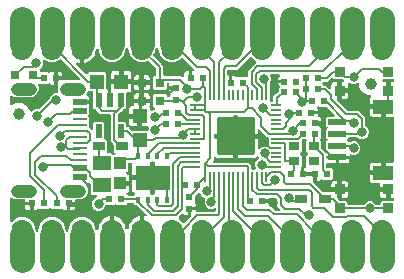
<source format=gbr>
G04 EAGLE Gerber RS-274X export*
G75*
%MOMM*%
%FSLAX34Y34*%
%LPD*%
%INTop Copper*%
%IPPOS*%
%AMOC8*
5,1,8,0,0,1.08239X$1,22.5*%
G01*
%ADD10R,1.200000X1.300000*%
%ADD11R,1.300000X1.200000*%
%ADD12C,1.000000*%
%ADD13R,0.550000X1.200000*%
%ADD14R,0.900000X0.900000*%
%ADD15R,0.600000X0.600000*%
%ADD16R,0.500000X0.500000*%
%ADD17R,1.000000X0.800000*%
%ADD18C,1.778000*%
%ADD19C,2.095500*%
%ADD20R,0.400000X0.600000*%
%ADD21R,3.000000X2.000000*%
%ADD22R,0.800000X0.800000*%
%ADD23R,0.200000X0.875000*%
%ADD24R,0.875000X0.200000*%
%ADD25C,0.320000*%
%ADD26R,0.900000X0.750000*%
%ADD27R,1.000000X1.075000*%
%ADD28R,1.150000X0.575000*%
%ADD29R,1.150000X0.275000*%
%ADD30C,1.108000*%
%ADD31R,1.500000X1.240000*%
%ADD32R,1.550000X0.500000*%
%ADD33R,1.800000X1.200000*%
%ADD34C,0.800100*%
%ADD35C,0.177800*%
%ADD36C,0.203200*%

G36*
X301755Y33669D02*
X301755Y33669D01*
X301842Y33672D01*
X301895Y33689D01*
X301950Y33697D01*
X302029Y33732D01*
X302113Y33759D01*
X302152Y33787D01*
X302209Y33813D01*
X302322Y33909D01*
X302386Y33954D01*
X304066Y35634D01*
X306190Y36514D01*
X308490Y36514D01*
X310614Y35634D01*
X312294Y33954D01*
X312364Y33902D01*
X312428Y33842D01*
X312477Y33816D01*
X312521Y33783D01*
X312603Y33752D01*
X312681Y33712D01*
X312728Y33704D01*
X312787Y33682D01*
X312935Y33670D01*
X313012Y33657D01*
X315466Y33657D01*
X315524Y33665D01*
X315582Y33663D01*
X315664Y33685D01*
X315748Y33697D01*
X315801Y33720D01*
X315857Y33735D01*
X315930Y33778D01*
X316007Y33813D01*
X316052Y33851D01*
X316102Y33880D01*
X316160Y33942D01*
X316224Y33996D01*
X316256Y34045D01*
X316296Y34088D01*
X316335Y34163D01*
X316382Y34233D01*
X316399Y34289D01*
X316426Y34341D01*
X316437Y34409D01*
X316467Y34504D01*
X316470Y34604D01*
X316481Y34672D01*
X316481Y35972D01*
X317523Y37014D01*
X326644Y37014D01*
X326702Y37022D01*
X326760Y37020D01*
X326842Y37042D01*
X326926Y37054D01*
X326979Y37077D01*
X327035Y37092D01*
X327108Y37135D01*
X327185Y37170D01*
X327230Y37208D01*
X327280Y37237D01*
X327338Y37299D01*
X327402Y37353D01*
X327434Y37402D01*
X327474Y37445D01*
X327513Y37520D01*
X327560Y37590D01*
X327577Y37646D01*
X327604Y37698D01*
X327615Y37766D01*
X327645Y37861D01*
X327648Y37961D01*
X327659Y38029D01*
X327659Y38679D01*
X327651Y38737D01*
X327653Y38795D01*
X327631Y38877D01*
X327619Y38961D01*
X327596Y39014D01*
X327581Y39070D01*
X327538Y39143D01*
X327503Y39220D01*
X327465Y39265D01*
X327436Y39315D01*
X327374Y39373D01*
X327320Y39437D01*
X327271Y39469D01*
X327228Y39509D01*
X327153Y39548D01*
X327083Y39595D01*
X327027Y39612D01*
X326975Y39639D01*
X326907Y39650D01*
X326812Y39680D01*
X326712Y39683D01*
X326644Y39694D01*
X324791Y39694D01*
X324791Y45719D01*
X324783Y45777D01*
X324784Y45835D01*
X324763Y45917D01*
X324751Y46000D01*
X324727Y46054D01*
X324713Y46110D01*
X324670Y46183D01*
X324635Y46260D01*
X324597Y46304D01*
X324567Y46355D01*
X324506Y46412D01*
X324451Y46477D01*
X324403Y46509D01*
X324360Y46549D01*
X324285Y46588D01*
X324215Y46634D01*
X324159Y46652D01*
X324107Y46679D01*
X324039Y46690D01*
X323944Y46720D01*
X323844Y46723D01*
X323776Y46734D01*
X322759Y46734D01*
X322759Y47751D01*
X322751Y47809D01*
X322752Y47867D01*
X322731Y47949D01*
X322719Y48032D01*
X322695Y48086D01*
X322681Y48142D01*
X322638Y48215D01*
X322603Y48292D01*
X322565Y48336D01*
X322535Y48387D01*
X322474Y48444D01*
X322419Y48509D01*
X322371Y48541D01*
X322328Y48581D01*
X322253Y48620D01*
X322183Y48666D01*
X322127Y48684D01*
X322075Y48711D01*
X322007Y48722D01*
X321912Y48752D01*
X321812Y48755D01*
X321744Y48766D01*
X315719Y48766D01*
X315719Y51344D01*
X315711Y51402D01*
X315713Y51460D01*
X315691Y51542D01*
X315679Y51626D01*
X315656Y51679D01*
X315641Y51735D01*
X315598Y51808D01*
X315563Y51885D01*
X315525Y51930D01*
X315496Y51980D01*
X315434Y52038D01*
X315380Y52102D01*
X315331Y52134D01*
X315288Y52174D01*
X315213Y52213D01*
X315143Y52260D01*
X315087Y52277D01*
X315035Y52304D01*
X314967Y52315D01*
X314872Y52345D01*
X314772Y52348D01*
X314704Y52359D01*
X309326Y52359D01*
X308679Y52532D01*
X308100Y52867D01*
X307627Y53340D01*
X307292Y53919D01*
X307119Y54566D01*
X307119Y58869D01*
X317644Y58869D01*
X317702Y58877D01*
X317760Y58875D01*
X317842Y58897D01*
X317925Y58909D01*
X317979Y58933D01*
X318035Y58947D01*
X318108Y58990D01*
X318185Y59025D01*
X318229Y59063D01*
X318280Y59093D01*
X318337Y59154D01*
X318402Y59209D01*
X318434Y59257D01*
X318474Y59300D01*
X318513Y59375D01*
X318559Y59445D01*
X318577Y59501D01*
X318604Y59553D01*
X318615Y59621D01*
X318645Y59716D01*
X318648Y59816D01*
X318659Y59884D01*
X318659Y60901D01*
X319676Y60901D01*
X319734Y60909D01*
X319792Y60908D01*
X319874Y60929D01*
X319957Y60941D01*
X320011Y60965D01*
X320067Y60979D01*
X320140Y61022D01*
X320217Y61057D01*
X320261Y61095D01*
X320312Y61125D01*
X320369Y61186D01*
X320434Y61241D01*
X320466Y61289D01*
X320506Y61332D01*
X320545Y61407D01*
X320591Y61477D01*
X320609Y61533D01*
X320636Y61585D01*
X320647Y61653D01*
X320677Y61748D01*
X320680Y61848D01*
X320691Y61916D01*
X320691Y69441D01*
X326644Y69441D01*
X326702Y69449D01*
X326760Y69447D01*
X326842Y69469D01*
X326926Y69481D01*
X326979Y69504D01*
X327035Y69519D01*
X327108Y69562D01*
X327185Y69597D01*
X327230Y69635D01*
X327280Y69664D01*
X327338Y69726D01*
X327402Y69780D01*
X327434Y69829D01*
X327474Y69872D01*
X327513Y69947D01*
X327560Y70017D01*
X327577Y70073D01*
X327604Y70125D01*
X327615Y70193D01*
X327645Y70288D01*
X327648Y70388D01*
X327659Y70456D01*
X327659Y107344D01*
X327651Y107402D01*
X327653Y107460D01*
X327631Y107542D01*
X327619Y107626D01*
X327596Y107679D01*
X327581Y107735D01*
X327538Y107808D01*
X327503Y107885D01*
X327465Y107930D01*
X327436Y107980D01*
X327374Y108038D01*
X327320Y108102D01*
X327271Y108134D01*
X327228Y108174D01*
X327153Y108213D01*
X327083Y108260D01*
X327027Y108277D01*
X326975Y108304D01*
X326907Y108315D01*
X326812Y108345D01*
X326712Y108348D01*
X326644Y108359D01*
X320691Y108359D01*
X320691Y115884D01*
X320683Y115942D01*
X320684Y116000D01*
X320663Y116082D01*
X320651Y116165D01*
X320627Y116219D01*
X320613Y116275D01*
X320570Y116348D01*
X320535Y116425D01*
X320497Y116469D01*
X320467Y116520D01*
X320406Y116577D01*
X320351Y116642D01*
X320303Y116674D01*
X320260Y116714D01*
X320185Y116753D01*
X320115Y116799D01*
X320059Y116817D01*
X320007Y116844D01*
X319939Y116855D01*
X319844Y116885D01*
X319744Y116888D01*
X319676Y116899D01*
X318659Y116899D01*
X318659Y117916D01*
X318651Y117974D01*
X318652Y118032D01*
X318631Y118114D01*
X318619Y118197D01*
X318595Y118251D01*
X318581Y118307D01*
X318538Y118380D01*
X318503Y118457D01*
X318465Y118501D01*
X318435Y118552D01*
X318374Y118609D01*
X318319Y118674D01*
X318271Y118706D01*
X318228Y118746D01*
X318153Y118785D01*
X318083Y118831D01*
X318027Y118849D01*
X317975Y118876D01*
X317907Y118887D01*
X317812Y118917D01*
X317712Y118920D01*
X317644Y118931D01*
X307119Y118931D01*
X307119Y123234D01*
X307292Y123881D01*
X307627Y124460D01*
X307918Y124751D01*
X307936Y124775D01*
X307958Y124794D01*
X308021Y124888D01*
X308089Y124978D01*
X308099Y125006D01*
X308116Y125030D01*
X308150Y125138D01*
X308190Y125244D01*
X308193Y125273D01*
X308201Y125301D01*
X308204Y125414D01*
X308214Y125527D01*
X308208Y125556D01*
X308209Y125585D01*
X308180Y125695D01*
X308158Y125806D01*
X308144Y125832D01*
X308137Y125860D01*
X308079Y125958D01*
X308027Y126058D01*
X308007Y126080D01*
X307992Y126105D01*
X307909Y126182D01*
X307831Y126264D01*
X307806Y126279D01*
X307784Y126299D01*
X307684Y126351D01*
X307586Y126408D01*
X307557Y126415D01*
X307531Y126429D01*
X307454Y126442D01*
X307310Y126478D01*
X307248Y126476D01*
X307200Y126484D01*
X305319Y126484D01*
X300718Y129141D01*
X298061Y133742D01*
X298061Y135669D01*
X298045Y135783D01*
X298035Y135897D01*
X298025Y135923D01*
X298021Y135950D01*
X297974Y136055D01*
X297933Y136162D01*
X297917Y136184D01*
X297905Y136210D01*
X297831Y136297D01*
X297762Y136389D01*
X297739Y136406D01*
X297722Y136427D01*
X297626Y136490D01*
X297534Y136559D01*
X297508Y136569D01*
X297485Y136584D01*
X297375Y136619D01*
X297268Y136659D01*
X297240Y136662D01*
X297214Y136670D01*
X297099Y136673D01*
X296985Y136682D01*
X296960Y136677D01*
X296930Y136677D01*
X296673Y136610D01*
X296657Y136607D01*
X294775Y135827D01*
X292475Y135827D01*
X290342Y136710D01*
X290255Y136771D01*
X290157Y136844D01*
X290139Y136851D01*
X290123Y136863D01*
X290007Y136902D01*
X289892Y136946D01*
X289872Y136947D01*
X289854Y136953D01*
X289731Y136959D01*
X289608Y136969D01*
X289589Y136965D01*
X289570Y136966D01*
X289450Y136937D01*
X289330Y136913D01*
X289312Y136904D01*
X289293Y136900D01*
X289186Y136839D01*
X289077Y136782D01*
X289063Y136769D01*
X289046Y136759D01*
X288960Y136671D01*
X288871Y136587D01*
X288861Y136570D01*
X288848Y136556D01*
X288790Y136448D01*
X288727Y136341D01*
X288723Y136322D01*
X288713Y136305D01*
X288688Y136185D01*
X288657Y136066D01*
X288658Y136046D01*
X288654Y136027D01*
X288661Y135953D01*
X288666Y135782D01*
X288682Y135733D01*
X288686Y135693D01*
X288801Y135264D01*
X288801Y132461D01*
X283791Y132461D01*
X283791Y137471D01*
X284136Y137471D01*
X284165Y137475D01*
X284195Y137472D01*
X284306Y137495D01*
X284418Y137511D01*
X284445Y137522D01*
X284473Y137528D01*
X284574Y137581D01*
X284677Y137627D01*
X284700Y137646D01*
X284726Y137659D01*
X284808Y137737D01*
X284894Y137810D01*
X284910Y137835D01*
X284932Y137855D01*
X284989Y137953D01*
X285052Y138047D01*
X285061Y138075D01*
X285076Y138100D01*
X285103Y138210D01*
X285138Y138318D01*
X285138Y138347D01*
X285146Y138376D01*
X285142Y138489D01*
X285145Y138602D01*
X285137Y138631D01*
X285137Y138660D01*
X285102Y138768D01*
X285073Y138877D01*
X285058Y138902D01*
X285049Y138931D01*
X285003Y138994D01*
X284928Y139122D01*
X284882Y139165D01*
X284854Y139204D01*
X284204Y139854D01*
X284134Y139907D01*
X284070Y139966D01*
X284021Y139992D01*
X283977Y140025D01*
X283895Y140056D01*
X283817Y140096D01*
X283770Y140104D01*
X283711Y140126D01*
X283564Y140138D01*
X283486Y140151D01*
X276523Y140151D01*
X275981Y140694D01*
X275934Y140729D01*
X275894Y140771D01*
X275821Y140814D01*
X275754Y140864D01*
X275699Y140885D01*
X275649Y140915D01*
X275567Y140936D01*
X275488Y140966D01*
X275430Y140971D01*
X275373Y140985D01*
X275289Y140982D01*
X275205Y140989D01*
X275147Y140978D01*
X275089Y140976D01*
X275009Y140950D01*
X274926Y140933D01*
X274874Y140906D01*
X274818Y140888D01*
X274762Y140848D01*
X274674Y140802D01*
X274601Y140734D01*
X274545Y140694D01*
X273856Y140005D01*
X273856Y140004D01*
X271773Y137921D01*
X268684Y137921D01*
X268626Y137913D01*
X268568Y137915D01*
X268486Y137893D01*
X268402Y137881D01*
X268349Y137858D01*
X268293Y137843D01*
X268220Y137800D01*
X268143Y137765D01*
X268098Y137727D01*
X268048Y137698D01*
X267990Y137636D01*
X267926Y137582D01*
X267894Y137533D01*
X267854Y137490D01*
X267815Y137415D01*
X267768Y137345D01*
X267763Y137327D01*
X267361Y136925D01*
X267326Y136879D01*
X267283Y136838D01*
X267241Y136765D01*
X267190Y136698D01*
X267169Y136644D01*
X267140Y136593D01*
X267119Y136511D01*
X267089Y136433D01*
X267084Y136374D01*
X267070Y136318D01*
X267072Y136233D01*
X267065Y136149D01*
X267077Y136092D01*
X267079Y136033D01*
X267105Y135953D01*
X267121Y135870D01*
X267148Y135819D01*
X267166Y135763D01*
X267206Y135707D01*
X267252Y135618D01*
X267321Y135546D01*
X267361Y135490D01*
X267702Y135149D01*
X267709Y135100D01*
X267732Y135047D01*
X267747Y134991D01*
X267790Y134918D01*
X267825Y134841D01*
X267863Y134796D01*
X267892Y134746D01*
X267954Y134688D01*
X268008Y134624D01*
X268057Y134592D01*
X268100Y134552D01*
X268175Y134513D01*
X268245Y134466D01*
X268301Y134449D01*
X268353Y134422D01*
X268421Y134411D01*
X268516Y134381D01*
X268616Y134378D01*
X268684Y134367D01*
X270450Y134367D01*
X272986Y131831D01*
X273010Y131813D01*
X273029Y131791D01*
X273123Y131728D01*
X273213Y131660D01*
X273241Y131649D01*
X273265Y131633D01*
X273373Y131599D01*
X273479Y131559D01*
X273508Y131556D01*
X273536Y131547D01*
X273650Y131545D01*
X273762Y131535D01*
X273791Y131541D01*
X273820Y131540D01*
X273930Y131569D01*
X274041Y131591D01*
X274067Y131605D01*
X274095Y131612D01*
X274193Y131670D01*
X274293Y131722D01*
X274315Y131742D01*
X274340Y131757D01*
X274417Y131840D01*
X274499Y131918D01*
X274514Y131943D01*
X274534Y131965D01*
X274586Y132065D01*
X274643Y132163D01*
X274650Y132192D01*
X274664Y132218D01*
X274677Y132295D01*
X274713Y132439D01*
X274711Y132501D01*
X274719Y132549D01*
X274719Y135264D01*
X274892Y135911D01*
X275227Y136490D01*
X275700Y136963D01*
X276279Y137298D01*
X276926Y137471D01*
X279729Y137471D01*
X279729Y131446D01*
X279737Y131388D01*
X279735Y131330D01*
X279757Y131248D01*
X279769Y131165D01*
X279793Y131111D01*
X279807Y131055D01*
X279850Y130982D01*
X279885Y130905D01*
X279923Y130861D01*
X279953Y130810D01*
X280014Y130753D01*
X280069Y130688D01*
X280117Y130656D01*
X280160Y130616D01*
X280235Y130577D01*
X280305Y130531D01*
X280361Y130513D01*
X280413Y130486D01*
X280481Y130475D01*
X280576Y130445D01*
X280676Y130442D01*
X280744Y130431D01*
X281761Y130431D01*
X281761Y130429D01*
X280744Y130429D01*
X280686Y130421D01*
X280628Y130422D01*
X280546Y130401D01*
X280463Y130389D01*
X280409Y130365D01*
X280353Y130351D01*
X280280Y130308D01*
X280203Y130273D01*
X280158Y130235D01*
X280108Y130205D01*
X280050Y130144D01*
X279986Y130089D01*
X279954Y130041D01*
X279914Y129998D01*
X279875Y129923D01*
X279829Y129853D01*
X279811Y129797D01*
X279784Y129745D01*
X279773Y129677D01*
X279743Y129582D01*
X279740Y129482D01*
X279729Y129414D01*
X279729Y122781D01*
X279717Y122760D01*
X279689Y122650D01*
X279654Y122542D01*
X279654Y122512D01*
X279646Y122484D01*
X279650Y122371D01*
X279647Y122258D01*
X279655Y122229D01*
X279655Y122200D01*
X279690Y122092D01*
X279719Y121983D01*
X279734Y121957D01*
X279743Y121929D01*
X279788Y121866D01*
X279864Y121738D01*
X279910Y121695D01*
X279938Y121656D01*
X287885Y113709D01*
X287955Y113657D01*
X288019Y113597D01*
X288068Y113571D01*
X288112Y113538D01*
X288194Y113507D01*
X288272Y113467D01*
X288319Y113459D01*
X288378Y113437D01*
X288525Y113425D01*
X288603Y113412D01*
X297755Y113412D01*
X303277Y107890D01*
X303277Y100922D01*
X303289Y100835D01*
X303292Y100748D01*
X303309Y100695D01*
X303317Y100640D01*
X303352Y100561D01*
X303379Y100477D01*
X303407Y100438D01*
X303433Y100381D01*
X303529Y100268D01*
X303574Y100204D01*
X305254Y98524D01*
X306134Y96400D01*
X306134Y94100D01*
X305254Y91976D01*
X303629Y90351D01*
X301505Y89471D01*
X299205Y89471D01*
X297081Y90351D01*
X296751Y90681D01*
X296681Y90733D01*
X296617Y90793D01*
X296568Y90819D01*
X296524Y90852D01*
X296442Y90883D01*
X296364Y90923D01*
X296317Y90931D01*
X296258Y90953D01*
X296110Y90965D01*
X296033Y90978D01*
X289924Y90978D01*
X289838Y90966D01*
X289750Y90963D01*
X289698Y90946D01*
X289643Y90938D01*
X289563Y90903D01*
X289480Y90876D01*
X289440Y90848D01*
X289383Y90822D01*
X289270Y90726D01*
X289206Y90681D01*
X288143Y89618D01*
X288108Y89571D01*
X288066Y89531D01*
X288023Y89458D01*
X287973Y89391D01*
X287952Y89336D01*
X287922Y89286D01*
X287901Y89204D01*
X287871Y89125D01*
X287866Y89067D01*
X287852Y89010D01*
X287855Y88926D01*
X287848Y88842D01*
X287859Y88784D01*
X287861Y88726D01*
X287887Y88646D01*
X287904Y88563D01*
X287931Y88511D01*
X287949Y88455D01*
X287989Y88399D01*
X288035Y88311D01*
X288103Y88238D01*
X288143Y88182D01*
X289079Y87246D01*
X289149Y87194D01*
X289213Y87134D01*
X289262Y87108D01*
X289307Y87075D01*
X289388Y87044D01*
X289466Y87004D01*
X289514Y86996D01*
X289572Y86974D01*
X289720Y86962D01*
X289797Y86949D01*
X290832Y86949D01*
X290862Y86953D01*
X290893Y86951D01*
X290970Y86968D01*
X291113Y86989D01*
X291172Y87015D01*
X291220Y87026D01*
X292220Y87440D01*
X294520Y87440D01*
X296644Y86560D01*
X298269Y84935D01*
X299149Y82811D01*
X299149Y80511D01*
X298269Y78387D01*
X296644Y76762D01*
X294520Y75882D01*
X292220Y75882D01*
X291355Y76240D01*
X291243Y76269D01*
X291134Y76304D01*
X291106Y76305D01*
X291079Y76311D01*
X290965Y76308D01*
X290850Y76311D01*
X290823Y76304D01*
X290795Y76303D01*
X290686Y76268D01*
X290575Y76239D01*
X290551Y76225D01*
X290524Y76217D01*
X290429Y76153D01*
X290330Y76094D01*
X290311Y76074D01*
X290288Y76058D01*
X290214Y75970D01*
X290136Y75887D01*
X290123Y75862D01*
X290105Y75841D01*
X290058Y75736D01*
X290006Y75634D01*
X290002Y75609D01*
X289990Y75581D01*
X289953Y75317D01*
X289951Y75303D01*
X289951Y75149D01*
X279894Y75149D01*
X279836Y75141D01*
X279778Y75143D01*
X279696Y75121D01*
X279656Y75116D01*
X279594Y75135D01*
X279494Y75138D01*
X279426Y75149D01*
X271272Y75149D01*
X271214Y75141D01*
X271156Y75143D01*
X271074Y75121D01*
X270990Y75109D01*
X270937Y75086D01*
X270881Y75071D01*
X270808Y75028D01*
X270731Y74993D01*
X270686Y74955D01*
X270636Y74926D01*
X270578Y74864D01*
X270514Y74810D01*
X270482Y74761D01*
X270442Y74718D01*
X270403Y74643D01*
X270356Y74573D01*
X270339Y74517D01*
X270312Y74465D01*
X270301Y74397D01*
X270271Y74302D01*
X270268Y74202D01*
X270257Y74134D01*
X270257Y73666D01*
X270265Y73608D01*
X270263Y73550D01*
X270285Y73468D01*
X270297Y73384D01*
X270320Y73331D01*
X270335Y73275D01*
X270378Y73202D01*
X270413Y73125D01*
X270451Y73080D01*
X270480Y73030D01*
X270542Y72972D01*
X270596Y72908D01*
X270645Y72876D01*
X270688Y72836D01*
X270763Y72797D01*
X270833Y72750D01*
X270889Y72733D01*
X270941Y72706D01*
X271009Y72695D01*
X271104Y72665D01*
X271204Y72662D01*
X271272Y72651D01*
X278411Y72651D01*
X278411Y68859D01*
X271576Y68859D01*
X271535Y68870D01*
X271486Y68876D01*
X271440Y68891D01*
X271346Y68893D01*
X271253Y68905D01*
X271204Y68897D01*
X271156Y68898D01*
X271065Y68874D01*
X270972Y68859D01*
X270928Y68839D01*
X270881Y68826D01*
X270800Y68778D01*
X270715Y68738D01*
X270678Y68706D01*
X270636Y68681D01*
X270572Y68613D01*
X270501Y68551D01*
X270475Y68509D01*
X270442Y68474D01*
X270399Y68390D01*
X270348Y68311D01*
X270334Y68264D01*
X270312Y68221D01*
X270300Y68147D01*
X270268Y68038D01*
X270267Y67952D01*
X270257Y67890D01*
X270257Y65484D01*
X270265Y65426D01*
X270263Y65368D01*
X270285Y65286D01*
X270297Y65202D01*
X270320Y65149D01*
X270335Y65093D01*
X270378Y65020D01*
X270413Y64943D01*
X270451Y64898D01*
X270480Y64848D01*
X270542Y64790D01*
X270596Y64726D01*
X270645Y64694D01*
X270688Y64654D01*
X270763Y64615D01*
X270833Y64568D01*
X270889Y64551D01*
X270941Y64524D01*
X271009Y64513D01*
X271104Y64483D01*
X271204Y64480D01*
X271272Y64469D01*
X274882Y64469D01*
X275924Y63427D01*
X275924Y55953D01*
X275262Y55291D01*
X275252Y55278D01*
X275246Y55273D01*
X275245Y55271D01*
X275235Y55263D01*
X275165Y55162D01*
X275091Y55064D01*
X275084Y55046D01*
X275073Y55030D01*
X275033Y54913D01*
X275028Y54899D01*
X275002Y54905D01*
X274940Y54903D01*
X274892Y54911D01*
X267408Y54911D01*
X267322Y54998D01*
X267275Y55033D01*
X267235Y55075D01*
X267162Y55118D01*
X267095Y55169D01*
X267040Y55190D01*
X266989Y55219D01*
X266908Y55240D01*
X266829Y55270D01*
X266771Y55275D01*
X266714Y55289D01*
X266630Y55287D01*
X266546Y55294D01*
X266488Y55282D01*
X266430Y55280D01*
X266349Y55254D01*
X266267Y55238D01*
X266215Y55211D01*
X266159Y55193D01*
X266103Y55153D01*
X266015Y55107D01*
X265942Y55038D01*
X265886Y54998D01*
X265545Y54657D01*
X264966Y54322D01*
X264319Y54149D01*
X262484Y54149D01*
X262484Y59206D01*
X262476Y59264D01*
X262478Y59322D01*
X262456Y59404D01*
X262444Y59487D01*
X262421Y59541D01*
X262406Y59597D01*
X262363Y59670D01*
X262328Y59747D01*
X262290Y59791D01*
X262261Y59842D01*
X262199Y59899D01*
X262145Y59964D01*
X262096Y59996D01*
X262053Y60036D01*
X261978Y60075D01*
X261908Y60121D01*
X261852Y60139D01*
X261800Y60166D01*
X261732Y60177D01*
X261637Y60207D01*
X261537Y60210D01*
X261510Y60214D01*
X261508Y60232D01*
X261509Y60290D01*
X261488Y60372D01*
X261476Y60456D01*
X261452Y60509D01*
X261438Y60565D01*
X261394Y60638D01*
X261360Y60715D01*
X261322Y60760D01*
X261292Y60810D01*
X261231Y60868D01*
X261176Y60932D01*
X261128Y60964D01*
X261085Y61004D01*
X261010Y61043D01*
X260940Y61090D01*
X260884Y61107D01*
X260832Y61134D01*
X260764Y61145D01*
X260669Y61175D01*
X260569Y61178D01*
X260501Y61189D01*
X251689Y61189D01*
X251689Y65231D01*
X252416Y65231D01*
X252474Y65239D01*
X252532Y65237D01*
X252614Y65259D01*
X252698Y65271D01*
X252751Y65294D01*
X252807Y65309D01*
X252880Y65352D01*
X252957Y65387D01*
X253002Y65425D01*
X253052Y65454D01*
X253110Y65516D01*
X253174Y65570D01*
X253206Y65619D01*
X253246Y65662D01*
X253285Y65737D01*
X253332Y65807D01*
X253349Y65863D01*
X253376Y65915D01*
X253387Y65983D01*
X253417Y66078D01*
X253420Y66178D01*
X253431Y66246D01*
X253431Y75072D01*
X254477Y76117D01*
X254512Y76164D01*
X254554Y76204D01*
X254597Y76277D01*
X254647Y76344D01*
X254668Y76399D01*
X254698Y76449D01*
X254719Y76531D01*
X254749Y76610D01*
X254754Y76668D01*
X254768Y76725D01*
X254765Y76809D01*
X254772Y76893D01*
X254761Y76951D01*
X254759Y77009D01*
X254733Y77089D01*
X254716Y77172D01*
X254689Y77224D01*
X254671Y77280D01*
X254631Y77336D01*
X254585Y77424D01*
X254517Y77497D01*
X254477Y77553D01*
X253431Y78598D01*
X253431Y87606D01*
X253498Y87695D01*
X253509Y87723D01*
X253525Y87747D01*
X253559Y87855D01*
X253600Y87961D01*
X253602Y87990D01*
X253611Y88018D01*
X253614Y88131D01*
X253623Y88244D01*
X253618Y88273D01*
X253618Y88302D01*
X253590Y88412D01*
X253567Y88523D01*
X253554Y88549D01*
X253546Y88577D01*
X253489Y88675D01*
X253436Y88775D01*
X253416Y88797D01*
X253401Y88822D01*
X253319Y88899D01*
X253241Y88981D01*
X253215Y88996D01*
X253194Y89016D01*
X253093Y89068D01*
X252995Y89125D01*
X252967Y89132D01*
X252941Y89146D01*
X252863Y89159D01*
X252720Y89195D01*
X252657Y89193D01*
X252610Y89201D01*
X250599Y89201D01*
X250512Y89189D01*
X250425Y89186D01*
X250372Y89169D01*
X250317Y89161D01*
X250237Y89126D01*
X250154Y89099D01*
X250115Y89071D01*
X250058Y89045D01*
X249945Y88949D01*
X249881Y88904D01*
X249737Y88760D01*
X249701Y88713D01*
X249659Y88672D01*
X249616Y88600D01*
X249566Y88532D01*
X249545Y88478D01*
X249515Y88427D01*
X249495Y88346D01*
X249465Y88267D01*
X249460Y88208D01*
X249445Y88152D01*
X249448Y88067D01*
X249441Y87983D01*
X249452Y87926D01*
X249454Y87867D01*
X249480Y87787D01*
X249489Y87745D01*
X249489Y78598D01*
X248443Y77553D01*
X248408Y77506D01*
X248366Y77466D01*
X248323Y77393D01*
X248273Y77326D01*
X248252Y77271D01*
X248222Y77221D01*
X248201Y77139D01*
X248171Y77060D01*
X248166Y77002D01*
X248152Y76945D01*
X248155Y76861D01*
X248148Y76777D01*
X248159Y76719D01*
X248161Y76661D01*
X248187Y76581D01*
X248204Y76498D01*
X248231Y76446D01*
X248249Y76390D01*
X248289Y76334D01*
X248335Y76246D01*
X248403Y76173D01*
X248443Y76117D01*
X249489Y75072D01*
X249489Y66098D01*
X248988Y65598D01*
X248936Y65528D01*
X248876Y65464D01*
X248850Y65414D01*
X248817Y65370D01*
X248786Y65289D01*
X248746Y65211D01*
X248738Y65163D01*
X248716Y65105D01*
X248704Y64957D01*
X248691Y64880D01*
X248691Y60174D01*
X248699Y60116D01*
X248697Y60058D01*
X248719Y59976D01*
X248731Y59893D01*
X248754Y59839D01*
X248769Y59783D01*
X248812Y59710D01*
X248847Y59633D01*
X248885Y59589D01*
X248914Y59538D01*
X248976Y59481D01*
X249030Y59416D01*
X249079Y59384D01*
X249122Y59344D01*
X249197Y59305D01*
X249267Y59259D01*
X249323Y59241D01*
X249375Y59214D01*
X249443Y59203D01*
X249538Y59173D01*
X249638Y59170D01*
X249665Y59166D01*
X249667Y59148D01*
X249666Y59090D01*
X249687Y59008D01*
X249699Y58924D01*
X249723Y58871D01*
X249737Y58815D01*
X249781Y58742D01*
X249815Y58665D01*
X249853Y58620D01*
X249883Y58570D01*
X249944Y58512D01*
X249999Y58448D01*
X250047Y58416D01*
X250090Y58376D01*
X250165Y58337D01*
X250235Y58290D01*
X250291Y58273D01*
X250343Y58246D01*
X250411Y58235D01*
X250506Y58205D01*
X250606Y58202D01*
X250674Y58191D01*
X259486Y58191D01*
X259486Y53802D01*
X259474Y53785D01*
X259453Y53765D01*
X259396Y53667D01*
X259333Y53573D01*
X259324Y53545D01*
X259309Y53519D01*
X259282Y53410D01*
X259247Y53302D01*
X259247Y53272D01*
X259239Y53244D01*
X259243Y53131D01*
X259240Y53018D01*
X259248Y52989D01*
X259249Y52960D01*
X259284Y52852D01*
X259312Y52743D01*
X259327Y52717D01*
X259336Y52689D01*
X259382Y52625D01*
X259457Y52498D01*
X259503Y52455D01*
X259531Y52416D01*
X259599Y52348D01*
X267390Y44557D01*
X267460Y44505D01*
X267524Y44445D01*
X267573Y44419D01*
X267617Y44386D01*
X267699Y44355D01*
X267777Y44315D01*
X267824Y44307D01*
X267883Y44285D01*
X268030Y44273D01*
X268108Y44260D01*
X273704Y44260D01*
X273762Y44268D01*
X273820Y44266D01*
X273902Y44288D01*
X273985Y44300D01*
X274039Y44323D01*
X274095Y44338D01*
X274168Y44381D01*
X274245Y44416D01*
X274290Y44454D01*
X274340Y44483D01*
X274398Y44545D01*
X274462Y44599D01*
X274494Y44648D01*
X274534Y44691D01*
X274541Y44704D01*
X279729Y44704D01*
X279729Y39624D01*
X279741Y39537D01*
X279744Y39450D01*
X279761Y39397D01*
X279769Y39342D01*
X279804Y39262D01*
X279831Y39179D01*
X279859Y39140D01*
X279885Y39083D01*
X279981Y38970D01*
X280026Y38906D01*
X281621Y37311D01*
X281691Y37259D01*
X281755Y37199D01*
X281804Y37173D01*
X281848Y37140D01*
X281930Y37109D01*
X282008Y37069D01*
X282055Y37061D01*
X282114Y37039D01*
X282261Y37027D01*
X282339Y37014D01*
X286997Y37014D01*
X288039Y35972D01*
X288039Y34672D01*
X288047Y34614D01*
X288045Y34556D01*
X288067Y34474D01*
X288079Y34390D01*
X288102Y34337D01*
X288117Y34281D01*
X288160Y34208D01*
X288195Y34131D01*
X288233Y34086D01*
X288262Y34036D01*
X288324Y33978D01*
X288378Y33914D01*
X288427Y33882D01*
X288470Y33842D01*
X288545Y33803D01*
X288615Y33756D01*
X288671Y33739D01*
X288723Y33712D01*
X288791Y33701D01*
X288886Y33671D01*
X288986Y33668D01*
X289054Y33657D01*
X301668Y33657D01*
X301755Y33669D01*
G37*
G36*
X118937Y96052D02*
X118937Y96052D01*
X118995Y96050D01*
X119077Y96072D01*
X119161Y96084D01*
X119214Y96107D01*
X119270Y96122D01*
X119343Y96165D01*
X119420Y96200D01*
X119465Y96238D01*
X119515Y96267D01*
X119573Y96329D01*
X119637Y96383D01*
X119669Y96432D01*
X119709Y96475D01*
X119748Y96550D01*
X119795Y96620D01*
X119812Y96676D01*
X119839Y96728D01*
X119850Y96796D01*
X119880Y96891D01*
X119883Y96991D01*
X119894Y97059D01*
X119894Y98305D01*
X120033Y98640D01*
X120062Y98752D01*
X120097Y98861D01*
X120097Y98889D01*
X120104Y98916D01*
X120101Y99031D01*
X120104Y99145D01*
X120097Y99172D01*
X120096Y99200D01*
X120061Y99310D01*
X120032Y99420D01*
X120018Y99444D01*
X120010Y99471D01*
X119946Y99566D01*
X119887Y99665D01*
X119867Y99684D01*
X119851Y99707D01*
X119764Y99781D01*
X119680Y99859D01*
X119655Y99872D01*
X119634Y99890D01*
X119529Y99936D01*
X119427Y99989D01*
X119402Y99993D01*
X119374Y100005D01*
X119110Y100042D01*
X119095Y100044D01*
X114426Y100044D01*
X114426Y107569D01*
X114418Y107627D01*
X114419Y107685D01*
X114398Y107767D01*
X114386Y107850D01*
X114362Y107904D01*
X114348Y107960D01*
X114305Y108033D01*
X114270Y108110D01*
X114232Y108154D01*
X114202Y108205D01*
X114141Y108262D01*
X114086Y108327D01*
X114038Y108359D01*
X113995Y108399D01*
X113920Y108438D01*
X113850Y108484D01*
X113794Y108502D01*
X113742Y108529D01*
X113674Y108540D01*
X113579Y108570D01*
X113479Y108573D01*
X113411Y108584D01*
X112394Y108584D01*
X112394Y108586D01*
X113411Y108586D01*
X113469Y108594D01*
X113527Y108593D01*
X113609Y108614D01*
X113692Y108626D01*
X113746Y108650D01*
X113802Y108664D01*
X113875Y108707D01*
X113952Y108742D01*
X113996Y108780D01*
X114047Y108810D01*
X114104Y108871D01*
X114169Y108926D01*
X114201Y108974D01*
X114241Y109017D01*
X114280Y109092D01*
X114326Y109162D01*
X114344Y109218D01*
X114371Y109270D01*
X114382Y109338D01*
X114412Y109433D01*
X114415Y109533D01*
X114426Y109601D01*
X114426Y117126D01*
X115157Y117126D01*
X115215Y117134D01*
X115273Y117132D01*
X115355Y117154D01*
X115439Y117166D01*
X115492Y117189D01*
X115548Y117204D01*
X115621Y117247D01*
X115698Y117282D01*
X115743Y117320D01*
X115793Y117349D01*
X115851Y117411D01*
X115915Y117465D01*
X115947Y117514D01*
X115987Y117557D01*
X116026Y117632D01*
X116073Y117702D01*
X116090Y117758D01*
X116117Y117810D01*
X116128Y117878D01*
X116158Y117973D01*
X116161Y118073D01*
X116172Y118141D01*
X116172Y119667D01*
X120714Y119667D01*
X120714Y117331D01*
X120660Y117131D01*
X120651Y117054D01*
X120631Y116978D01*
X120633Y116913D01*
X120626Y116849D01*
X120638Y116772D01*
X120640Y116694D01*
X120660Y116632D01*
X120671Y116568D01*
X120704Y116498D01*
X120728Y116424D01*
X120760Y116378D01*
X120792Y116311D01*
X120878Y116214D01*
X120923Y116150D01*
X120928Y116145D01*
X121263Y115566D01*
X121436Y114919D01*
X121436Y114223D01*
X121452Y114110D01*
X121462Y113995D01*
X121472Y113969D01*
X121476Y113942D01*
X121523Y113837D01*
X121564Y113730D01*
X121580Y113708D01*
X121592Y113683D01*
X121666Y113595D01*
X121735Y113503D01*
X121758Y113487D01*
X121775Y113466D01*
X121871Y113402D01*
X121963Y113333D01*
X121989Y113323D01*
X122012Y113308D01*
X122122Y113273D01*
X122229Y113233D01*
X122257Y113231D01*
X122283Y113222D01*
X122398Y113219D01*
X122512Y113210D01*
X122537Y113216D01*
X122567Y113215D01*
X122824Y113282D01*
X122840Y113285D01*
X124574Y114004D01*
X124673Y114062D01*
X124775Y114115D01*
X124795Y114134D01*
X124819Y114149D01*
X124898Y114232D01*
X124981Y114311D01*
X124995Y114335D01*
X125014Y114355D01*
X125067Y114458D01*
X125125Y114556D01*
X125132Y114583D01*
X125144Y114608D01*
X125167Y114721D01*
X125195Y114832D01*
X125194Y114860D01*
X125199Y114887D01*
X125190Y115001D01*
X125186Y115116D01*
X125177Y115143D01*
X125175Y115170D01*
X125134Y115277D01*
X125098Y115387D01*
X125084Y115407D01*
X125073Y115435D01*
X124912Y115648D01*
X124904Y115660D01*
X123634Y116929D01*
X123634Y126403D01*
X124676Y127445D01*
X134150Y127445D01*
X135192Y126403D01*
X135192Y125730D01*
X135200Y125672D01*
X135198Y125614D01*
X135220Y125532D01*
X135232Y125448D01*
X135255Y125395D01*
X135270Y125339D01*
X135313Y125266D01*
X135348Y125189D01*
X135386Y125144D01*
X135415Y125094D01*
X135477Y125036D01*
X135531Y124972D01*
X135580Y124940D01*
X135623Y124900D01*
X135698Y124861D01*
X135768Y124814D01*
X135824Y124797D01*
X135876Y124770D01*
X135944Y124759D01*
X136039Y124729D01*
X136139Y124726D01*
X136207Y124715D01*
X137081Y124715D01*
X137139Y124723D01*
X137197Y124721D01*
X137279Y124743D01*
X137363Y124755D01*
X137416Y124778D01*
X137472Y124793D01*
X137545Y124836D01*
X137622Y124871D01*
X137667Y124909D01*
X137717Y124938D01*
X137775Y125000D01*
X137839Y125054D01*
X137871Y125103D01*
X137911Y125146D01*
X137950Y125221D01*
X137997Y125291D01*
X138014Y125347D01*
X138041Y125399D01*
X138052Y125467D01*
X138082Y125562D01*
X138085Y125662D01*
X138096Y125730D01*
X138096Y126292D01*
X138183Y126378D01*
X138218Y126425D01*
X138260Y126465D01*
X138303Y126538D01*
X138354Y126605D01*
X138375Y126660D01*
X138404Y126711D01*
X138425Y126792D01*
X138455Y126871D01*
X138460Y126929D01*
X138474Y126986D01*
X138472Y127070D01*
X138479Y127154D01*
X138467Y127212D01*
X138465Y127270D01*
X138439Y127351D01*
X138423Y127433D01*
X138396Y127485D01*
X138378Y127541D01*
X138338Y127597D01*
X138292Y127685D01*
X138223Y127758D01*
X138183Y127814D01*
X137842Y128155D01*
X137507Y128734D01*
X137334Y129381D01*
X137334Y131216D01*
X142391Y131216D01*
X142449Y131224D01*
X142507Y131222D01*
X142589Y131244D01*
X142672Y131256D01*
X142726Y131279D01*
X142782Y131294D01*
X142855Y131337D01*
X142932Y131372D01*
X142976Y131410D01*
X143027Y131439D01*
X143084Y131501D01*
X143149Y131555D01*
X143181Y131604D01*
X143221Y131647D01*
X143260Y131722D01*
X143306Y131792D01*
X143324Y131848D01*
X143351Y131900D01*
X143362Y131968D01*
X143392Y132063D01*
X143395Y132163D01*
X143406Y132231D01*
X143406Y133199D01*
X143398Y133257D01*
X143399Y133315D01*
X143378Y133397D01*
X143366Y133481D01*
X143342Y133534D01*
X143328Y133590D01*
X143284Y133663D01*
X143250Y133740D01*
X143212Y133785D01*
X143182Y133835D01*
X143121Y133893D01*
X143066Y133957D01*
X143018Y133989D01*
X142975Y134029D01*
X142900Y134068D01*
X142830Y134115D01*
X142774Y134132D01*
X142722Y134159D01*
X142654Y134170D01*
X142559Y134200D01*
X142459Y134203D01*
X142391Y134214D01*
X137334Y134214D01*
X137334Y135509D01*
X137326Y135567D01*
X137328Y135625D01*
X137306Y135707D01*
X137294Y135791D01*
X137271Y135844D01*
X137256Y135900D01*
X137213Y135973D01*
X137178Y136050D01*
X137140Y136095D01*
X137111Y136145D01*
X137049Y136203D01*
X136995Y136267D01*
X136946Y136299D01*
X136903Y136339D01*
X136828Y136378D01*
X136758Y136425D01*
X136702Y136442D01*
X136650Y136469D01*
X136582Y136480D01*
X136487Y136510D01*
X136387Y136513D01*
X136319Y136524D01*
X136207Y136524D01*
X136149Y136516D01*
X136091Y136518D01*
X136009Y136496D01*
X135925Y136484D01*
X135872Y136461D01*
X135816Y136446D01*
X135743Y136403D01*
X135666Y136368D01*
X135621Y136330D01*
X135571Y136301D01*
X135513Y136239D01*
X135449Y136185D01*
X135417Y136136D01*
X135377Y136093D01*
X135338Y136018D01*
X135291Y135948D01*
X135274Y135892D01*
X135247Y135840D01*
X135236Y135772D01*
X135206Y135677D01*
X135203Y135577D01*
X135192Y135509D01*
X135192Y132296D01*
X134150Y131254D01*
X124676Y131254D01*
X123634Y132296D01*
X123634Y141770D01*
X124676Y142812D01*
X125349Y142812D01*
X125407Y142820D01*
X125465Y142818D01*
X125547Y142840D01*
X125631Y142852D01*
X125684Y142875D01*
X125740Y142890D01*
X125813Y142933D01*
X125890Y142968D01*
X125935Y143006D01*
X125985Y143035D01*
X126043Y143097D01*
X126107Y143151D01*
X126139Y143200D01*
X126179Y143243D01*
X126218Y143318D01*
X126265Y143388D01*
X126282Y143444D01*
X126309Y143496D01*
X126320Y143564D01*
X126350Y143659D01*
X126353Y143759D01*
X126364Y143827D01*
X126364Y148304D01*
X126352Y148390D01*
X126349Y148478D01*
X126332Y148530D01*
X126324Y148585D01*
X126289Y148665D01*
X126262Y148748D01*
X126234Y148787D01*
X126208Y148845D01*
X126112Y148958D01*
X126067Y149022D01*
X119896Y155192D01*
X119895Y155193D01*
X119894Y155194D01*
X119779Y155280D01*
X119669Y155363D01*
X119668Y155363D01*
X119666Y155364D01*
X119533Y155415D01*
X119404Y155464D01*
X119402Y155464D01*
X119401Y155465D01*
X119256Y155476D01*
X119120Y155488D01*
X119119Y155487D01*
X119117Y155488D01*
X119102Y155484D01*
X118842Y155432D01*
X118814Y155418D01*
X118790Y155412D01*
X116422Y154431D01*
X112178Y154431D01*
X108257Y156056D01*
X105256Y159057D01*
X103631Y162978D01*
X103631Y163390D01*
X103627Y163421D01*
X103629Y163451D01*
X103612Y163528D01*
X103591Y163672D01*
X103565Y163730D01*
X103554Y163779D01*
X102538Y166231D01*
X102523Y166257D01*
X102514Y166285D01*
X102451Y166379D01*
X102393Y166476D01*
X102372Y166496D01*
X102356Y166521D01*
X102269Y166594D01*
X102187Y166671D01*
X102161Y166685D01*
X102138Y166704D01*
X102035Y166750D01*
X101934Y166802D01*
X101905Y166807D01*
X101878Y166819D01*
X101766Y166835D01*
X101655Y166857D01*
X101626Y166854D01*
X101597Y166858D01*
X101485Y166842D01*
X101372Y166832D01*
X101345Y166822D01*
X101316Y166818D01*
X101212Y166771D01*
X101107Y166730D01*
X101083Y166713D01*
X101056Y166700D01*
X100970Y166627D01*
X100880Y166559D01*
X100862Y166535D01*
X100840Y166516D01*
X100798Y166450D01*
X100710Y166331D01*
X100688Y166272D01*
X100662Y166232D01*
X99646Y163779D01*
X99638Y163749D01*
X99624Y163721D01*
X99611Y163644D01*
X99575Y163503D01*
X99577Y163439D01*
X99569Y163390D01*
X99569Y162978D01*
X97944Y159057D01*
X94943Y156056D01*
X91022Y154431D01*
X86778Y154431D01*
X82857Y156056D01*
X79856Y159057D01*
X78231Y162978D01*
X78231Y163390D01*
X78227Y163421D01*
X78229Y163451D01*
X78212Y163528D01*
X78191Y163672D01*
X78165Y163730D01*
X78154Y163779D01*
X77558Y165217D01*
X77523Y165277D01*
X77497Y165341D01*
X77451Y165399D01*
X77414Y165462D01*
X77363Y165510D01*
X77320Y165564D01*
X77260Y165607D01*
X77207Y165657D01*
X77145Y165689D01*
X77089Y165729D01*
X77020Y165754D01*
X76954Y165787D01*
X76886Y165801D01*
X76821Y165824D01*
X76748Y165828D01*
X76675Y165843D01*
X76606Y165837D01*
X76537Y165841D01*
X76465Y165824D01*
X76392Y165818D01*
X76328Y165793D01*
X76260Y165778D01*
X76195Y165742D01*
X76127Y165716D01*
X76071Y165674D01*
X76011Y165641D01*
X75959Y165589D01*
X75900Y165544D01*
X75859Y165489D01*
X75810Y165440D01*
X75781Y165385D01*
X75730Y165317D01*
X75689Y165209D01*
X75655Y165143D01*
X75564Y164865D01*
X74871Y163504D01*
X74778Y163235D01*
X74777Y163216D01*
X74773Y163201D01*
X74649Y162423D01*
X74093Y160712D01*
X73276Y159109D01*
X72219Y157653D01*
X70947Y156381D01*
X69491Y155324D01*
X67888Y154507D01*
X66177Y153951D01*
X65531Y153848D01*
X65531Y164084D01*
X65523Y164142D01*
X65525Y164200D01*
X65503Y164282D01*
X65491Y164365D01*
X65467Y164419D01*
X65453Y164475D01*
X65410Y164548D01*
X65375Y164625D01*
X65337Y164669D01*
X65307Y164720D01*
X65246Y164777D01*
X65191Y164842D01*
X65143Y164874D01*
X65100Y164914D01*
X65025Y164953D01*
X64955Y164999D01*
X64899Y165017D01*
X64847Y165044D01*
X64779Y165055D01*
X64684Y165085D01*
X64584Y165088D01*
X64516Y165099D01*
X62484Y165099D01*
X62426Y165091D01*
X62368Y165092D01*
X62286Y165071D01*
X62203Y165059D01*
X62149Y165035D01*
X62093Y165021D01*
X62020Y164978D01*
X61943Y164943D01*
X61898Y164905D01*
X61848Y164875D01*
X61790Y164814D01*
X61726Y164759D01*
X61694Y164711D01*
X61654Y164668D01*
X61615Y164593D01*
X61569Y164523D01*
X61551Y164467D01*
X61524Y164415D01*
X61513Y164347D01*
X61483Y164252D01*
X61480Y164152D01*
X61469Y164084D01*
X61469Y153848D01*
X60823Y153951D01*
X59731Y154306D01*
X59685Y154314D01*
X59642Y154330D01*
X59546Y154338D01*
X59451Y154355D01*
X59405Y154350D01*
X59359Y154354D01*
X59264Y154335D01*
X59168Y154324D01*
X59126Y154307D01*
X59080Y154298D01*
X58995Y154253D01*
X58905Y154217D01*
X58869Y154188D01*
X58828Y154167D01*
X58758Y154100D01*
X58682Y154040D01*
X58655Y154003D01*
X58622Y153971D01*
X58573Y153888D01*
X58517Y153809D01*
X58501Y153766D01*
X58478Y153726D01*
X58454Y153632D01*
X58422Y153541D01*
X58419Y153495D01*
X58408Y153450D01*
X58411Y153354D01*
X58405Y153257D01*
X58416Y153212D01*
X58417Y153166D01*
X58447Y153074D01*
X58468Y152980D01*
X58490Y152939D01*
X58504Y152896D01*
X58548Y152834D01*
X58605Y152731D01*
X58664Y152672D01*
X58699Y152622D01*
X66942Y144379D01*
X66966Y144362D01*
X66985Y144339D01*
X67079Y144276D01*
X67169Y144209D01*
X67197Y144198D01*
X67221Y144182D01*
X67329Y144148D01*
X67435Y144107D01*
X67464Y144105D01*
X67492Y144096D01*
X67606Y144093D01*
X67718Y144084D01*
X67747Y144089D01*
X67776Y144089D01*
X67886Y144117D01*
X67997Y144140D01*
X68023Y144153D01*
X68051Y144161D01*
X68149Y144218D01*
X68249Y144271D01*
X68271Y144291D01*
X68296Y144306D01*
X68373Y144388D01*
X68455Y144466D01*
X68470Y144492D01*
X68490Y144513D01*
X68542Y144614D01*
X68599Y144712D01*
X68606Y144740D01*
X68620Y144766D01*
X68633Y144844D01*
X68669Y144987D01*
X68667Y145050D01*
X68675Y145097D01*
X68675Y145286D01*
X69717Y146328D01*
X83191Y146328D01*
X84233Y145286D01*
X84233Y131904D01*
X84241Y131846D01*
X84239Y131788D01*
X84261Y131706D01*
X84273Y131622D01*
X84296Y131569D01*
X84311Y131513D01*
X84354Y131440D01*
X84389Y131363D01*
X84427Y131318D01*
X84456Y131268D01*
X84518Y131210D01*
X84572Y131146D01*
X84621Y131114D01*
X84664Y131074D01*
X84739Y131035D01*
X84809Y130988D01*
X84865Y130971D01*
X84917Y130944D01*
X84985Y130933D01*
X85080Y130903D01*
X85180Y130900D01*
X85248Y130889D01*
X85621Y130889D01*
X85621Y122707D01*
X85629Y122649D01*
X85627Y122591D01*
X85649Y122509D01*
X85661Y122426D01*
X85684Y122372D01*
X85699Y122316D01*
X85742Y122243D01*
X85777Y122166D01*
X85815Y122122D01*
X85844Y122071D01*
X85906Y122014D01*
X85960Y121949D01*
X86009Y121917D01*
X86052Y121877D01*
X86127Y121838D01*
X86197Y121792D01*
X86253Y121774D01*
X86305Y121747D01*
X86373Y121736D01*
X86468Y121706D01*
X86568Y121703D01*
X86636Y121692D01*
X87354Y121692D01*
X87412Y121700D01*
X87470Y121699D01*
X87552Y121720D01*
X87636Y121732D01*
X87689Y121756D01*
X87745Y121770D01*
X87818Y121814D01*
X87895Y121848D01*
X87940Y121886D01*
X87990Y121916D01*
X88048Y121977D01*
X88112Y122032D01*
X88144Y122080D01*
X88184Y122123D01*
X88223Y122198D01*
X88270Y122268D01*
X88287Y122324D01*
X88314Y122376D01*
X88325Y122444D01*
X88355Y122539D01*
X88358Y122639D01*
X88369Y122707D01*
X88369Y130573D01*
X88340Y130779D01*
X88335Y130836D01*
X88233Y131215D01*
X88233Y136018D01*
X95758Y136018D01*
X95816Y136026D01*
X95874Y136024D01*
X95956Y136046D01*
X96039Y136058D01*
X96093Y136082D01*
X96149Y136096D01*
X96222Y136139D01*
X96299Y136174D01*
X96343Y136212D01*
X96394Y136242D01*
X96451Y136303D01*
X96516Y136358D01*
X96548Y136406D01*
X96588Y136449D01*
X96627Y136524D01*
X96673Y136594D01*
X96691Y136650D01*
X96718Y136702D01*
X96729Y136770D01*
X96759Y136865D01*
X96762Y136965D01*
X96773Y137033D01*
X96773Y138050D01*
X96775Y138050D01*
X96775Y137033D01*
X96783Y136975D01*
X96782Y136917D01*
X96803Y136835D01*
X96815Y136752D01*
X96839Y136698D01*
X96853Y136642D01*
X96896Y136569D01*
X96931Y136492D01*
X96969Y136447D01*
X96999Y136397D01*
X97060Y136339D01*
X97115Y136275D01*
X97163Y136243D01*
X97206Y136203D01*
X97281Y136164D01*
X97351Y136118D01*
X97407Y136100D01*
X97459Y136073D01*
X97527Y136062D01*
X97622Y136032D01*
X97722Y136029D01*
X97790Y136018D01*
X105315Y136018D01*
X105315Y131214D01*
X105142Y130568D01*
X104807Y129989D01*
X104334Y129516D01*
X103755Y129181D01*
X103108Y129008D01*
X102039Y129008D01*
X101981Y129000D01*
X101923Y129002D01*
X101841Y128980D01*
X101757Y128968D01*
X101704Y128945D01*
X101648Y128930D01*
X101575Y128887D01*
X101498Y128852D01*
X101453Y128814D01*
X101403Y128785D01*
X101345Y128723D01*
X101281Y128669D01*
X101249Y128620D01*
X101209Y128577D01*
X101170Y128502D01*
X101123Y128432D01*
X101106Y128376D01*
X101079Y128324D01*
X101068Y128256D01*
X101038Y128161D01*
X101035Y128061D01*
X101024Y127993D01*
X101024Y115611D01*
X99982Y114569D01*
X98981Y114569D01*
X98895Y114557D01*
X98807Y114554D01*
X98755Y114537D01*
X98700Y114529D01*
X98620Y114494D01*
X98537Y114467D01*
X98498Y114439D01*
X98440Y114413D01*
X98327Y114317D01*
X98263Y114272D01*
X96310Y112319D01*
X96310Y112318D01*
X94151Y110160D01*
X94099Y110090D01*
X94039Y110026D01*
X94013Y109976D01*
X93980Y109932D01*
X93949Y109851D01*
X93909Y109773D01*
X93901Y109725D01*
X93879Y109667D01*
X93874Y109609D01*
X93868Y109589D01*
X93866Y109513D01*
X93854Y109442D01*
X93854Y105140D01*
X93862Y105082D01*
X93860Y105024D01*
X93882Y104942D01*
X93894Y104858D01*
X93917Y104805D01*
X93932Y104749D01*
X93975Y104676D01*
X94010Y104599D01*
X94048Y104554D01*
X94077Y104504D01*
X94139Y104446D01*
X94193Y104382D01*
X94242Y104350D01*
X94285Y104310D01*
X94360Y104271D01*
X94430Y104224D01*
X94486Y104207D01*
X94538Y104180D01*
X94606Y104169D01*
X94701Y104139D01*
X94801Y104136D01*
X94869Y104125D01*
X99982Y104125D01*
X101024Y103083D01*
X101024Y100410D01*
X101032Y100352D01*
X101030Y100294D01*
X101052Y100212D01*
X101064Y100128D01*
X101087Y100075D01*
X101102Y100019D01*
X101145Y99946D01*
X101180Y99869D01*
X101218Y99824D01*
X101247Y99774D01*
X101309Y99716D01*
X101363Y99652D01*
X101412Y99620D01*
X101455Y99580D01*
X101530Y99541D01*
X101600Y99494D01*
X101656Y99477D01*
X101708Y99450D01*
X101776Y99439D01*
X101871Y99409D01*
X101971Y99406D01*
X102039Y99395D01*
X102988Y99395D01*
X103025Y99281D01*
X103063Y99155D01*
X103068Y99147D01*
X103071Y99138D01*
X103104Y99091D01*
X103218Y98917D01*
X103245Y98894D01*
X103266Y98864D01*
X105789Y96341D01*
X105859Y96289D01*
X105923Y96229D01*
X105973Y96203D01*
X106017Y96170D01*
X106098Y96139D01*
X106176Y96099D01*
X106224Y96091D01*
X106282Y96069D01*
X106430Y96057D01*
X106507Y96044D01*
X118879Y96044D01*
X118937Y96052D01*
G37*
G36*
X50915Y10958D02*
X50915Y10958D01*
X51028Y10968D01*
X51055Y10978D01*
X51084Y10982D01*
X51188Y11029D01*
X51293Y11070D01*
X51317Y11087D01*
X51344Y11100D01*
X51430Y11173D01*
X51520Y11241D01*
X51538Y11265D01*
X51560Y11284D01*
X51602Y11350D01*
X51690Y11469D01*
X51712Y11528D01*
X51738Y11568D01*
X52754Y14021D01*
X52762Y14051D01*
X52776Y14079D01*
X52789Y14156D01*
X52825Y14297D01*
X52823Y14361D01*
X52831Y14410D01*
X52831Y14822D01*
X54456Y18743D01*
X57457Y21744D01*
X61378Y23369D01*
X65622Y23369D01*
X69543Y21744D01*
X72544Y18743D01*
X74169Y14822D01*
X74169Y14410D01*
X74173Y14379D01*
X74171Y14349D01*
X74188Y14272D01*
X74209Y14128D01*
X74235Y14070D01*
X74246Y14021D01*
X74842Y12583D01*
X74843Y12582D01*
X74843Y12581D01*
X74877Y12523D01*
X74903Y12459D01*
X74949Y12401D01*
X74986Y12338D01*
X75037Y12290D01*
X75080Y12236D01*
X75140Y12193D01*
X75193Y12143D01*
X75255Y12111D01*
X75311Y12071D01*
X75380Y12046D01*
X75446Y12013D01*
X75514Y11999D01*
X75579Y11976D01*
X75652Y11972D01*
X75725Y11957D01*
X75759Y11960D01*
X75779Y11957D01*
X75780Y11957D01*
X75816Y11962D01*
X75863Y11959D01*
X75935Y11976D01*
X76008Y11982D01*
X76038Y11993D01*
X76062Y11997D01*
X76095Y12012D01*
X76140Y12022D01*
X76205Y12058D01*
X76273Y12084D01*
X76298Y12103D01*
X76321Y12113D01*
X76350Y12138D01*
X76389Y12159D01*
X76441Y12211D01*
X76500Y12256D01*
X76518Y12280D01*
X76538Y12297D01*
X76560Y12329D01*
X76590Y12360D01*
X76619Y12415D01*
X76670Y12483D01*
X76680Y12510D01*
X76696Y12533D01*
X76719Y12606D01*
X76745Y12657D01*
X76836Y12935D01*
X77529Y14296D01*
X77622Y14565D01*
X77623Y14584D01*
X77627Y14599D01*
X77751Y15377D01*
X78307Y17088D01*
X79124Y18691D01*
X80181Y20147D01*
X81453Y21419D01*
X82909Y22476D01*
X84512Y23293D01*
X86223Y23849D01*
X86869Y23952D01*
X86869Y13716D01*
X86877Y13658D01*
X86875Y13600D01*
X86897Y13518D01*
X86909Y13435D01*
X86933Y13381D01*
X86947Y13325D01*
X86990Y13252D01*
X87025Y13175D01*
X87063Y13131D01*
X87093Y13080D01*
X87154Y13023D01*
X87209Y12958D01*
X87257Y12926D01*
X87300Y12886D01*
X87375Y12847D01*
X87445Y12801D01*
X87501Y12783D01*
X87553Y12756D01*
X87621Y12745D01*
X87716Y12715D01*
X87816Y12712D01*
X87884Y12701D01*
X89916Y12701D01*
X89974Y12709D01*
X90032Y12708D01*
X90114Y12729D01*
X90197Y12741D01*
X90251Y12765D01*
X90307Y12779D01*
X90380Y12822D01*
X90457Y12857D01*
X90502Y12895D01*
X90552Y12925D01*
X90610Y12986D01*
X90674Y13041D01*
X90706Y13089D01*
X90746Y13132D01*
X90785Y13207D01*
X90831Y13277D01*
X90849Y13333D01*
X90876Y13385D01*
X90887Y13453D01*
X90917Y13548D01*
X90920Y13648D01*
X90931Y13716D01*
X90931Y23952D01*
X91577Y23849D01*
X93288Y23293D01*
X94891Y22476D01*
X96347Y21419D01*
X97619Y20147D01*
X98676Y18691D01*
X99493Y17088D01*
X100049Y15377D01*
X100173Y14599D01*
X100256Y14327D01*
X100266Y14311D01*
X100271Y14296D01*
X100695Y13463D01*
X100748Y13387D01*
X100793Y13307D01*
X100829Y13272D01*
X100859Y13230D01*
X100930Y13172D01*
X100996Y13108D01*
X101040Y13084D01*
X101080Y13052D01*
X101165Y13016D01*
X101246Y12972D01*
X101295Y12961D01*
X101342Y12942D01*
X101434Y12931D01*
X101523Y12911D01*
X101574Y12915D01*
X101625Y12909D01*
X101716Y12924D01*
X101807Y12930D01*
X101855Y12947D01*
X101905Y12955D01*
X101988Y12995D01*
X102075Y13026D01*
X102116Y13056D01*
X102161Y13078D01*
X102230Y13139D01*
X102305Y13193D01*
X102331Y13229D01*
X102374Y13267D01*
X102459Y13401D01*
X102505Y13463D01*
X102929Y14296D01*
X103022Y14565D01*
X103023Y14584D01*
X103027Y14599D01*
X103151Y15377D01*
X103707Y17088D01*
X104524Y18691D01*
X105581Y20147D01*
X106853Y21419D01*
X108309Y22476D01*
X109912Y23293D01*
X111623Y23849D01*
X112269Y23952D01*
X112269Y13716D01*
X112277Y13658D01*
X112275Y13600D01*
X112297Y13518D01*
X112309Y13435D01*
X112333Y13381D01*
X112347Y13325D01*
X112390Y13252D01*
X112425Y13175D01*
X112463Y13131D01*
X112493Y13080D01*
X112554Y13023D01*
X112609Y12958D01*
X112657Y12926D01*
X112700Y12886D01*
X112775Y12847D01*
X112845Y12801D01*
X112901Y12783D01*
X112953Y12756D01*
X113021Y12745D01*
X113116Y12715D01*
X113216Y12712D01*
X113284Y12701D01*
X115316Y12701D01*
X115374Y12709D01*
X115432Y12708D01*
X115514Y12729D01*
X115597Y12741D01*
X115651Y12765D01*
X115707Y12779D01*
X115780Y12822D01*
X115857Y12857D01*
X115902Y12895D01*
X115952Y12925D01*
X116010Y12986D01*
X116074Y13041D01*
X116106Y13089D01*
X116146Y13132D01*
X116185Y13207D01*
X116231Y13277D01*
X116249Y13333D01*
X116276Y13385D01*
X116287Y13453D01*
X116317Y13548D01*
X116320Y13648D01*
X116331Y13716D01*
X116331Y23952D01*
X117009Y23844D01*
X117027Y23837D01*
X117122Y23829D01*
X117217Y23813D01*
X117264Y23818D01*
X117310Y23814D01*
X117404Y23833D01*
X117500Y23843D01*
X117543Y23861D01*
X117589Y23870D01*
X117674Y23914D01*
X117763Y23950D01*
X117800Y23979D01*
X117841Y24001D01*
X117911Y24067D01*
X117986Y24127D01*
X118013Y24164D01*
X118047Y24196D01*
X118096Y24280D01*
X118152Y24358D01*
X118167Y24402D01*
X118191Y24442D01*
X118215Y24535D01*
X118247Y24626D01*
X118249Y24672D01*
X118261Y24717D01*
X118258Y24814D01*
X118264Y24910D01*
X118253Y24955D01*
X118252Y25001D01*
X118222Y25093D01*
X118201Y25187D01*
X118179Y25228D01*
X118164Y25272D01*
X118121Y25333D01*
X118064Y25436D01*
X118005Y25495D01*
X117970Y25545D01*
X110576Y32939D01*
X110506Y32991D01*
X110442Y33051D01*
X110393Y33077D01*
X110349Y33110D01*
X110267Y33141D01*
X110189Y33181D01*
X110142Y33189D01*
X110083Y33211D01*
X109935Y33223D01*
X109858Y33236D01*
X108453Y33236D01*
X107411Y34278D01*
X107411Y34290D01*
X107403Y34348D01*
X107405Y34406D01*
X107383Y34488D01*
X107371Y34572D01*
X107348Y34625D01*
X107333Y34681D01*
X107290Y34754D01*
X107255Y34831D01*
X107217Y34876D01*
X107188Y34926D01*
X107126Y34984D01*
X107072Y35048D01*
X107023Y35080D01*
X106980Y35120D01*
X106905Y35159D01*
X106835Y35206D01*
X106779Y35223D01*
X106727Y35250D01*
X106659Y35261D01*
X106564Y35291D01*
X106464Y35294D01*
X106396Y35305D01*
X102695Y35305D01*
X102637Y35297D01*
X102579Y35299D01*
X102497Y35277D01*
X102413Y35265D01*
X102360Y35242D01*
X102304Y35227D01*
X102231Y35184D01*
X102154Y35149D01*
X102109Y35111D01*
X102059Y35082D01*
X102001Y35020D01*
X101937Y34966D01*
X101905Y34917D01*
X101865Y34874D01*
X101826Y34799D01*
X101779Y34729D01*
X101774Y34711D01*
X100638Y33575D01*
X93164Y33575D01*
X92539Y34201D01*
X92492Y34236D01*
X92452Y34278D01*
X92379Y34321D01*
X92312Y34371D01*
X92257Y34392D01*
X92207Y34422D01*
X92125Y34443D01*
X92046Y34473D01*
X91988Y34478D01*
X91931Y34492D01*
X91847Y34489D01*
X91763Y34496D01*
X91705Y34485D01*
X91647Y34483D01*
X91567Y34457D01*
X91484Y34440D01*
X91432Y34413D01*
X91376Y34395D01*
X91320Y34355D01*
X91232Y34309D01*
X91159Y34241D01*
X91103Y34201D01*
X90478Y33575D01*
X83976Y33575D01*
X83975Y33575D01*
X83973Y33575D01*
X83833Y33555D01*
X83695Y33535D01*
X83693Y33535D01*
X83692Y33535D01*
X83566Y33478D01*
X83435Y33419D01*
X83434Y33418D01*
X83433Y33417D01*
X83325Y33326D01*
X83218Y33236D01*
X83217Y33234D01*
X83216Y33233D01*
X83208Y33220D01*
X83061Y32999D01*
X83051Y32970D01*
X83038Y32949D01*
X82369Y31334D01*
X80744Y29708D01*
X78620Y28828D01*
X76320Y28828D01*
X74196Y29708D01*
X72571Y31334D01*
X71691Y33458D01*
X71691Y35757D01*
X72571Y37881D01*
X74196Y39507D01*
X76010Y40258D01*
X76084Y40302D01*
X76162Y40337D01*
X76206Y40374D01*
X76255Y40403D01*
X76314Y40465D01*
X76379Y40521D01*
X76411Y40568D01*
X76450Y40609D01*
X76489Y40686D01*
X76537Y40757D01*
X76554Y40811D01*
X76580Y40862D01*
X76597Y40946D01*
X76623Y41028D01*
X76624Y41085D01*
X76635Y41141D01*
X76628Y41226D01*
X76630Y41312D01*
X76616Y41367D01*
X76611Y41424D01*
X76580Y41504D01*
X76558Y41587D01*
X76529Y41636D01*
X76509Y41689D01*
X76457Y41758D01*
X76413Y41832D01*
X76371Y41871D01*
X76337Y41916D01*
X76268Y41968D01*
X76206Y42026D01*
X76155Y42052D01*
X76109Y42086D01*
X76029Y42117D01*
X75952Y42156D01*
X75904Y42164D01*
X75843Y42187D01*
X75699Y42198D01*
X75621Y42211D01*
X71773Y42211D01*
X70731Y43253D01*
X70731Y51477D01*
X70727Y51506D01*
X70730Y51535D01*
X70707Y51646D01*
X70691Y51759D01*
X70679Y51785D01*
X70674Y51814D01*
X70622Y51915D01*
X70575Y52018D01*
X70556Y52040D01*
X70543Y52067D01*
X70465Y52149D01*
X70392Y52235D01*
X70367Y52251D01*
X70347Y52273D01*
X70249Y52330D01*
X70155Y52393D01*
X70127Y52402D01*
X70102Y52416D01*
X69992Y52444D01*
X69884Y52478D01*
X69855Y52479D01*
X69826Y52486D01*
X69713Y52483D01*
X69600Y52486D01*
X69571Y52478D01*
X69542Y52477D01*
X69434Y52442D01*
X69325Y52414D01*
X69299Y52399D01*
X69271Y52390D01*
X69208Y52344D01*
X69080Y52269D01*
X69037Y52223D01*
X68998Y52195D01*
X68795Y51992D01*
X68216Y51657D01*
X67905Y51574D01*
X67869Y51559D01*
X67830Y51551D01*
X67738Y51503D01*
X67643Y51463D01*
X67613Y51438D01*
X67578Y51420D01*
X67503Y51349D01*
X67423Y51283D01*
X67400Y51251D01*
X67372Y51224D01*
X67320Y51135D01*
X67261Y51050D01*
X67248Y51013D01*
X67228Y50979D01*
X67203Y50878D01*
X67170Y50780D01*
X67168Y50741D01*
X67158Y50703D01*
X67162Y50600D01*
X67157Y50496D01*
X67166Y50458D01*
X67167Y50419D01*
X67199Y50321D01*
X67223Y50220D01*
X67243Y50186D01*
X67255Y50149D01*
X67300Y50086D01*
X67364Y49973D01*
X67417Y49921D01*
X67450Y49875D01*
X67480Y49846D01*
X68594Y47156D01*
X68594Y44244D01*
X67479Y41554D01*
X65421Y39496D01*
X62731Y38381D01*
X58626Y38381D01*
X58568Y38373D01*
X58510Y38375D01*
X58428Y38353D01*
X58344Y38341D01*
X58291Y38318D01*
X58235Y38303D01*
X58162Y38260D01*
X58085Y38225D01*
X58040Y38187D01*
X57990Y38158D01*
X57932Y38096D01*
X57868Y38042D01*
X57836Y37993D01*
X57796Y37950D01*
X57757Y37875D01*
X57710Y37805D01*
X57693Y37749D01*
X57666Y37697D01*
X57655Y37629D01*
X57625Y37534D01*
X57622Y37434D01*
X57611Y37366D01*
X57611Y36424D01*
X52554Y36424D01*
X52496Y36416D01*
X52438Y36418D01*
X52356Y36396D01*
X52273Y36384D01*
X52219Y36361D01*
X52163Y36346D01*
X52090Y36303D01*
X52013Y36268D01*
X51969Y36230D01*
X51918Y36201D01*
X51861Y36139D01*
X51796Y36085D01*
X51764Y36036D01*
X51724Y35993D01*
X51685Y35918D01*
X51639Y35848D01*
X51621Y35792D01*
X51594Y35740D01*
X51583Y35672D01*
X51553Y35577D01*
X51550Y35477D01*
X51546Y35450D01*
X51528Y35448D01*
X51470Y35449D01*
X51388Y35428D01*
X51304Y35416D01*
X51251Y35392D01*
X51195Y35378D01*
X51122Y35334D01*
X51045Y35300D01*
X51000Y35262D01*
X50950Y35232D01*
X50892Y35171D01*
X50828Y35116D01*
X50796Y35068D01*
X50756Y35025D01*
X50717Y34950D01*
X50670Y34880D01*
X50653Y34824D01*
X50626Y34772D01*
X50615Y34704D01*
X50585Y34609D01*
X50582Y34509D01*
X50571Y34441D01*
X50571Y29384D01*
X48736Y29384D01*
X48089Y29557D01*
X47510Y29892D01*
X47169Y30233D01*
X47122Y30268D01*
X47082Y30310D01*
X47009Y30353D01*
X46942Y30404D01*
X46887Y30425D01*
X46837Y30454D01*
X46755Y30475D01*
X46676Y30505D01*
X46618Y30510D01*
X46561Y30524D01*
X46477Y30522D01*
X46393Y30529D01*
X46336Y30517D01*
X46277Y30515D01*
X46197Y30489D01*
X46114Y30473D01*
X46062Y30446D01*
X46007Y30428D01*
X45950Y30388D01*
X45862Y30342D01*
X45790Y30273D01*
X45733Y30233D01*
X45647Y30146D01*
X38173Y30146D01*
X37230Y31089D01*
X37184Y31124D01*
X37143Y31167D01*
X37071Y31209D01*
X37003Y31260D01*
X36949Y31281D01*
X36898Y31310D01*
X36817Y31331D01*
X36738Y31361D01*
X36679Y31366D01*
X36623Y31380D01*
X36538Y31378D01*
X36454Y31385D01*
X36397Y31373D01*
X36338Y31371D01*
X36258Y31345D01*
X36176Y31329D01*
X36124Y31302D01*
X36068Y31284D01*
X36012Y31244D01*
X35923Y31198D01*
X35851Y31129D01*
X35795Y31089D01*
X34852Y30146D01*
X27378Y30146D01*
X27292Y30233D01*
X27245Y30268D01*
X27205Y30310D01*
X27132Y30353D01*
X27065Y30404D01*
X27010Y30425D01*
X26959Y30454D01*
X26878Y30475D01*
X26799Y30505D01*
X26741Y30510D01*
X26684Y30524D01*
X26600Y30522D01*
X26516Y30529D01*
X26458Y30517D01*
X26400Y30515D01*
X26319Y30489D01*
X26237Y30473D01*
X26185Y30446D01*
X26129Y30428D01*
X26073Y30388D01*
X25985Y30342D01*
X25912Y30273D01*
X25856Y30233D01*
X25515Y29892D01*
X24936Y29557D01*
X24289Y29384D01*
X22454Y29384D01*
X22454Y34441D01*
X22446Y34499D01*
X22448Y34557D01*
X22426Y34639D01*
X22414Y34722D01*
X22391Y34776D01*
X22376Y34832D01*
X22333Y34905D01*
X22298Y34982D01*
X22260Y35026D01*
X22231Y35077D01*
X22169Y35134D01*
X22115Y35199D01*
X22066Y35231D01*
X22023Y35271D01*
X21948Y35310D01*
X21878Y35356D01*
X21822Y35374D01*
X21770Y35401D01*
X21702Y35412D01*
X21607Y35442D01*
X21507Y35445D01*
X21480Y35449D01*
X21478Y35467D01*
X21479Y35525D01*
X21458Y35607D01*
X21446Y35691D01*
X21422Y35744D01*
X21408Y35800D01*
X21364Y35873D01*
X21330Y35950D01*
X21292Y35995D01*
X21262Y36045D01*
X21201Y36103D01*
X21146Y36167D01*
X21098Y36199D01*
X21055Y36239D01*
X20980Y36278D01*
X20910Y36325D01*
X20854Y36342D01*
X20802Y36369D01*
X20734Y36380D01*
X20639Y36410D01*
X20539Y36413D01*
X20471Y36424D01*
X15414Y36424D01*
X15414Y37366D01*
X15407Y37420D01*
X15408Y37455D01*
X15407Y37457D01*
X15408Y37482D01*
X15386Y37564D01*
X15374Y37647D01*
X15351Y37701D01*
X15336Y37757D01*
X15293Y37830D01*
X15258Y37907D01*
X15220Y37952D01*
X15191Y38002D01*
X15129Y38059D01*
X15075Y38124D01*
X15026Y38156D01*
X14983Y38196D01*
X14908Y38235D01*
X14838Y38281D01*
X14782Y38299D01*
X14730Y38326D01*
X14662Y38337D01*
X14567Y38367D01*
X14467Y38370D01*
X14399Y38381D01*
X6939Y38381D01*
X4242Y39498D01*
X4231Y39511D01*
X4137Y39574D01*
X4047Y39642D01*
X4019Y39652D01*
X3995Y39669D01*
X3887Y39703D01*
X3781Y39743D01*
X3752Y39745D01*
X3724Y39754D01*
X3611Y39757D01*
X3498Y39767D01*
X3469Y39761D01*
X3440Y39762D01*
X3330Y39733D01*
X3219Y39711D01*
X3193Y39697D01*
X3165Y39690D01*
X3067Y39632D01*
X2967Y39580D01*
X2945Y39560D01*
X2920Y39545D01*
X2843Y39462D01*
X2761Y39384D01*
X2746Y39359D01*
X2726Y39337D01*
X2674Y39237D01*
X2617Y39139D01*
X2610Y39110D01*
X2596Y39084D01*
X2583Y39007D01*
X2547Y38863D01*
X2549Y38801D01*
X2541Y38753D01*
X2541Y20080D01*
X2545Y20051D01*
X2542Y20021D01*
X2565Y19910D01*
X2581Y19798D01*
X2593Y19771D01*
X2598Y19743D01*
X2651Y19642D01*
X2697Y19539D01*
X2716Y19516D01*
X2729Y19490D01*
X2807Y19408D01*
X2880Y19322D01*
X2905Y19305D01*
X2925Y19284D01*
X3023Y19227D01*
X3117Y19164D01*
X3145Y19155D01*
X3170Y19140D01*
X3280Y19113D01*
X3388Y19078D01*
X3418Y19078D01*
X3446Y19070D01*
X3559Y19074D01*
X3672Y19071D01*
X3701Y19078D01*
X3730Y19079D01*
X3838Y19114D01*
X3947Y19143D01*
X3973Y19158D01*
X4001Y19167D01*
X4064Y19212D01*
X4192Y19288D01*
X4235Y19334D01*
X4274Y19362D01*
X6657Y21745D01*
X10578Y23369D01*
X14822Y23369D01*
X18743Y21744D01*
X21744Y18743D01*
X23369Y14822D01*
X23369Y14410D01*
X23373Y14379D01*
X23371Y14349D01*
X23388Y14272D01*
X23409Y14128D01*
X23435Y14070D01*
X23446Y14021D01*
X24462Y11569D01*
X24477Y11543D01*
X24486Y11515D01*
X24549Y11421D01*
X24607Y11324D01*
X24628Y11304D01*
X24644Y11279D01*
X24731Y11206D01*
X24813Y11129D01*
X24839Y11115D01*
X24862Y11096D01*
X24965Y11050D01*
X25066Y10998D01*
X25095Y10993D01*
X25122Y10981D01*
X25234Y10965D01*
X25345Y10943D01*
X25374Y10946D01*
X25403Y10942D01*
X25515Y10958D01*
X25628Y10968D01*
X25655Y10978D01*
X25684Y10982D01*
X25788Y11029D01*
X25893Y11070D01*
X25917Y11087D01*
X25944Y11100D01*
X26030Y11173D01*
X26120Y11241D01*
X26138Y11265D01*
X26160Y11284D01*
X26202Y11350D01*
X26290Y11469D01*
X26312Y11528D01*
X26338Y11568D01*
X27354Y14021D01*
X27362Y14051D01*
X27376Y14079D01*
X27389Y14156D01*
X27425Y14297D01*
X27423Y14361D01*
X27431Y14410D01*
X27431Y14822D01*
X29056Y18743D01*
X32057Y21744D01*
X35978Y23369D01*
X40222Y23369D01*
X44143Y21744D01*
X47144Y18743D01*
X48769Y14822D01*
X48769Y14410D01*
X48773Y14379D01*
X48771Y14349D01*
X48788Y14272D01*
X48809Y14128D01*
X48835Y14070D01*
X48846Y14021D01*
X49862Y11569D01*
X49877Y11543D01*
X49886Y11515D01*
X49949Y11421D01*
X50007Y11324D01*
X50028Y11304D01*
X50044Y11279D01*
X50131Y11206D01*
X50213Y11129D01*
X50239Y11115D01*
X50262Y11096D01*
X50365Y11050D01*
X50466Y10998D01*
X50495Y10993D01*
X50522Y10981D01*
X50634Y10965D01*
X50745Y10943D01*
X50774Y10946D01*
X50803Y10942D01*
X50915Y10958D01*
G37*
G36*
X20747Y112540D02*
X20747Y112540D01*
X20795Y112542D01*
X20885Y112571D01*
X20977Y112591D01*
X21019Y112614D01*
X21066Y112629D01*
X21126Y112672D01*
X21226Y112727D01*
X21288Y112788D01*
X21339Y112824D01*
X22253Y113738D01*
X24377Y114618D01*
X26754Y114618D01*
X26840Y114630D01*
X26928Y114633D01*
X26980Y114650D01*
X27035Y114658D01*
X27115Y114694D01*
X27198Y114721D01*
X27238Y114749D01*
X27295Y114774D01*
X27408Y114870D01*
X27472Y114916D01*
X35788Y123232D01*
X35806Y123256D01*
X35830Y123276D01*
X35872Y123343D01*
X35959Y123459D01*
X35982Y123519D01*
X36008Y123561D01*
X36947Y125829D01*
X38573Y127454D01*
X40697Y128334D01*
X42314Y128334D01*
X42427Y128350D01*
X42542Y128360D01*
X42568Y128370D01*
X42595Y128374D01*
X42700Y128421D01*
X42807Y128462D01*
X42829Y128479D01*
X42855Y128490D01*
X42942Y128564D01*
X43034Y128634D01*
X43050Y128656D01*
X43072Y128674D01*
X43135Y128769D01*
X43204Y128862D01*
X43214Y128887D01*
X43229Y128911D01*
X43264Y129020D01*
X43304Y129128D01*
X43307Y129155D01*
X43315Y129182D01*
X43318Y129296D01*
X43327Y129411D01*
X43321Y129435D01*
X43322Y129466D01*
X43255Y129723D01*
X43252Y129738D01*
X42876Y130644D01*
X42876Y133556D01*
X43071Y134025D01*
X43099Y134136D01*
X43134Y134246D01*
X43135Y134274D01*
X43142Y134301D01*
X43139Y134415D01*
X43141Y134530D01*
X43134Y134557D01*
X43134Y134585D01*
X43099Y134694D01*
X43070Y134805D01*
X43056Y134829D01*
X43047Y134856D01*
X42983Y134951D01*
X42924Y135050D01*
X42904Y135069D01*
X42889Y135092D01*
X42801Y135166D01*
X42774Y135191D01*
X42774Y139471D01*
X47078Y139471D01*
X47115Y139421D01*
X47138Y139405D01*
X47155Y139384D01*
X47251Y139320D01*
X47343Y139251D01*
X47369Y139241D01*
X47392Y139226D01*
X47502Y139191D01*
X47609Y139151D01*
X47637Y139149D01*
X47663Y139140D01*
X47778Y139137D01*
X47892Y139128D01*
X47917Y139134D01*
X47947Y139133D01*
X48204Y139200D01*
X48220Y139203D01*
X48739Y139419D01*
X60829Y139419D01*
X60858Y139423D01*
X60887Y139420D01*
X60998Y139443D01*
X61110Y139459D01*
X61137Y139471D01*
X61166Y139476D01*
X61266Y139528D01*
X61370Y139575D01*
X61392Y139594D01*
X61418Y139607D01*
X61500Y139685D01*
X61587Y139758D01*
X61603Y139783D01*
X61624Y139803D01*
X61681Y139901D01*
X61744Y139995D01*
X61753Y140023D01*
X61768Y140048D01*
X61796Y140158D01*
X61830Y140266D01*
X61831Y140296D01*
X61838Y140324D01*
X61834Y140437D01*
X61837Y140550D01*
X61830Y140579D01*
X61829Y140608D01*
X61794Y140716D01*
X61765Y140825D01*
X61750Y140851D01*
X61741Y140879D01*
X61696Y140942D01*
X61620Y141070D01*
X61575Y141113D01*
X61547Y141152D01*
X46111Y156587D01*
X46064Y156623D01*
X46024Y156665D01*
X45951Y156708D01*
X45884Y156758D01*
X45829Y156779D01*
X45779Y156809D01*
X45697Y156830D01*
X45618Y156860D01*
X45560Y156864D01*
X45503Y156879D01*
X45419Y156876D01*
X45335Y156883D01*
X45278Y156872D01*
X45219Y156870D01*
X45139Y156844D01*
X45056Y156827D01*
X45004Y156800D01*
X44949Y156782D01*
X44892Y156742D01*
X44804Y156696D01*
X44732Y156628D01*
X44675Y156587D01*
X44143Y156055D01*
X40222Y154431D01*
X35978Y154431D01*
X32057Y156055D01*
X31814Y156299D01*
X31745Y156350D01*
X31682Y156409D01*
X31632Y156435D01*
X31586Y156470D01*
X31506Y156500D01*
X31430Y156539D01*
X31374Y156550D01*
X31321Y156571D01*
X31235Y156578D01*
X31151Y156595D01*
X31094Y156590D01*
X31037Y156594D01*
X30953Y156577D01*
X30867Y156570D01*
X30814Y156550D01*
X30759Y156538D01*
X30682Y156499D01*
X30602Y156468D01*
X30557Y156434D01*
X30506Y156407D01*
X30444Y156348D01*
X30375Y156296D01*
X30341Y156251D01*
X30300Y156212D01*
X30257Y156138D01*
X30205Y156069D01*
X30185Y156016D01*
X30156Y155966D01*
X30135Y155883D01*
X30105Y155803D01*
X30100Y155746D01*
X30086Y155691D01*
X30089Y155605D01*
X30082Y155519D01*
X30093Y155471D01*
X30095Y155407D01*
X30140Y155269D01*
X30158Y155192D01*
X30417Y154566D01*
X30417Y152266D01*
X29537Y150142D01*
X28181Y148786D01*
X28129Y148716D01*
X28069Y148652D01*
X28043Y148603D01*
X28010Y148559D01*
X27979Y148477D01*
X27939Y148399D01*
X27931Y148352D01*
X27909Y148293D01*
X27899Y148172D01*
X27898Y148168D01*
X27897Y148153D01*
X27897Y148145D01*
X27884Y148068D01*
X27884Y146764D01*
X27892Y146706D01*
X27890Y146648D01*
X27912Y146566D01*
X27924Y146482D01*
X27947Y146429D01*
X27962Y146373D01*
X28005Y146300D01*
X28040Y146223D01*
X28078Y146178D01*
X28107Y146128D01*
X28169Y146070D01*
X28223Y146006D01*
X28272Y145974D01*
X28315Y145934D01*
X28390Y145895D01*
X28460Y145848D01*
X28516Y145831D01*
X28568Y145804D01*
X28636Y145793D01*
X28731Y145763D01*
X28831Y145760D01*
X28899Y145749D01*
X34852Y145749D01*
X34938Y145662D01*
X34985Y145627D01*
X35025Y145585D01*
X35098Y145542D01*
X35165Y145491D01*
X35220Y145470D01*
X35271Y145441D01*
X35352Y145420D01*
X35431Y145390D01*
X35489Y145385D01*
X35546Y145371D01*
X35630Y145373D01*
X35714Y145366D01*
X35772Y145378D01*
X35830Y145380D01*
X35911Y145406D01*
X35993Y145422D01*
X36045Y145449D01*
X36101Y145467D01*
X36157Y145507D01*
X36245Y145553D01*
X36318Y145622D01*
X36374Y145662D01*
X36715Y146003D01*
X37294Y146338D01*
X37941Y146511D01*
X39776Y146511D01*
X39776Y141454D01*
X39784Y141396D01*
X39782Y141338D01*
X39804Y141256D01*
X39816Y141173D01*
X39839Y141119D01*
X39854Y141063D01*
X39897Y140990D01*
X39906Y140971D01*
X39875Y140925D01*
X39858Y140869D01*
X39831Y140817D01*
X39820Y140749D01*
X39790Y140654D01*
X39787Y140554D01*
X39776Y140486D01*
X39776Y135429D01*
X37941Y135429D01*
X37294Y135602D01*
X36715Y135937D01*
X36374Y136278D01*
X36327Y136313D01*
X36287Y136355D01*
X36214Y136398D01*
X36147Y136449D01*
X36092Y136470D01*
X36042Y136499D01*
X35960Y136520D01*
X35881Y136550D01*
X35823Y136555D01*
X35766Y136569D01*
X35682Y136567D01*
X35598Y136574D01*
X35541Y136562D01*
X35482Y136560D01*
X35402Y136534D01*
X35319Y136518D01*
X35267Y136491D01*
X35212Y136473D01*
X35155Y136433D01*
X35067Y136387D01*
X34995Y136318D01*
X34938Y136278D01*
X34852Y136191D01*
X27221Y136191D01*
X27108Y136175D01*
X26993Y136165D01*
X26967Y136155D01*
X26940Y136151D01*
X26835Y136104D01*
X26728Y136063D01*
X26706Y136047D01*
X26681Y136035D01*
X26593Y135961D01*
X26501Y135892D01*
X26485Y135869D01*
X26464Y135852D01*
X26400Y135756D01*
X26331Y135664D01*
X26321Y135638D01*
X26306Y135615D01*
X26271Y135505D01*
X26231Y135398D01*
X26229Y135370D01*
X26220Y135344D01*
X26217Y135229D01*
X26208Y135115D01*
X26214Y135090D01*
X26213Y135060D01*
X26280Y134802D01*
X26284Y134787D01*
X26794Y133556D01*
X26794Y130644D01*
X25679Y127954D01*
X23621Y125896D01*
X20931Y124781D01*
X6939Y124781D01*
X4242Y125898D01*
X4231Y125911D01*
X4137Y125974D01*
X4047Y126042D01*
X4019Y126052D01*
X3995Y126069D01*
X3887Y126103D01*
X3781Y126143D01*
X3752Y126145D01*
X3724Y126154D01*
X3611Y126157D01*
X3498Y126167D01*
X3469Y126161D01*
X3440Y126162D01*
X3330Y126133D01*
X3219Y126111D01*
X3193Y126097D01*
X3165Y126090D01*
X3067Y126032D01*
X2967Y125980D01*
X2945Y125960D01*
X2920Y125945D01*
X2843Y125862D01*
X2761Y125784D01*
X2746Y125759D01*
X2726Y125737D01*
X2674Y125637D01*
X2617Y125539D01*
X2610Y125510D01*
X2596Y125484D01*
X2583Y125407D01*
X2547Y125263D01*
X2549Y125201D01*
X2541Y125153D01*
X2541Y119280D01*
X2546Y119242D01*
X2544Y119203D01*
X2566Y119101D01*
X2581Y118999D01*
X2597Y118963D01*
X2605Y118925D01*
X2654Y118834D01*
X2697Y118739D01*
X2722Y118710D01*
X2741Y118675D01*
X2814Y118602D01*
X2880Y118522D01*
X2913Y118501D01*
X2940Y118473D01*
X3031Y118422D01*
X3117Y118365D01*
X3154Y118353D01*
X3188Y118334D01*
X3289Y118310D01*
X3388Y118279D01*
X3427Y118278D01*
X3465Y118269D01*
X3569Y118274D01*
X3672Y118272D01*
X3710Y118282D01*
X3749Y118284D01*
X3822Y118311D01*
X3947Y118344D01*
X4011Y118382D01*
X4064Y118401D01*
X7214Y120220D01*
X12526Y120220D01*
X17127Y117563D01*
X19742Y113035D01*
X19772Y112996D01*
X19795Y112953D01*
X19859Y112885D01*
X19917Y112811D01*
X19957Y112782D01*
X19990Y112747D01*
X20072Y112699D01*
X20148Y112644D01*
X20194Y112628D01*
X20236Y112603D01*
X20327Y112580D01*
X20415Y112548D01*
X20464Y112545D01*
X20511Y112533D01*
X20605Y112536D01*
X20699Y112530D01*
X20747Y112540D01*
G37*
G36*
X209896Y63491D02*
X209896Y63491D01*
X210010Y63501D01*
X210036Y63511D01*
X210063Y63515D01*
X210168Y63562D01*
X210275Y63603D01*
X210298Y63619D01*
X210323Y63631D01*
X210410Y63705D01*
X210502Y63774D01*
X210519Y63797D01*
X210540Y63814D01*
X210603Y63910D01*
X210672Y64002D01*
X210682Y64028D01*
X210697Y64051D01*
X210732Y64161D01*
X210773Y64268D01*
X210775Y64296D01*
X210783Y64322D01*
X210786Y64437D01*
X210795Y64551D01*
X210790Y64576D01*
X210791Y64606D01*
X210723Y64863D01*
X210720Y64879D01*
X210121Y66325D01*
X210121Y68624D01*
X211001Y70748D01*
X212626Y72374D01*
X212726Y72415D01*
X212825Y72473D01*
X212927Y72526D01*
X212947Y72545D01*
X212971Y72560D01*
X213050Y72643D01*
X213133Y72722D01*
X213147Y72746D01*
X213166Y72766D01*
X213218Y72868D01*
X213277Y72968D01*
X213283Y72994D01*
X213296Y73019D01*
X213318Y73132D01*
X213347Y73243D01*
X213346Y73271D01*
X213351Y73298D01*
X213341Y73412D01*
X213337Y73527D01*
X213329Y73554D01*
X213327Y73581D01*
X213285Y73689D01*
X213250Y73798D01*
X213236Y73818D01*
X213225Y73846D01*
X213142Y73955D01*
X212940Y74444D01*
X212881Y74544D01*
X212828Y74645D01*
X212809Y74665D01*
X212795Y74689D01*
X212712Y74768D01*
X212633Y74851D01*
X212609Y74865D01*
X212588Y74884D01*
X212486Y74937D01*
X212387Y74995D01*
X212360Y75002D01*
X212336Y75015D01*
X212223Y75037D01*
X212112Y75065D01*
X212084Y75064D01*
X212057Y75070D01*
X211942Y75060D01*
X211828Y75056D01*
X211801Y75048D01*
X211774Y75045D01*
X211666Y75004D01*
X211557Y74969D01*
X211537Y74954D01*
X211508Y74943D01*
X211295Y74782D01*
X211284Y74774D01*
X211282Y74772D01*
X211281Y74772D01*
X210618Y74108D01*
X209673Y73562D01*
X208620Y73280D01*
X195706Y73280D01*
X195706Y89790D01*
X212216Y89790D01*
X212216Y82096D01*
X212220Y82067D01*
X212217Y82038D01*
X212240Y81927D01*
X212256Y81814D01*
X212268Y81788D01*
X212273Y81759D01*
X212326Y81658D01*
X212372Y81555D01*
X212391Y81533D01*
X212404Y81507D01*
X212482Y81424D01*
X212555Y81338D01*
X212580Y81322D01*
X212600Y81300D01*
X212698Y81243D01*
X212792Y81180D01*
X212820Y81172D01*
X212845Y81157D01*
X212955Y81129D01*
X213063Y81095D01*
X213093Y81094D01*
X213121Y81087D01*
X213234Y81090D01*
X213347Y81087D01*
X213376Y81095D01*
X213405Y81096D01*
X213513Y81131D01*
X213622Y81159D01*
X213648Y81174D01*
X213676Y81183D01*
X213740Y81229D01*
X213867Y81304D01*
X213910Y81350D01*
X213949Y81378D01*
X214748Y82177D01*
X216872Y83057D01*
X219171Y83057D01*
X219957Y82731D01*
X220078Y82700D01*
X220197Y82665D01*
X220215Y82665D01*
X220233Y82660D01*
X220357Y82664D01*
X220481Y82663D01*
X220499Y82668D01*
X220517Y82668D01*
X220635Y82706D01*
X220755Y82740D01*
X220770Y82750D01*
X220788Y82755D01*
X220891Y82824D01*
X220997Y82890D01*
X221009Y82903D01*
X221024Y82913D01*
X221104Y83008D01*
X221187Y83101D01*
X221194Y83116D01*
X221207Y83131D01*
X221322Y83391D01*
X221323Y83400D01*
X221326Y83406D01*
X221432Y83802D01*
X221786Y84413D01*
X221795Y84428D01*
X221836Y84472D01*
X221862Y84521D01*
X221895Y84565D01*
X221906Y84594D01*
X221921Y84616D01*
X221938Y84670D01*
X221966Y84725D01*
X221974Y84772D01*
X221996Y84831D01*
X221999Y84863D01*
X222006Y84887D01*
X222009Y84982D01*
X222021Y85056D01*
X222021Y89757D01*
X222013Y89815D01*
X222015Y89873D01*
X221993Y89955D01*
X221981Y90039D01*
X221958Y90092D01*
X221943Y90148D01*
X221900Y90221D01*
X221865Y90298D01*
X221827Y90343D01*
X221798Y90393D01*
X221736Y90451D01*
X221682Y90515D01*
X221633Y90547D01*
X221590Y90587D01*
X221515Y90626D01*
X221445Y90673D01*
X221389Y90690D01*
X221337Y90717D01*
X221269Y90728D01*
X221174Y90758D01*
X221074Y90761D01*
X221006Y90772D01*
X220511Y90772D01*
X213949Y97335D01*
X213925Y97352D01*
X213906Y97375D01*
X213812Y97437D01*
X213722Y97505D01*
X213694Y97516D01*
X213670Y97532D01*
X213562Y97566D01*
X213456Y97607D01*
X213427Y97609D01*
X213399Y97618D01*
X213285Y97621D01*
X213173Y97630D01*
X213144Y97625D01*
X213115Y97625D01*
X213005Y97597D01*
X212894Y97574D01*
X212868Y97561D01*
X212840Y97553D01*
X212742Y97496D01*
X212642Y97443D01*
X212620Y97423D01*
X212595Y97408D01*
X212518Y97326D01*
X212436Y97248D01*
X212421Y97222D01*
X212401Y97201D01*
X212349Y97100D01*
X212292Y97002D01*
X212285Y96974D01*
X212271Y96948D01*
X212258Y96870D01*
X212222Y96727D01*
X212224Y96664D01*
X212216Y96617D01*
X212216Y93852D01*
X195706Y93852D01*
X195706Y108331D01*
X195698Y108389D01*
X195699Y108447D01*
X195678Y108529D01*
X195666Y108613D01*
X195642Y108666D01*
X195628Y108722D01*
X195585Y108795D01*
X195550Y108872D01*
X195512Y108917D01*
X195482Y108967D01*
X195421Y109025D01*
X195366Y109089D01*
X195318Y109121D01*
X195275Y109161D01*
X195200Y109200D01*
X195130Y109247D01*
X195074Y109264D01*
X195022Y109291D01*
X194954Y109302D01*
X194859Y109332D01*
X194759Y109335D01*
X194691Y109346D01*
X192659Y109346D01*
X192601Y109338D01*
X192543Y109340D01*
X192461Y109318D01*
X192378Y109306D01*
X192324Y109283D01*
X192268Y109268D01*
X192195Y109225D01*
X192118Y109190D01*
X192073Y109152D01*
X192023Y109123D01*
X191965Y109061D01*
X191901Y109007D01*
X191869Y108958D01*
X191829Y108915D01*
X191790Y108840D01*
X191744Y108770D01*
X191726Y108714D01*
X191699Y108662D01*
X191688Y108594D01*
X191658Y108499D01*
X191655Y108399D01*
X191644Y108331D01*
X191644Y93852D01*
X176149Y93852D01*
X176091Y93844D01*
X176033Y93845D01*
X175951Y93824D01*
X175867Y93812D01*
X175814Y93788D01*
X175758Y93774D01*
X175685Y93731D01*
X175608Y93696D01*
X175563Y93658D01*
X175513Y93628D01*
X175455Y93567D01*
X175391Y93512D01*
X175359Y93464D01*
X175319Y93421D01*
X175280Y93346D01*
X175233Y93276D01*
X175216Y93220D01*
X175189Y93168D01*
X175178Y93100D01*
X175148Y93005D01*
X175145Y92905D01*
X175134Y92837D01*
X175134Y90805D01*
X175142Y90747D01*
X175140Y90689D01*
X175162Y90607D01*
X175174Y90524D01*
X175197Y90470D01*
X175212Y90414D01*
X175255Y90341D01*
X175290Y90264D01*
X175328Y90219D01*
X175357Y90169D01*
X175419Y90111D01*
X175473Y90047D01*
X175522Y90015D01*
X175565Y89975D01*
X175640Y89936D01*
X175710Y89890D01*
X175766Y89872D01*
X175818Y89845D01*
X175886Y89834D01*
X175981Y89804D01*
X176081Y89801D01*
X176149Y89790D01*
X191644Y89790D01*
X191644Y73280D01*
X178730Y73280D01*
X177677Y73562D01*
X176657Y74151D01*
X176620Y74166D01*
X176588Y74188D01*
X176489Y74219D01*
X176393Y74258D01*
X176354Y74262D01*
X176317Y74273D01*
X176213Y74276D01*
X176110Y74287D01*
X176072Y74280D01*
X176033Y74281D01*
X175933Y74255D01*
X175830Y74236D01*
X175795Y74219D01*
X175758Y74209D01*
X175669Y74156D01*
X175576Y74110D01*
X175547Y74084D01*
X175513Y74064D01*
X175442Y73988D01*
X175366Y73918D01*
X175345Y73885D01*
X175319Y73856D01*
X175271Y73764D01*
X175217Y73676D01*
X175207Y73638D01*
X175189Y73603D01*
X175176Y73527D01*
X175142Y73402D01*
X175143Y73327D01*
X175134Y73272D01*
X175134Y71762D01*
X174320Y70949D01*
X174303Y70925D01*
X174280Y70906D01*
X174218Y70812D01*
X174150Y70722D01*
X174139Y70694D01*
X174123Y70670D01*
X174089Y70562D01*
X174048Y70456D01*
X174046Y70427D01*
X174037Y70399D01*
X174034Y70285D01*
X174025Y70173D01*
X174030Y70144D01*
X174030Y70115D01*
X174058Y70005D01*
X174081Y69894D01*
X174094Y69868D01*
X174102Y69840D01*
X174159Y69742D01*
X174212Y69642D01*
X174232Y69620D01*
X174247Y69595D01*
X174329Y69518D01*
X174407Y69436D01*
X174433Y69421D01*
X174454Y69401D01*
X174555Y69349D01*
X174653Y69292D01*
X174681Y69285D01*
X174707Y69271D01*
X174785Y69258D01*
X174928Y69222D01*
X174991Y69224D01*
X175038Y69216D01*
X204938Y69216D01*
X206724Y67430D01*
X206724Y64490D01*
X206732Y64432D01*
X206730Y64374D01*
X206752Y64292D01*
X206764Y64208D01*
X206787Y64155D01*
X206802Y64099D01*
X206845Y64026D01*
X206880Y63949D01*
X206918Y63904D01*
X206947Y63854D01*
X207009Y63796D01*
X207063Y63732D01*
X207112Y63700D01*
X207155Y63660D01*
X207230Y63621D01*
X207300Y63574D01*
X207356Y63557D01*
X207408Y63530D01*
X207476Y63519D01*
X207571Y63489D01*
X207671Y63486D01*
X207739Y63475D01*
X209782Y63475D01*
X209896Y63491D01*
G37*
G36*
X90899Y75983D02*
X90899Y75983D01*
X90928Y75980D01*
X91039Y76003D01*
X91151Y76019D01*
X91178Y76031D01*
X91207Y76036D01*
X91307Y76089D01*
X91411Y76135D01*
X91433Y76154D01*
X91459Y76167D01*
X91541Y76245D01*
X91628Y76318D01*
X91644Y76343D01*
X91665Y76363D01*
X91722Y76461D01*
X91785Y76555D01*
X91794Y76583D01*
X91809Y76608D01*
X91837Y76718D01*
X91871Y76826D01*
X91872Y76856D01*
X91879Y76884D01*
X91875Y76997D01*
X91878Y77110D01*
X91871Y77139D01*
X91870Y77168D01*
X91835Y77276D01*
X91806Y77385D01*
X91792Y77411D01*
X91782Y77439D01*
X91737Y77503D01*
X91661Y77630D01*
X91616Y77673D01*
X91588Y77712D01*
X90851Y78448D01*
X90851Y83962D01*
X90839Y84048D01*
X90836Y84136D01*
X90819Y84188D01*
X90811Y84243D01*
X90776Y84323D01*
X90749Y84406D01*
X90721Y84446D01*
X90695Y84503D01*
X90599Y84616D01*
X90554Y84680D01*
X89840Y85394D01*
X89839Y85394D01*
X87756Y87477D01*
X87756Y109220D01*
X87748Y109278D01*
X87750Y109336D01*
X87728Y109418D01*
X87716Y109502D01*
X87693Y109555D01*
X87678Y109611D01*
X87635Y109684D01*
X87600Y109761D01*
X87562Y109806D01*
X87533Y109856D01*
X87471Y109914D01*
X87417Y109978D01*
X87368Y110010D01*
X87325Y110050D01*
X87250Y110089D01*
X87180Y110136D01*
X87124Y110153D01*
X87072Y110180D01*
X87004Y110191D01*
X86909Y110221D01*
X86809Y110224D01*
X86741Y110235D01*
X79153Y110235D01*
X76530Y112859D01*
X75117Y114272D01*
X75047Y114324D01*
X74983Y114384D01*
X74934Y114410D01*
X74889Y114443D01*
X74808Y114474D01*
X74730Y114514D01*
X74682Y114522D01*
X74624Y114544D01*
X74476Y114556D01*
X74399Y114569D01*
X74008Y114569D01*
X72966Y115611D01*
X72966Y128755D01*
X72959Y128806D01*
X72960Y128827D01*
X72959Y128831D01*
X72960Y128871D01*
X72938Y128953D01*
X72926Y129037D01*
X72903Y129090D01*
X72888Y129146D01*
X72845Y129219D01*
X72810Y129296D01*
X72772Y129341D01*
X72743Y129391D01*
X72681Y129449D01*
X72627Y129513D01*
X72578Y129545D01*
X72535Y129585D01*
X72460Y129624D01*
X72390Y129671D01*
X72334Y129688D01*
X72282Y129715D01*
X72214Y129726D01*
X72119Y129756D01*
X72019Y129759D01*
X71951Y129770D01*
X69709Y129770D01*
X69650Y129815D01*
X69562Y129889D01*
X69536Y129901D01*
X69514Y129917D01*
X69407Y129958D01*
X69302Y130005D01*
X69274Y130009D01*
X69248Y130018D01*
X69134Y130028D01*
X69020Y130044D01*
X68993Y130040D01*
X68965Y130042D01*
X68852Y130019D01*
X68739Y130003D01*
X68714Y129992D01*
X68686Y129986D01*
X68584Y129933D01*
X68480Y129886D01*
X68459Y129868D01*
X68434Y129855D01*
X68351Y129776D01*
X68263Y129702D01*
X68250Y129680D01*
X68228Y129659D01*
X68093Y129430D01*
X68085Y129417D01*
X67480Y127954D01*
X67450Y127925D01*
X67426Y127893D01*
X67397Y127867D01*
X67341Y127780D01*
X67279Y127697D01*
X67265Y127661D01*
X67244Y127628D01*
X67214Y127528D01*
X67178Y127432D01*
X67174Y127393D01*
X67163Y127355D01*
X67163Y127251D01*
X67154Y127148D01*
X67162Y127110D01*
X67161Y127071D01*
X67189Y126971D01*
X67210Y126870D01*
X67228Y126835D01*
X67238Y126797D01*
X67293Y126709D01*
X67341Y126617D01*
X67368Y126589D01*
X67388Y126556D01*
X67465Y126486D01*
X67537Y126411D01*
X67570Y126391D01*
X67599Y126365D01*
X67670Y126333D01*
X67782Y126267D01*
X67854Y126249D01*
X67905Y126226D01*
X68216Y126143D01*
X68795Y125808D01*
X69268Y125335D01*
X69603Y124756D01*
X69776Y124109D01*
X69776Y122337D01*
X61907Y122337D01*
X61849Y122329D01*
X61790Y122330D01*
X61709Y122309D01*
X61625Y122297D01*
X61572Y122273D01*
X61515Y122258D01*
X61443Y122215D01*
X61366Y122181D01*
X61321Y122143D01*
X61271Y122113D01*
X61213Y122051D01*
X61149Y121997D01*
X61116Y121948D01*
X61076Y121906D01*
X61038Y121831D01*
X60991Y121760D01*
X60974Y121705D01*
X60947Y121653D01*
X60936Y121585D01*
X60905Y121489D01*
X60903Y121390D01*
X60891Y121322D01*
X60891Y120478D01*
X60900Y120421D01*
X60898Y120362D01*
X60919Y120280D01*
X60931Y120197D01*
X60955Y120144D01*
X60970Y120087D01*
X61013Y120015D01*
X61048Y119938D01*
X61085Y119893D01*
X61115Y119843D01*
X61177Y119785D01*
X61231Y119721D01*
X61280Y119688D01*
X61323Y119648D01*
X61398Y119610D01*
X61468Y119563D01*
X61524Y119545D01*
X61576Y119519D01*
X61644Y119507D01*
X61739Y119477D01*
X61839Y119475D01*
X61907Y119463D01*
X69776Y119463D01*
X69776Y117691D01*
X69603Y117044D01*
X69243Y116422D01*
X69199Y116374D01*
X69173Y116325D01*
X69140Y116281D01*
X69109Y116199D01*
X69069Y116121D01*
X69061Y116074D01*
X69039Y116015D01*
X69027Y115867D01*
X69014Y115790D01*
X69014Y100183D01*
X69026Y100097D01*
X69029Y100009D01*
X69046Y99957D01*
X69054Y99902D01*
X69089Y99822D01*
X69116Y99739D01*
X69144Y99700D01*
X69170Y99642D01*
X69266Y99529D01*
X69311Y99465D01*
X71233Y97543D01*
X71257Y97526D01*
X71276Y97503D01*
X71370Y97440D01*
X71460Y97373D01*
X71488Y97362D01*
X71512Y97346D01*
X71620Y97312D01*
X71726Y97271D01*
X71755Y97269D01*
X71783Y97260D01*
X71897Y97257D01*
X72009Y97248D01*
X72038Y97253D01*
X72067Y97253D01*
X72177Y97281D01*
X72288Y97304D01*
X72314Y97317D01*
X72342Y97325D01*
X72440Y97382D01*
X72540Y97435D01*
X72562Y97455D01*
X72587Y97470D01*
X72664Y97552D01*
X72746Y97630D01*
X72761Y97656D01*
X72781Y97677D01*
X72833Y97778D01*
X72890Y97876D01*
X72897Y97904D01*
X72911Y97930D01*
X72924Y98008D01*
X72960Y98151D01*
X72958Y98214D01*
X72966Y98261D01*
X72966Y103083D01*
X74008Y104125D01*
X80982Y104125D01*
X82024Y103083D01*
X82024Y89979D01*
X82032Y89921D01*
X82030Y89863D01*
X82052Y89781D01*
X82064Y89697D01*
X82087Y89644D01*
X82102Y89588D01*
X82145Y89515D01*
X82180Y89438D01*
X82218Y89393D01*
X82247Y89343D01*
X82309Y89285D01*
X82363Y89221D01*
X82412Y89189D01*
X82455Y89149D01*
X82530Y89110D01*
X82600Y89063D01*
X82656Y89046D01*
X82708Y89019D01*
X82776Y89008D01*
X82871Y88978D01*
X82971Y88975D01*
X83039Y88964D01*
X83367Y88964D01*
X84409Y87922D01*
X84409Y78184D01*
X84417Y78126D01*
X84415Y78068D01*
X84437Y77986D01*
X84449Y77902D01*
X84472Y77849D01*
X84487Y77793D01*
X84530Y77720D01*
X84565Y77643D01*
X84603Y77598D01*
X84632Y77548D01*
X84694Y77490D01*
X84748Y77426D01*
X84797Y77394D01*
X84840Y77354D01*
X84915Y77315D01*
X84985Y77268D01*
X85041Y77251D01*
X85093Y77224D01*
X85161Y77213D01*
X85256Y77183D01*
X85356Y77180D01*
X85424Y77169D01*
X88247Y77169D01*
X89139Y76276D01*
X89209Y76224D01*
X89273Y76164D01*
X89322Y76138D01*
X89367Y76105D01*
X89448Y76074D01*
X89526Y76034D01*
X89574Y76026D01*
X89632Y76004D01*
X89780Y75992D01*
X89857Y75979D01*
X90870Y75979D01*
X90899Y75983D01*
G37*
G36*
X155990Y140828D02*
X155990Y140828D01*
X156048Y140827D01*
X156130Y140848D01*
X156214Y140860D01*
X156267Y140884D01*
X156323Y140898D01*
X156396Y140942D01*
X156473Y140976D01*
X156518Y141014D01*
X156568Y141044D01*
X156626Y141105D01*
X156690Y141160D01*
X156722Y141208D01*
X156762Y141251D01*
X156801Y141326D01*
X156848Y141396D01*
X156865Y141452D01*
X156892Y141504D01*
X156903Y141572D01*
X156933Y141667D01*
X156936Y141767D01*
X156947Y141835D01*
X156947Y146892D01*
X157675Y146892D01*
X157704Y146896D01*
X157734Y146893D01*
X157845Y146916D01*
X157957Y146932D01*
X157984Y146944D01*
X158012Y146949D01*
X158113Y147002D01*
X158216Y147048D01*
X158239Y147067D01*
X158265Y147080D01*
X158347Y147158D01*
X158433Y147231D01*
X158449Y147256D01*
X158471Y147276D01*
X158528Y147374D01*
X158591Y147468D01*
X158600Y147496D01*
X158614Y147521D01*
X158642Y147631D01*
X158677Y147739D01*
X158677Y147769D01*
X158685Y147797D01*
X158681Y147910D01*
X158684Y148023D01*
X158676Y148052D01*
X158676Y148081D01*
X158641Y148189D01*
X158612Y148298D01*
X158597Y148324D01*
X158588Y148352D01*
X158542Y148416D01*
X158467Y148543D01*
X158421Y148586D01*
X158393Y148625D01*
X157817Y149201D01*
X149071Y157947D01*
X149024Y157982D01*
X148984Y158025D01*
X148911Y158067D01*
X148844Y158118D01*
X148789Y158139D01*
X148739Y158168D01*
X148657Y158189D01*
X148578Y158219D01*
X148520Y158224D01*
X148463Y158239D01*
X148379Y158236D01*
X148295Y158243D01*
X148237Y158231D01*
X148179Y158230D01*
X148099Y158204D01*
X148016Y158187D01*
X147964Y158160D01*
X147908Y158142D01*
X147852Y158102D01*
X147764Y158056D01*
X147691Y157987D01*
X147635Y157947D01*
X145743Y156055D01*
X141822Y154431D01*
X137578Y154431D01*
X133657Y156056D01*
X130656Y159057D01*
X129031Y162978D01*
X129031Y163390D01*
X129027Y163421D01*
X129029Y163451D01*
X129012Y163528D01*
X128991Y163672D01*
X128965Y163730D01*
X128954Y163779D01*
X127938Y166231D01*
X127923Y166257D01*
X127914Y166285D01*
X127851Y166379D01*
X127793Y166476D01*
X127772Y166496D01*
X127756Y166521D01*
X127669Y166594D01*
X127587Y166671D01*
X127561Y166685D01*
X127538Y166704D01*
X127435Y166750D01*
X127334Y166802D01*
X127305Y166807D01*
X127278Y166819D01*
X127166Y166835D01*
X127055Y166857D01*
X127026Y166854D01*
X126997Y166858D01*
X126885Y166842D01*
X126772Y166832D01*
X126745Y166822D01*
X126716Y166818D01*
X126612Y166771D01*
X126507Y166730D01*
X126483Y166713D01*
X126456Y166700D01*
X126370Y166627D01*
X126280Y166559D01*
X126262Y166535D01*
X126240Y166516D01*
X126198Y166450D01*
X126110Y166331D01*
X126088Y166272D01*
X126062Y166232D01*
X125046Y163779D01*
X125038Y163749D01*
X125024Y163721D01*
X125011Y163644D01*
X124975Y163503D01*
X124977Y163439D01*
X124969Y163390D01*
X124969Y162978D01*
X123988Y160610D01*
X123988Y160608D01*
X123987Y160607D01*
X123953Y160473D01*
X123917Y160335D01*
X123917Y160333D01*
X123917Y160332D01*
X123921Y160191D01*
X123925Y160051D01*
X123926Y160049D01*
X123926Y160047D01*
X123969Y159915D01*
X124012Y159780D01*
X124013Y159778D01*
X124013Y159777D01*
X124022Y159765D01*
X124170Y159544D01*
X124193Y159524D01*
X124208Y159504D01*
X130378Y153333D01*
X130379Y153333D01*
X132462Y151250D01*
X132462Y143827D01*
X132470Y143769D01*
X132468Y143711D01*
X132490Y143629D01*
X132502Y143545D01*
X132525Y143492D01*
X132540Y143436D01*
X132583Y143363D01*
X132618Y143286D01*
X132656Y143241D01*
X132685Y143191D01*
X132747Y143133D01*
X132801Y143069D01*
X132850Y143037D01*
X132893Y142997D01*
X132968Y142958D01*
X133038Y142911D01*
X133094Y142894D01*
X133146Y142867D01*
X133214Y142856D01*
X133309Y142826D01*
X133409Y142823D01*
X133477Y142812D01*
X134171Y142812D01*
X134176Y142807D01*
X134226Y142781D01*
X134270Y142748D01*
X134351Y142717D01*
X134429Y142677D01*
X134477Y142669D01*
X134535Y142647D01*
X134683Y142635D01*
X134760Y142622D01*
X147440Y142622D01*
X148174Y141887D01*
X148198Y141870D01*
X148217Y141847D01*
X148311Y141784D01*
X148401Y141717D01*
X148429Y141706D01*
X148453Y141690D01*
X148561Y141656D01*
X148667Y141615D01*
X148696Y141613D01*
X148724Y141604D01*
X148838Y141601D01*
X148950Y141592D01*
X148979Y141598D01*
X149008Y141597D01*
X149118Y141625D01*
X149229Y141648D01*
X149255Y141661D01*
X149283Y141669D01*
X149381Y141726D01*
X149481Y141779D01*
X149503Y141799D01*
X149528Y141814D01*
X149605Y141896D01*
X149687Y141974D01*
X149702Y142000D01*
X149722Y142021D01*
X149774Y142122D01*
X149831Y142220D01*
X149838Y142248D01*
X149852Y142274D01*
X149865Y142352D01*
X149901Y142495D01*
X149899Y142558D01*
X149907Y142605D01*
X149907Y144685D01*
X150080Y145332D01*
X150415Y145911D01*
X150888Y146384D01*
X151467Y146719D01*
X152114Y146892D01*
X153949Y146892D01*
X153949Y141835D01*
X153957Y141777D01*
X153955Y141719D01*
X153977Y141637D01*
X153989Y141554D01*
X154012Y141500D01*
X154027Y141444D01*
X154070Y141371D01*
X154105Y141294D01*
X154143Y141250D01*
X154172Y141199D01*
X154234Y141142D01*
X154288Y141077D01*
X154337Y141045D01*
X154380Y141005D01*
X154455Y140966D01*
X154525Y140920D01*
X154581Y140902D01*
X154633Y140875D01*
X154701Y140864D01*
X154796Y140834D01*
X154896Y140831D01*
X154964Y140820D01*
X155932Y140820D01*
X155990Y140828D01*
G37*
G36*
X106728Y41415D02*
X106728Y41415D01*
X106816Y41418D01*
X106868Y41435D01*
X106923Y41443D01*
X107003Y41478D01*
X107086Y41505D01*
X107126Y41533D01*
X107183Y41559D01*
X107296Y41655D01*
X107360Y41700D01*
X108015Y42355D01*
X108038Y42386D01*
X108067Y42412D01*
X108123Y42500D01*
X108185Y42582D01*
X108199Y42619D01*
X108220Y42652D01*
X108250Y42751D01*
X108287Y42848D01*
X108290Y42887D01*
X108301Y42924D01*
X108302Y43028D01*
X108310Y43131D01*
X108303Y43169D01*
X108303Y43209D01*
X108275Y43308D01*
X108254Y43410D01*
X108236Y43445D01*
X108226Y43482D01*
X108171Y43570D01*
X108123Y43662D01*
X108096Y43691D01*
X108076Y43724D01*
X107999Y43793D01*
X107928Y43868D01*
X107894Y43888D01*
X107865Y43914D01*
X107794Y43947D01*
X107682Y44012D01*
X107610Y44030D01*
X107559Y44054D01*
X107209Y44147D01*
X106630Y44482D01*
X106157Y44955D01*
X105822Y45534D01*
X105649Y46181D01*
X105649Y54484D01*
X121159Y54484D01*
X121159Y43809D01*
X121167Y43751D01*
X121165Y43693D01*
X121187Y43611D01*
X121199Y43527D01*
X121223Y43474D01*
X121237Y43418D01*
X121280Y43345D01*
X121315Y43268D01*
X121353Y43223D01*
X121383Y43173D01*
X121444Y43115D01*
X121499Y43051D01*
X121547Y43019D01*
X121590Y42979D01*
X121665Y42940D01*
X121735Y42893D01*
X121791Y42876D01*
X121843Y42849D01*
X121877Y42844D01*
X122472Y42248D01*
X122519Y42213D01*
X122559Y42171D01*
X122632Y42128D01*
X122699Y42078D01*
X122754Y42057D01*
X122804Y42027D01*
X122886Y42006D01*
X122965Y41976D01*
X123023Y41971D01*
X123080Y41957D01*
X123164Y41960D01*
X123248Y41953D01*
X123306Y41964D01*
X123364Y41966D01*
X123444Y41992D01*
X123527Y42009D01*
X123579Y42036D01*
X123635Y42054D01*
X123691Y42094D01*
X123779Y42140D01*
X123852Y42208D01*
X123908Y42248D01*
X124498Y42838D01*
X124541Y42857D01*
X124597Y42872D01*
X124670Y42915D01*
X124747Y42950D01*
X124791Y42988D01*
X124842Y43017D01*
X124899Y43079D01*
X124964Y43133D01*
X124996Y43182D01*
X125036Y43225D01*
X125075Y43300D01*
X125121Y43370D01*
X125139Y43426D01*
X125166Y43478D01*
X125177Y43546D01*
X125207Y43641D01*
X125210Y43741D01*
X125221Y43809D01*
X125221Y54484D01*
X136920Y54484D01*
X136978Y54492D01*
X137036Y54490D01*
X137118Y54512D01*
X137202Y54524D01*
X137255Y54548D01*
X137311Y54562D01*
X137384Y54605D01*
X137461Y54640D01*
X137506Y54678D01*
X137556Y54708D01*
X137614Y54769D01*
X137678Y54824D01*
X137710Y54872D01*
X137750Y54915D01*
X137789Y54990D01*
X137836Y55060D01*
X137853Y55116D01*
X137880Y55168D01*
X137891Y55236D01*
X137921Y55331D01*
X137924Y55431D01*
X137935Y55499D01*
X137935Y57531D01*
X137927Y57589D01*
X137929Y57647D01*
X137907Y57729D01*
X137895Y57812D01*
X137872Y57866D01*
X137857Y57922D01*
X137814Y57995D01*
X137779Y58072D01*
X137741Y58116D01*
X137712Y58167D01*
X137650Y58224D01*
X137596Y58289D01*
X137547Y58321D01*
X137504Y58361D01*
X137429Y58400D01*
X137359Y58446D01*
X137303Y58464D01*
X137251Y58491D01*
X137183Y58502D01*
X137088Y58532D01*
X136988Y58535D01*
X136920Y58546D01*
X125221Y58546D01*
X125221Y69221D01*
X125213Y69279D01*
X125214Y69337D01*
X125193Y69419D01*
X125181Y69503D01*
X125157Y69556D01*
X125143Y69612D01*
X125100Y69685D01*
X125065Y69762D01*
X125027Y69807D01*
X124997Y69857D01*
X124936Y69915D01*
X124881Y69979D01*
X124833Y70011D01*
X124790Y70051D01*
X124715Y70090D01*
X124645Y70137D01*
X124589Y70154D01*
X124537Y70181D01*
X124503Y70186D01*
X123908Y70782D01*
X123861Y70817D01*
X123821Y70859D01*
X123748Y70902D01*
X123681Y70952D01*
X123626Y70973D01*
X123576Y71003D01*
X123494Y71024D01*
X123415Y71054D01*
X123357Y71059D01*
X123300Y71073D01*
X123216Y71070D01*
X123132Y71077D01*
X123074Y71066D01*
X123016Y71064D01*
X122936Y71038D01*
X122853Y71021D01*
X122801Y70994D01*
X122745Y70976D01*
X122689Y70936D01*
X122601Y70890D01*
X122528Y70822D01*
X122472Y70782D01*
X121883Y70192D01*
X121839Y70173D01*
X121783Y70158D01*
X121710Y70115D01*
X121633Y70080D01*
X121588Y70042D01*
X121538Y70013D01*
X121480Y69951D01*
X121416Y69897D01*
X121384Y69848D01*
X121344Y69805D01*
X121305Y69730D01*
X121259Y69660D01*
X121241Y69604D01*
X121214Y69552D01*
X121203Y69484D01*
X121173Y69389D01*
X121170Y69289D01*
X121159Y69221D01*
X121159Y58546D01*
X105649Y58546D01*
X105649Y66849D01*
X105822Y67496D01*
X106058Y67903D01*
X106072Y67940D01*
X106094Y67972D01*
X106125Y68071D01*
X106164Y68167D01*
X106168Y68206D01*
X106180Y68243D01*
X106183Y68347D01*
X106193Y68450D01*
X106186Y68488D01*
X106187Y68527D01*
X106161Y68628D01*
X106143Y68730D01*
X106125Y68765D01*
X106115Y68802D01*
X106063Y68891D01*
X106016Y68984D01*
X105990Y69013D01*
X105970Y69047D01*
X105895Y69118D01*
X105825Y69194D01*
X105791Y69215D01*
X105763Y69241D01*
X105671Y69288D01*
X105582Y69343D01*
X105544Y69353D01*
X105510Y69371D01*
X105433Y69384D01*
X105308Y69418D01*
X105234Y69417D01*
X105179Y69426D01*
X103679Y69426D01*
X103621Y69418D01*
X103563Y69420D01*
X103481Y69398D01*
X103397Y69386D01*
X103344Y69363D01*
X103288Y69348D01*
X103215Y69305D01*
X103138Y69270D01*
X103093Y69232D01*
X103043Y69203D01*
X102985Y69141D01*
X102921Y69087D01*
X102889Y69038D01*
X102849Y68995D01*
X102810Y68920D01*
X102763Y68850D01*
X102746Y68794D01*
X102719Y68742D01*
X102708Y68674D01*
X102678Y68579D01*
X102675Y68479D01*
X102664Y68411D01*
X102664Y62713D01*
X101605Y61655D01*
X101576Y61650D01*
X101445Y61631D01*
X101436Y61627D01*
X101426Y61626D01*
X101306Y61569D01*
X101185Y61515D01*
X101178Y61509D01*
X101169Y61505D01*
X101069Y61417D01*
X100968Y61332D01*
X100963Y61323D01*
X100955Y61317D01*
X100884Y61206D01*
X100811Y61095D01*
X100808Y61085D01*
X100802Y61077D01*
X100765Y60951D01*
X100725Y60824D01*
X100725Y60814D01*
X100722Y60805D01*
X100721Y60672D01*
X100718Y60540D01*
X100720Y60530D01*
X100720Y60520D01*
X100756Y60392D01*
X100789Y60265D01*
X100794Y60256D01*
X100797Y60247D01*
X100867Y60133D01*
X100935Y60020D01*
X100942Y60013D01*
X100947Y60005D01*
X101046Y59916D01*
X101142Y59826D01*
X101151Y59821D01*
X101158Y59815D01*
X101210Y59791D01*
X101395Y59696D01*
X101431Y59690D01*
X101463Y59675D01*
X101866Y59568D01*
X102445Y59233D01*
X102918Y58760D01*
X103253Y58181D01*
X103426Y57534D01*
X103426Y53856D01*
X96901Y53856D01*
X96843Y53848D01*
X96785Y53849D01*
X96703Y53828D01*
X96620Y53816D01*
X96566Y53792D01*
X96510Y53778D01*
X96437Y53735D01*
X96360Y53700D01*
X96316Y53662D01*
X96265Y53632D01*
X96208Y53571D01*
X96143Y53516D01*
X96111Y53468D01*
X96071Y53425D01*
X96032Y53350D01*
X95986Y53280D01*
X95968Y53224D01*
X95941Y53172D01*
X95930Y53104D01*
X95900Y53009D01*
X95897Y52909D01*
X95886Y52841D01*
X95886Y50809D01*
X95894Y50751D01*
X95893Y50693D01*
X95914Y50611D01*
X95926Y50528D01*
X95950Y50474D01*
X95964Y50418D01*
X96007Y50345D01*
X96042Y50268D01*
X96080Y50223D01*
X96110Y50173D01*
X96171Y50115D01*
X96226Y50051D01*
X96274Y50019D01*
X96317Y49979D01*
X96392Y49940D01*
X96462Y49894D01*
X96518Y49876D01*
X96570Y49849D01*
X96638Y49838D01*
X96733Y49808D01*
X96833Y49805D01*
X96901Y49794D01*
X103426Y49794D01*
X103426Y46116D01*
X103253Y45469D01*
X102918Y44890D01*
X102445Y44417D01*
X101866Y44082D01*
X101847Y44077D01*
X101811Y44062D01*
X101773Y44054D01*
X101680Y44007D01*
X101585Y43966D01*
X101555Y43941D01*
X101520Y43923D01*
X101445Y43852D01*
X101365Y43787D01*
X101342Y43755D01*
X101314Y43728D01*
X101262Y43638D01*
X101203Y43553D01*
X101190Y43516D01*
X101170Y43482D01*
X101145Y43382D01*
X101112Y43284D01*
X101110Y43245D01*
X101100Y43207D01*
X101104Y43103D01*
X101099Y43000D01*
X101108Y42962D01*
X101109Y42923D01*
X101141Y42824D01*
X101165Y42723D01*
X101185Y42689D01*
X101197Y42652D01*
X101242Y42589D01*
X101306Y42476D01*
X101359Y42424D01*
X101392Y42379D01*
X101779Y41991D01*
X101801Y41954D01*
X101836Y41877D01*
X101874Y41832D01*
X101903Y41782D01*
X101965Y41724D01*
X102019Y41660D01*
X102068Y41628D01*
X102111Y41588D01*
X102186Y41549D01*
X102256Y41502D01*
X102312Y41485D01*
X102364Y41458D01*
X102432Y41447D01*
X102527Y41417D01*
X102627Y41414D01*
X102695Y41403D01*
X106642Y41403D01*
X106728Y41415D01*
G37*
G36*
X269537Y77939D02*
X269537Y77939D01*
X269596Y77941D01*
X269676Y77967D01*
X269759Y77983D01*
X269811Y78010D01*
X269867Y78028D01*
X269923Y78068D01*
X270011Y78114D01*
X270084Y78183D01*
X270140Y78223D01*
X270350Y78433D01*
X270479Y78508D01*
X270518Y78538D01*
X270561Y78560D01*
X270629Y78625D01*
X270703Y78683D01*
X270732Y78722D01*
X270767Y78756D01*
X270815Y78837D01*
X270870Y78913D01*
X270886Y78959D01*
X270911Y79001D01*
X270934Y79092D01*
X270966Y79181D01*
X270969Y79230D01*
X270981Y79277D01*
X270978Y79371D01*
X270984Y79465D01*
X270973Y79512D01*
X270972Y79561D01*
X270943Y79650D01*
X270923Y79742D01*
X270899Y79785D01*
X270884Y79832D01*
X270841Y79892D01*
X270787Y79992D01*
X270726Y80054D01*
X270690Y80105D01*
X270131Y80663D01*
X270131Y87137D01*
X271177Y88182D01*
X271212Y88229D01*
X271254Y88269D01*
X271297Y88342D01*
X271347Y88409D01*
X271368Y88464D01*
X271398Y88514D01*
X271419Y88596D01*
X271449Y88675D01*
X271454Y88733D01*
X271468Y88790D01*
X271465Y88874D01*
X271472Y88958D01*
X271461Y89016D01*
X271459Y89074D01*
X271433Y89154D01*
X271416Y89237D01*
X271389Y89289D01*
X271371Y89345D01*
X271331Y89401D01*
X271285Y89489D01*
X271217Y89562D01*
X271177Y89618D01*
X270131Y90663D01*
X270131Y97137D01*
X271177Y98182D01*
X271212Y98229D01*
X271254Y98269D01*
X271297Y98342D01*
X271347Y98409D01*
X271368Y98464D01*
X271398Y98514D01*
X271419Y98596D01*
X271449Y98675D01*
X271454Y98733D01*
X271468Y98790D01*
X271465Y98874D01*
X271472Y98958D01*
X271461Y99016D01*
X271459Y99074D01*
X271433Y99154D01*
X271416Y99237D01*
X271389Y99289D01*
X271371Y99345D01*
X271331Y99401D01*
X271285Y99489D01*
X271217Y99562D01*
X271177Y99618D01*
X270131Y100663D01*
X270131Y107137D01*
X271173Y108179D01*
X276418Y108179D01*
X276447Y108183D01*
X276477Y108180D01*
X276588Y108203D01*
X276700Y108219D01*
X276727Y108231D01*
X276755Y108236D01*
X276856Y108288D01*
X276959Y108335D01*
X276982Y108354D01*
X277008Y108367D01*
X277090Y108445D01*
X277176Y108518D01*
X277192Y108543D01*
X277214Y108563D01*
X277271Y108661D01*
X277334Y108755D01*
X277343Y108783D01*
X277357Y108808D01*
X277385Y108918D01*
X277420Y109026D01*
X277420Y109056D01*
X277428Y109084D01*
X277424Y109197D01*
X277427Y109310D01*
X277419Y109339D01*
X277419Y109368D01*
X277384Y109476D01*
X277355Y109585D01*
X277340Y109611D01*
X277331Y109639D01*
X277286Y109702D01*
X277210Y109830D01*
X277164Y109873D01*
X277136Y109912D01*
X270839Y116209D01*
X270769Y116261D01*
X270705Y116321D01*
X270656Y116347D01*
X270612Y116380D01*
X270530Y116411D01*
X270452Y116451D01*
X270405Y116459D01*
X270346Y116481D01*
X270199Y116493D01*
X270121Y116506D01*
X264868Y116506D01*
X264374Y117001D01*
X264366Y117007D01*
X264360Y117014D01*
X264252Y117092D01*
X264147Y117172D01*
X264137Y117175D01*
X264129Y117181D01*
X264005Y117225D01*
X263881Y117273D01*
X263871Y117274D01*
X263862Y117277D01*
X263730Y117285D01*
X263598Y117296D01*
X263588Y117295D01*
X263578Y117295D01*
X263448Y117266D01*
X263319Y117241D01*
X263310Y117236D01*
X263301Y117234D01*
X263185Y117171D01*
X263067Y117110D01*
X263059Y117103D01*
X263051Y117098D01*
X262957Y117005D01*
X262860Y116914D01*
X262855Y116905D01*
X262848Y116898D01*
X262784Y116783D01*
X262717Y116668D01*
X262714Y116659D01*
X262709Y116650D01*
X262679Y116521D01*
X262647Y116393D01*
X262647Y116383D01*
X262645Y116374D01*
X262651Y116241D01*
X262656Y116109D01*
X262659Y116099D01*
X262659Y116090D01*
X262679Y116036D01*
X262743Y115838D01*
X262764Y115809D01*
X262777Y115775D01*
X262797Y115741D01*
X262970Y115094D01*
X262970Y113259D01*
X257913Y113259D01*
X257855Y113251D01*
X257797Y113253D01*
X257715Y113231D01*
X257632Y113219D01*
X257578Y113196D01*
X257522Y113181D01*
X257449Y113138D01*
X257372Y113103D01*
X257328Y113065D01*
X257277Y113036D01*
X257220Y112974D01*
X257155Y112920D01*
X257123Y112871D01*
X257083Y112828D01*
X257044Y112753D01*
X256998Y112683D01*
X256980Y112627D01*
X256953Y112575D01*
X256942Y112507D01*
X256912Y112412D01*
X256909Y112312D01*
X256898Y112244D01*
X256898Y111276D01*
X256906Y111218D01*
X256905Y111160D01*
X256926Y111078D01*
X256938Y110994D01*
X256962Y110941D01*
X256976Y110885D01*
X257020Y110812D01*
X257054Y110735D01*
X257092Y110690D01*
X257122Y110640D01*
X257183Y110582D01*
X257238Y110518D01*
X257286Y110486D01*
X257329Y110446D01*
X257404Y110407D01*
X257474Y110360D01*
X257530Y110343D01*
X257582Y110316D01*
X257650Y110305D01*
X257745Y110275D01*
X257845Y110272D01*
X257913Y110261D01*
X262970Y110261D01*
X262970Y109381D01*
X262977Y109329D01*
X262976Y109305D01*
X262979Y109294D01*
X262979Y109246D01*
X262999Y109174D01*
X263010Y109100D01*
X263037Y109038D01*
X263056Y108972D01*
X263095Y108909D01*
X263126Y108840D01*
X263170Y108788D01*
X263206Y108730D01*
X263261Y108680D01*
X263309Y108623D01*
X263366Y108586D01*
X263417Y108540D01*
X263474Y108514D01*
X263546Y108466D01*
X263655Y108431D01*
X263722Y108401D01*
X264331Y108238D01*
X264910Y107903D01*
X265383Y107430D01*
X265718Y106851D01*
X265891Y106204D01*
X265891Y104369D01*
X260834Y104369D01*
X260776Y104361D01*
X260718Y104363D01*
X260636Y104341D01*
X260553Y104329D01*
X260499Y104306D01*
X260443Y104291D01*
X260370Y104248D01*
X260293Y104213D01*
X260249Y104175D01*
X260198Y104146D01*
X260141Y104084D01*
X260076Y104030D01*
X260044Y103981D01*
X260004Y103938D01*
X259965Y103863D01*
X259919Y103793D01*
X259901Y103737D01*
X259874Y103685D01*
X259863Y103617D01*
X259833Y103522D01*
X259830Y103422D01*
X259819Y103354D01*
X259819Y102386D01*
X259827Y102328D01*
X259826Y102270D01*
X259847Y102188D01*
X259859Y102104D01*
X259883Y102051D01*
X259897Y101995D01*
X259941Y101922D01*
X259975Y101845D01*
X260013Y101800D01*
X260043Y101750D01*
X260104Y101692D01*
X260159Y101628D01*
X260207Y101596D01*
X260250Y101556D01*
X260325Y101517D01*
X260395Y101470D01*
X260451Y101453D01*
X260503Y101426D01*
X260571Y101415D01*
X260666Y101385D01*
X260766Y101382D01*
X260834Y101371D01*
X265891Y101371D01*
X265891Y99536D01*
X265718Y98889D01*
X265695Y98850D01*
X265669Y98787D01*
X265635Y98728D01*
X265616Y98656D01*
X265589Y98586D01*
X265582Y98518D01*
X265565Y98452D01*
X265567Y98378D01*
X265560Y98303D01*
X265572Y98236D01*
X265574Y98168D01*
X265597Y98097D01*
X265610Y98024D01*
X265640Y97963D01*
X265661Y97898D01*
X265698Y97847D01*
X265736Y97769D01*
X265764Y97739D01*
X265764Y90243D01*
X265258Y89738D01*
X265223Y89691D01*
X265181Y89651D01*
X265138Y89578D01*
X265088Y89511D01*
X265067Y89456D01*
X265037Y89406D01*
X265016Y89324D01*
X264986Y89245D01*
X264981Y89187D01*
X264967Y89130D01*
X264970Y89046D01*
X264963Y88962D01*
X264974Y88904D01*
X264976Y88846D01*
X265002Y88766D01*
X265019Y88683D01*
X265046Y88631D01*
X265064Y88575D01*
X265104Y88519D01*
X265150Y88431D01*
X265218Y88358D01*
X265258Y88302D01*
X265989Y87572D01*
X265989Y81359D01*
X266001Y81272D01*
X266004Y81185D01*
X266021Y81132D01*
X266029Y81077D01*
X266064Y80997D01*
X266091Y80914D01*
X266119Y80875D01*
X266145Y80818D01*
X266241Y80705D01*
X266286Y80641D01*
X268704Y78223D01*
X268751Y78188D01*
X268791Y78145D01*
X268864Y78103D01*
X268931Y78052D01*
X268986Y78031D01*
X269036Y78002D01*
X269118Y77981D01*
X269197Y77951D01*
X269255Y77946D01*
X269312Y77932D01*
X269396Y77934D01*
X269480Y77927D01*
X269537Y77939D01*
G37*
G36*
X149675Y18289D02*
X149675Y18289D01*
X149790Y18293D01*
X149816Y18302D01*
X149844Y18304D01*
X149951Y18345D01*
X150060Y18381D01*
X150080Y18395D01*
X150109Y18406D01*
X150321Y18567D01*
X150334Y18575D01*
X155634Y23876D01*
X155686Y23946D01*
X155746Y24010D01*
X155772Y24059D01*
X155805Y24103D01*
X155836Y24185D01*
X155876Y24263D01*
X155884Y24310D01*
X155906Y24369D01*
X155918Y24516D01*
X155931Y24594D01*
X155931Y28981D01*
X159973Y28981D01*
X159973Y28702D01*
X159981Y28644D01*
X159979Y28586D01*
X160001Y28504D01*
X160013Y28420D01*
X160036Y28367D01*
X160051Y28311D01*
X160094Y28238D01*
X160129Y28161D01*
X160167Y28116D01*
X160196Y28066D01*
X160258Y28008D01*
X160312Y27944D01*
X160361Y27912D01*
X160404Y27872D01*
X160479Y27833D01*
X160549Y27786D01*
X160605Y27769D01*
X160657Y27742D01*
X160725Y27731D01*
X160820Y27701D01*
X160920Y27698D01*
X160988Y27687D01*
X175738Y27687D01*
X175796Y27695D01*
X175854Y27693D01*
X175936Y27715D01*
X176020Y27727D01*
X176073Y27750D01*
X176129Y27765D01*
X176202Y27808D01*
X176279Y27843D01*
X176324Y27881D01*
X176374Y27910D01*
X176432Y27972D01*
X176496Y28026D01*
X176528Y28075D01*
X176568Y28118D01*
X176607Y28193D01*
X176654Y28263D01*
X176671Y28319D01*
X176698Y28371D01*
X176709Y28439D01*
X176739Y28534D01*
X176742Y28634D01*
X176753Y28702D01*
X176753Y30035D01*
X176737Y30149D01*
X176727Y30263D01*
X176717Y30289D01*
X176713Y30317D01*
X176666Y30422D01*
X176625Y30529D01*
X176609Y30551D01*
X176597Y30576D01*
X176523Y30664D01*
X176454Y30755D01*
X176431Y30772D01*
X176414Y30793D01*
X176318Y30857D01*
X176226Y30926D01*
X176200Y30935D01*
X176177Y30951D01*
X176067Y30985D01*
X175960Y31026D01*
X175932Y31028D01*
X175906Y31037D01*
X175791Y31039D01*
X175677Y31049D01*
X175652Y31043D01*
X175622Y31044D01*
X175365Y30977D01*
X175349Y30973D01*
X174157Y30479D01*
X171858Y30479D01*
X169734Y31359D01*
X168108Y32985D01*
X167228Y35109D01*
X167228Y37408D01*
X167670Y38475D01*
X167685Y38532D01*
X167709Y38585D01*
X167720Y38669D01*
X167741Y38750D01*
X167740Y38809D01*
X167748Y38867D01*
X167735Y38950D01*
X167733Y39035D01*
X167715Y39090D01*
X167707Y39148D01*
X167672Y39225D01*
X167646Y39305D01*
X167614Y39354D01*
X167590Y39407D01*
X167535Y39471D01*
X167488Y39541D01*
X167443Y39579D01*
X167405Y39624D01*
X167347Y39660D01*
X167271Y39724D01*
X167179Y39765D01*
X167121Y39802D01*
X165734Y40376D01*
X164108Y42002D01*
X163517Y43428D01*
X163459Y43527D01*
X163406Y43629D01*
X163387Y43649D01*
X163373Y43673D01*
X163289Y43752D01*
X163210Y43835D01*
X163186Y43849D01*
X163166Y43868D01*
X163064Y43921D01*
X162965Y43979D01*
X162938Y43986D01*
X162913Y43999D01*
X162801Y44021D01*
X162689Y44049D01*
X162662Y44048D01*
X162634Y44054D01*
X162520Y44044D01*
X162405Y44040D01*
X162379Y44032D01*
X162351Y44029D01*
X162244Y43988D01*
X162135Y43953D01*
X162114Y43938D01*
X162086Y43927D01*
X161873Y43766D01*
X161861Y43758D01*
X161493Y43390D01*
X159508Y41405D01*
X159456Y41335D01*
X159396Y41271D01*
X159370Y41222D01*
X159337Y41177D01*
X159306Y41096D01*
X159266Y41018D01*
X159258Y40970D01*
X159236Y40912D01*
X159224Y40764D01*
X159211Y40687D01*
X159211Y36903D01*
X159124Y36817D01*
X159089Y36770D01*
X159047Y36730D01*
X159004Y36657D01*
X158953Y36590D01*
X158932Y36535D01*
X158903Y36484D01*
X158882Y36403D01*
X158852Y36324D01*
X158847Y36266D01*
X158833Y36209D01*
X158835Y36125D01*
X158828Y36041D01*
X158840Y35983D01*
X158842Y35925D01*
X158868Y35844D01*
X158884Y35762D01*
X158911Y35710D01*
X158929Y35654D01*
X158969Y35598D01*
X159015Y35510D01*
X159084Y35437D01*
X159124Y35381D01*
X159465Y35040D01*
X159800Y34461D01*
X159973Y33814D01*
X159973Y31979D01*
X154916Y31979D01*
X154858Y31971D01*
X154800Y31973D01*
X154718Y31951D01*
X154635Y31939D01*
X154581Y31916D01*
X154525Y31901D01*
X154452Y31858D01*
X154375Y31823D01*
X154331Y31785D01*
X154280Y31756D01*
X154223Y31694D01*
X154158Y31640D01*
X154126Y31591D01*
X154086Y31548D01*
X154047Y31473D01*
X154001Y31403D01*
X153983Y31347D01*
X153956Y31295D01*
X153945Y31227D01*
X153915Y31132D01*
X153912Y31032D01*
X153908Y31005D01*
X153890Y31003D01*
X153832Y31004D01*
X153750Y30983D01*
X153666Y30971D01*
X153613Y30947D01*
X153557Y30933D01*
X153484Y30889D01*
X153407Y30855D01*
X153362Y30817D01*
X153312Y30787D01*
X153254Y30726D01*
X153190Y30671D01*
X153158Y30623D01*
X153118Y30580D01*
X153079Y30505D01*
X153032Y30435D01*
X153015Y30379D01*
X152988Y30327D01*
X152977Y30259D01*
X152947Y30164D01*
X152944Y30064D01*
X152933Y29996D01*
X152933Y24939D01*
X151098Y24939D01*
X150451Y25112D01*
X149872Y25447D01*
X149440Y25879D01*
X149393Y25914D01*
X149353Y25957D01*
X149326Y25972D01*
X149312Y25986D01*
X149269Y26008D01*
X149213Y26050D01*
X149158Y26071D01*
X149108Y26100D01*
X149068Y26110D01*
X149059Y26115D01*
X149032Y26119D01*
X149026Y26121D01*
X148947Y26151D01*
X148889Y26156D01*
X148832Y26170D01*
X148748Y26168D01*
X148741Y26168D01*
X148728Y26171D01*
X148716Y26171D01*
X148716Y26170D01*
X148664Y26175D01*
X148606Y26163D01*
X148548Y26161D01*
X148468Y26135D01*
X148467Y26135D01*
X148435Y26131D01*
X148427Y26127D01*
X148385Y26119D01*
X148333Y26092D01*
X148277Y26074D01*
X148226Y26037D01*
X148175Y26014D01*
X148161Y26003D01*
X148133Y25988D01*
X148060Y25919D01*
X148004Y25879D01*
X145940Y23815D01*
X145493Y23368D01*
X145424Y23276D01*
X145350Y23188D01*
X145339Y23163D01*
X145322Y23141D01*
X145281Y23033D01*
X145234Y22928D01*
X145231Y22901D01*
X145221Y22875D01*
X145211Y22760D01*
X145195Y22647D01*
X145199Y22619D01*
X145197Y22592D01*
X145220Y22479D01*
X145236Y22365D01*
X145247Y22340D01*
X145253Y22313D01*
X145306Y22211D01*
X145353Y22106D01*
X145371Y22085D01*
X145384Y22061D01*
X145463Y21977D01*
X145537Y21890D01*
X145559Y21877D01*
X145580Y21854D01*
X145710Y21778D01*
X148814Y18674D01*
X148822Y18660D01*
X148906Y18581D01*
X148985Y18498D01*
X149009Y18484D01*
X149029Y18465D01*
X149131Y18412D01*
X149230Y18354D01*
X149257Y18347D01*
X149282Y18335D01*
X149394Y18312D01*
X149506Y18284D01*
X149533Y18285D01*
X149560Y18280D01*
X149675Y18289D01*
G37*
G36*
X189899Y136637D02*
X189899Y136637D01*
X189957Y136636D01*
X190039Y136657D01*
X190123Y136669D01*
X190176Y136693D01*
X190232Y136707D01*
X190305Y136751D01*
X190382Y136785D01*
X190427Y136823D01*
X190477Y136853D01*
X190535Y136914D01*
X190599Y136969D01*
X190631Y137017D01*
X190671Y137060D01*
X190710Y137135D01*
X190757Y137205D01*
X190774Y137261D01*
X190801Y137313D01*
X190812Y137381D01*
X190842Y137476D01*
X190845Y137576D01*
X190856Y137644D01*
X190856Y142701D01*
X192691Y142701D01*
X193338Y142528D01*
X193917Y142193D01*
X194258Y141852D01*
X194305Y141817D01*
X194345Y141775D01*
X194418Y141732D01*
X194485Y141681D01*
X194540Y141660D01*
X194590Y141631D01*
X194672Y141610D01*
X194751Y141580D01*
X194809Y141575D01*
X194866Y141561D01*
X194950Y141563D01*
X195034Y141556D01*
X195091Y141568D01*
X195150Y141570D01*
X195230Y141596D01*
X195313Y141612D01*
X195365Y141639D01*
X195420Y141657D01*
X195477Y141697D01*
X195565Y141743D01*
X195637Y141812D01*
X195694Y141852D01*
X195780Y141939D01*
X203166Y141939D01*
X203224Y141947D01*
X203282Y141945D01*
X203364Y141967D01*
X203448Y141979D01*
X203501Y142002D01*
X203557Y142017D01*
X203630Y142060D01*
X203707Y142095D01*
X203752Y142133D01*
X203802Y142162D01*
X203860Y142224D01*
X203924Y142278D01*
X203956Y142327D01*
X203996Y142370D01*
X204035Y142445D01*
X204082Y142515D01*
X204099Y142571D01*
X204126Y142623D01*
X204137Y142691D01*
X204167Y142786D01*
X204170Y142886D01*
X204181Y142954D01*
X204181Y147353D01*
X206190Y149362D01*
X208744Y151916D01*
X210923Y154095D01*
X210992Y154186D01*
X211066Y154274D01*
X211077Y154300D01*
X211093Y154322D01*
X211134Y154429D01*
X211181Y154534D01*
X211185Y154561D01*
X211195Y154587D01*
X211204Y154702D01*
X211220Y154816D01*
X211216Y154843D01*
X211218Y154871D01*
X211196Y154983D01*
X211179Y155097D01*
X211168Y155122D01*
X211162Y155149D01*
X211109Y155251D01*
X211062Y155356D01*
X211044Y155377D01*
X211031Y155402D01*
X210952Y155485D01*
X210878Y155572D01*
X210857Y155586D01*
X210836Y155608D01*
X210606Y155742D01*
X210593Y155750D01*
X209857Y156055D01*
X207078Y158834D01*
X207032Y158869D01*
X206991Y158911D01*
X206919Y158954D01*
X206851Y159005D01*
X206796Y159026D01*
X206746Y159055D01*
X206664Y159076D01*
X206585Y159106D01*
X206527Y159111D01*
X206470Y159125D01*
X206386Y159123D01*
X206302Y159130D01*
X206245Y159118D01*
X206186Y159116D01*
X206106Y159090D01*
X206023Y159074D01*
X205971Y159047D01*
X205916Y159029D01*
X205860Y158989D01*
X205771Y158943D01*
X205699Y158874D01*
X205642Y158834D01*
X194890Y148081D01*
X187612Y148081D01*
X187554Y148073D01*
X187496Y148075D01*
X187414Y148053D01*
X187330Y148041D01*
X187277Y148018D01*
X187221Y148003D01*
X187148Y147960D01*
X187071Y147925D01*
X187026Y147887D01*
X186976Y147858D01*
X186918Y147796D01*
X186854Y147742D01*
X186822Y147693D01*
X186782Y147650D01*
X186743Y147575D01*
X186696Y147505D01*
X186679Y147449D01*
X186652Y147397D01*
X186641Y147329D01*
X186611Y147234D01*
X186608Y147134D01*
X186597Y147066D01*
X186597Y143716D01*
X186605Y143658D01*
X186603Y143600D01*
X186625Y143518D01*
X186637Y143434D01*
X186660Y143381D01*
X186675Y143325D01*
X186718Y143252D01*
X186753Y143175D01*
X186791Y143130D01*
X186820Y143080D01*
X186882Y143022D01*
X186936Y142958D01*
X186985Y142926D01*
X187028Y142886D01*
X187103Y142847D01*
X187173Y142800D01*
X187229Y142783D01*
X187281Y142756D01*
X187349Y142745D01*
X187444Y142715D01*
X187544Y142712D01*
X187612Y142701D01*
X187858Y142701D01*
X187858Y137644D01*
X187866Y137586D01*
X187864Y137528D01*
X187886Y137446D01*
X187898Y137363D01*
X187921Y137309D01*
X187936Y137253D01*
X187979Y137180D01*
X188014Y137103D01*
X188052Y137059D01*
X188081Y137008D01*
X188143Y136951D01*
X188197Y136886D01*
X188246Y136854D01*
X188289Y136814D01*
X188364Y136775D01*
X188434Y136729D01*
X188490Y136711D01*
X188542Y136684D01*
X188610Y136673D01*
X188705Y136643D01*
X188805Y136640D01*
X188873Y136629D01*
X189841Y136629D01*
X189899Y136637D01*
G37*
G36*
X224547Y120608D02*
X224547Y120608D01*
X224605Y120606D01*
X224687Y120628D01*
X224771Y120640D01*
X224824Y120663D01*
X224880Y120678D01*
X224953Y120721D01*
X225030Y120756D01*
X225075Y120794D01*
X225125Y120823D01*
X225183Y120885D01*
X225247Y120939D01*
X225279Y120988D01*
X225319Y121031D01*
X225358Y121106D01*
X225405Y121176D01*
X225422Y121232D01*
X225449Y121284D01*
X225460Y121352D01*
X225490Y121447D01*
X225493Y121547D01*
X225504Y121615D01*
X225504Y125668D01*
X227587Y127751D01*
X227588Y127751D01*
X228510Y128673D01*
X230200Y130363D01*
X230252Y130433D01*
X230312Y130497D01*
X230338Y130546D01*
X230371Y130591D01*
X230402Y130672D01*
X230442Y130750D01*
X230450Y130798D01*
X230472Y130856D01*
X230484Y131004D01*
X230497Y131081D01*
X230497Y132214D01*
X230504Y132220D01*
X230539Y132267D01*
X230581Y132307D01*
X230624Y132380D01*
X230675Y132448D01*
X230695Y132502D01*
X230725Y132553D01*
X230746Y132634D01*
X230776Y132713D01*
X230781Y132772D01*
X230795Y132828D01*
X230792Y132912D01*
X230799Y132996D01*
X230788Y133054D01*
X230786Y133112D01*
X230760Y133192D01*
X230744Y133275D01*
X230717Y133327D01*
X230699Y133383D01*
X230659Y133439D01*
X230613Y133528D01*
X230544Y133600D01*
X230504Y133656D01*
X230243Y133917D01*
X229908Y134496D01*
X229735Y135143D01*
X229735Y136728D01*
X234542Y136728D01*
X234600Y136736D01*
X234658Y136734D01*
X234740Y136756D01*
X234823Y136768D01*
X234877Y136791D01*
X234933Y136806D01*
X235006Y136849D01*
X235083Y136884D01*
X235127Y136922D01*
X235178Y136951D01*
X235235Y137013D01*
X235300Y137067D01*
X235332Y137116D01*
X235372Y137159D01*
X235411Y137234D01*
X235457Y137304D01*
X235475Y137360D01*
X235502Y137412D01*
X235513Y137480D01*
X235543Y137575D01*
X235546Y137675D01*
X235557Y137743D01*
X235557Y138211D01*
X235549Y138269D01*
X235550Y138327D01*
X235529Y138409D01*
X235517Y138493D01*
X235493Y138546D01*
X235479Y138602D01*
X235435Y138675D01*
X235401Y138752D01*
X235363Y138797D01*
X235333Y138847D01*
X235272Y138905D01*
X235217Y138969D01*
X235169Y139001D01*
X235126Y139041D01*
X235051Y139080D01*
X234981Y139127D01*
X234925Y139144D01*
X234873Y139171D01*
X234805Y139182D01*
X234710Y139212D01*
X234610Y139215D01*
X234542Y139226D01*
X229735Y139226D01*
X229735Y140811D01*
X229908Y141458D01*
X230243Y142037D01*
X230744Y142538D01*
X230762Y142562D01*
X230784Y142581D01*
X230847Y142675D01*
X230915Y142765D01*
X230925Y142793D01*
X230942Y142817D01*
X230976Y142925D01*
X231016Y143031D01*
X231019Y143060D01*
X231027Y143088D01*
X231030Y143202D01*
X231040Y143314D01*
X231034Y143343D01*
X231035Y143372D01*
X231006Y143482D01*
X230984Y143593D01*
X230970Y143619D01*
X230963Y143647D01*
X230905Y143745D01*
X230853Y143845D01*
X230833Y143867D01*
X230818Y143892D01*
X230735Y143969D01*
X230657Y144051D01*
X230632Y144066D01*
X230610Y144086D01*
X230509Y144138D01*
X230412Y144195D01*
X230383Y144202D01*
X230357Y144216D01*
X230280Y144229D01*
X230136Y144265D01*
X230074Y144263D01*
X230026Y144271D01*
X223949Y144271D01*
X223836Y144255D01*
X223721Y144245D01*
X223695Y144235D01*
X223668Y144231D01*
X223563Y144184D01*
X223456Y144143D01*
X223434Y144127D01*
X223408Y144115D01*
X223321Y144041D01*
X223229Y143972D01*
X223213Y143949D01*
X223191Y143932D01*
X223128Y143836D01*
X223059Y143744D01*
X223049Y143718D01*
X223034Y143695D01*
X222999Y143585D01*
X222959Y143478D01*
X222956Y143450D01*
X222948Y143424D01*
X222945Y143309D01*
X222936Y143195D01*
X222942Y143170D01*
X222941Y143140D01*
X223008Y142883D01*
X223011Y142867D01*
X223584Y141485D01*
X223584Y139185D01*
X222801Y137295D01*
X222793Y137265D01*
X222779Y137237D01*
X222766Y137160D01*
X222730Y137019D01*
X222732Y136955D01*
X222724Y136906D01*
X222724Y125049D01*
X222699Y125016D01*
X222639Y124952D01*
X222613Y124902D01*
X222580Y124858D01*
X222549Y124777D01*
X222509Y124699D01*
X222501Y124651D01*
X222479Y124593D01*
X222467Y124445D01*
X222454Y124368D01*
X222454Y121615D01*
X222462Y121557D01*
X222460Y121499D01*
X222482Y121417D01*
X222494Y121333D01*
X222517Y121280D01*
X222532Y121224D01*
X222575Y121151D01*
X222610Y121074D01*
X222648Y121029D01*
X222677Y120979D01*
X222739Y120921D01*
X222793Y120857D01*
X222842Y120825D01*
X222885Y120785D01*
X222960Y120746D01*
X223030Y120699D01*
X223086Y120682D01*
X223138Y120655D01*
X223206Y120644D01*
X223301Y120614D01*
X223401Y120611D01*
X223469Y120600D01*
X224489Y120600D01*
X224547Y120608D01*
G37*
G36*
X230300Y28580D02*
X230300Y28580D01*
X230330Y28577D01*
X230441Y28600D01*
X230553Y28616D01*
X230580Y28628D01*
X230608Y28633D01*
X230709Y28686D01*
X230812Y28732D01*
X230835Y28751D01*
X230861Y28764D01*
X230943Y28842D01*
X231029Y28915D01*
X231045Y28940D01*
X231067Y28960D01*
X231124Y29058D01*
X231187Y29152D01*
X231196Y29180D01*
X231210Y29205D01*
X231238Y29315D01*
X231273Y29423D01*
X231273Y29453D01*
X231281Y29481D01*
X231277Y29594D01*
X231280Y29707D01*
X231272Y29736D01*
X231272Y29765D01*
X231237Y29873D01*
X231208Y29982D01*
X231193Y30008D01*
X231184Y30036D01*
X231139Y30099D01*
X231063Y30227D01*
X231017Y30270D01*
X230989Y30309D01*
X228758Y32540D01*
X228758Y37739D01*
X228745Y37826D01*
X228743Y37913D01*
X228726Y37966D01*
X228718Y38021D01*
X228682Y38101D01*
X228655Y38184D01*
X228627Y38223D01*
X228601Y38280D01*
X228506Y38393D01*
X228460Y38457D01*
X227591Y39326D01*
X227522Y39378D01*
X227458Y39438D01*
X227408Y39464D01*
X227364Y39497D01*
X227283Y39528D01*
X227205Y39568D01*
X227157Y39576D01*
X227099Y39598D01*
X226951Y39610D01*
X226874Y39623D01*
X222456Y39623D01*
X222398Y39615D01*
X222340Y39617D01*
X222258Y39595D01*
X222174Y39583D01*
X222121Y39560D01*
X222065Y39545D01*
X221992Y39502D01*
X221915Y39467D01*
X221870Y39429D01*
X221820Y39400D01*
X221762Y39338D01*
X221698Y39284D01*
X221666Y39235D01*
X221626Y39192D01*
X221587Y39117D01*
X221540Y39047D01*
X221523Y38991D01*
X221496Y38939D01*
X221485Y38871D01*
X221455Y38776D01*
X221452Y38676D01*
X221441Y38608D01*
X221441Y38202D01*
X216384Y38202D01*
X216326Y38194D01*
X216268Y38196D01*
X216186Y38174D01*
X216103Y38162D01*
X216049Y38139D01*
X215993Y38124D01*
X215920Y38081D01*
X215843Y38046D01*
X215799Y38008D01*
X215748Y37979D01*
X215691Y37917D01*
X215626Y37863D01*
X215594Y37814D01*
X215554Y37771D01*
X215515Y37696D01*
X215469Y37626D01*
X215451Y37570D01*
X215424Y37518D01*
X215413Y37450D01*
X215383Y37355D01*
X215380Y37255D01*
X215369Y37187D01*
X215369Y36219D01*
X215377Y36161D01*
X215376Y36103D01*
X215397Y36021D01*
X215409Y35937D01*
X215433Y35884D01*
X215447Y35828D01*
X215491Y35755D01*
X215525Y35678D01*
X215563Y35633D01*
X215593Y35583D01*
X215654Y35525D01*
X215709Y35461D01*
X215757Y35429D01*
X215800Y35389D01*
X215875Y35350D01*
X215945Y35303D01*
X216001Y35286D01*
X216053Y35259D01*
X216121Y35248D01*
X216216Y35218D01*
X216316Y35215D01*
X216384Y35204D01*
X221441Y35204D01*
X221441Y33401D01*
X221449Y33343D01*
X221447Y33285D01*
X221469Y33203D01*
X221481Y33119D01*
X221504Y33066D01*
X221519Y33010D01*
X221562Y32937D01*
X221597Y32860D01*
X221635Y32815D01*
X221664Y32765D01*
X221726Y32707D01*
X221780Y32643D01*
X221829Y32611D01*
X221872Y32571D01*
X221947Y32532D01*
X222017Y32485D01*
X222073Y32468D01*
X222125Y32441D01*
X222193Y32430D01*
X222288Y32400D01*
X222388Y32397D01*
X222456Y32386D01*
X223206Y32386D01*
X226719Y28873D01*
X226789Y28821D01*
X226853Y28761D01*
X226902Y28735D01*
X226946Y28702D01*
X227028Y28671D01*
X227106Y28631D01*
X227153Y28623D01*
X227212Y28601D01*
X227359Y28589D01*
X227437Y28576D01*
X230271Y28576D01*
X230300Y28580D01*
G37*
%LPC*%
G36*
X307119Y62931D02*
X307119Y62931D01*
X307119Y67234D01*
X307292Y67881D01*
X307627Y68460D01*
X308100Y68933D01*
X308679Y69268D01*
X309326Y69441D01*
X316629Y69441D01*
X316629Y62931D01*
X307119Y62931D01*
G37*
%LPD*%
%LPC*%
G36*
X309326Y108359D02*
X309326Y108359D01*
X308679Y108532D01*
X308100Y108867D01*
X307627Y109340D01*
X307292Y109919D01*
X307119Y110566D01*
X307119Y114869D01*
X316629Y114869D01*
X316629Y108359D01*
X309326Y108359D01*
G37*
%LPD*%
%LPC*%
G36*
X103354Y110616D02*
X103354Y110616D01*
X103354Y114919D01*
X103527Y115566D01*
X103862Y116145D01*
X104335Y116618D01*
X104914Y116953D01*
X105561Y117126D01*
X106617Y117126D01*
X106675Y117134D01*
X106733Y117132D01*
X106815Y117154D01*
X106899Y117166D01*
X106952Y117189D01*
X107008Y117204D01*
X107081Y117247D01*
X107158Y117282D01*
X107203Y117320D01*
X107253Y117349D01*
X107311Y117411D01*
X107375Y117465D01*
X107407Y117514D01*
X107447Y117557D01*
X107486Y117632D01*
X107533Y117702D01*
X107550Y117758D01*
X107577Y117810D01*
X107588Y117878D01*
X107618Y117973D01*
X107621Y118073D01*
X107632Y118141D01*
X107632Y119667D01*
X112174Y119667D01*
X112174Y115125D01*
X111379Y115125D01*
X111321Y115117D01*
X111263Y115119D01*
X111181Y115097D01*
X111098Y115085D01*
X111044Y115062D01*
X110988Y115047D01*
X110915Y115004D01*
X110838Y114969D01*
X110794Y114931D01*
X110743Y114902D01*
X110686Y114840D01*
X110621Y114786D01*
X110589Y114737D01*
X110549Y114694D01*
X110510Y114619D01*
X110464Y114549D01*
X110446Y114493D01*
X110419Y114441D01*
X110408Y114373D01*
X110378Y114278D01*
X110375Y114178D01*
X110364Y114110D01*
X110364Y110616D01*
X103354Y110616D01*
G37*
%LPD*%
G36*
X323834Y130439D02*
X323834Y130439D01*
X323892Y130438D01*
X323974Y130459D01*
X324057Y130471D01*
X324111Y130495D01*
X324167Y130509D01*
X324240Y130552D01*
X324317Y130587D01*
X324361Y130625D01*
X324412Y130655D01*
X324469Y130716D01*
X324534Y130771D01*
X324566Y130819D01*
X324606Y130862D01*
X324645Y130937D01*
X324691Y131007D01*
X324709Y131063D01*
X324736Y131115D01*
X324747Y131183D01*
X324777Y131278D01*
X324780Y131378D01*
X324791Y131446D01*
X324791Y137471D01*
X326644Y137471D01*
X326702Y137479D01*
X326760Y137477D01*
X326842Y137499D01*
X326926Y137511D01*
X326979Y137534D01*
X327035Y137549D01*
X327108Y137592D01*
X327185Y137627D01*
X327230Y137665D01*
X327280Y137694D01*
X327338Y137756D01*
X327402Y137810D01*
X327434Y137859D01*
X327474Y137902D01*
X327513Y137977D01*
X327560Y138047D01*
X327577Y138103D01*
X327604Y138155D01*
X327615Y138223D01*
X327645Y138318D01*
X327648Y138418D01*
X327659Y138486D01*
X327659Y139136D01*
X327651Y139194D01*
X327653Y139252D01*
X327631Y139334D01*
X327619Y139418D01*
X327596Y139471D01*
X327581Y139527D01*
X327538Y139600D01*
X327503Y139677D01*
X327465Y139722D01*
X327436Y139772D01*
X327374Y139830D01*
X327320Y139894D01*
X327271Y139926D01*
X327228Y139966D01*
X327153Y140005D01*
X327083Y140052D01*
X327027Y140069D01*
X326975Y140096D01*
X326907Y140107D01*
X326812Y140137D01*
X326712Y140140D01*
X326644Y140151D01*
X318904Y140151D01*
X318846Y140143D01*
X318788Y140145D01*
X318706Y140123D01*
X318622Y140111D01*
X318569Y140088D01*
X318513Y140073D01*
X318440Y140030D01*
X318363Y139995D01*
X318318Y139957D01*
X318268Y139928D01*
X318210Y139866D01*
X318146Y139812D01*
X318114Y139763D01*
X318074Y139720D01*
X318035Y139645D01*
X317988Y139575D01*
X317971Y139519D01*
X317944Y139467D01*
X317933Y139399D01*
X317903Y139304D01*
X317900Y139204D01*
X317889Y139136D01*
X317889Y138486D01*
X317897Y138428D01*
X317895Y138370D01*
X317917Y138288D01*
X317929Y138204D01*
X317952Y138151D01*
X317967Y138095D01*
X318010Y138022D01*
X318045Y137945D01*
X318083Y137900D01*
X318112Y137850D01*
X318174Y137792D01*
X318228Y137728D01*
X318277Y137696D01*
X318320Y137656D01*
X318395Y137617D01*
X318465Y137570D01*
X318521Y137553D01*
X318573Y137526D01*
X318641Y137515D01*
X318736Y137485D01*
X318836Y137482D01*
X318904Y137471D01*
X320729Y137471D01*
X320729Y131446D01*
X320737Y131388D01*
X320735Y131330D01*
X320757Y131248D01*
X320769Y131165D01*
X320793Y131111D01*
X320807Y131055D01*
X320850Y130982D01*
X320885Y130905D01*
X320923Y130861D01*
X320953Y130810D01*
X321014Y130753D01*
X321069Y130688D01*
X321117Y130656D01*
X321160Y130616D01*
X321235Y130577D01*
X321305Y130531D01*
X321361Y130513D01*
X321413Y130486D01*
X321481Y130475D01*
X321576Y130445D01*
X321676Y130442D01*
X321744Y130431D01*
X323776Y130431D01*
X323834Y130439D01*
G37*
%LPC*%
G36*
X105561Y100044D02*
X105561Y100044D01*
X104914Y100217D01*
X104492Y100461D01*
X104483Y100465D01*
X104475Y100471D01*
X104351Y100518D01*
X104228Y100568D01*
X104218Y100569D01*
X104209Y100572D01*
X104077Y100583D01*
X104042Y100587D01*
X104041Y100603D01*
X104014Y100676D01*
X103981Y100801D01*
X103943Y100865D01*
X103924Y100918D01*
X103527Y101604D01*
X103354Y102251D01*
X103354Y106554D01*
X110364Y106554D01*
X110364Y100044D01*
X105561Y100044D01*
G37*
%LPD*%
%LPC*%
G36*
X98805Y140080D02*
X98805Y140080D01*
X98805Y147090D01*
X103108Y147090D01*
X103755Y146917D01*
X104334Y146582D01*
X104807Y146109D01*
X105142Y145530D01*
X105315Y144883D01*
X105315Y140080D01*
X98805Y140080D01*
G37*
%LPD*%
%LPC*%
G36*
X88233Y140080D02*
X88233Y140080D01*
X88233Y144883D01*
X88406Y145530D01*
X88741Y146109D01*
X89214Y146582D01*
X89793Y146917D01*
X90440Y147090D01*
X94743Y147090D01*
X94743Y140080D01*
X88233Y140080D01*
G37*
%LPD*%
%LPC*%
G36*
X280909Y68859D02*
X280909Y68859D01*
X280909Y72651D01*
X289951Y72651D01*
X289951Y71066D01*
X289778Y70419D01*
X289443Y69840D01*
X288970Y69367D01*
X288391Y69032D01*
X287744Y68859D01*
X280909Y68859D01*
G37*
%LPD*%
%LPC*%
G36*
X274719Y48766D02*
X274719Y48766D01*
X274719Y51569D01*
X274892Y52216D01*
X275227Y52795D01*
X275610Y53178D01*
X275628Y53202D01*
X275650Y53221D01*
X275713Y53315D01*
X275781Y53405D01*
X275791Y53433D01*
X275808Y53457D01*
X275842Y53565D01*
X275844Y53571D01*
X275869Y53564D01*
X275889Y53565D01*
X275908Y53561D01*
X275982Y53568D01*
X276154Y53573D01*
X276202Y53589D01*
X276242Y53593D01*
X276926Y53776D01*
X279729Y53776D01*
X279729Y48766D01*
X274719Y48766D01*
G37*
%LPD*%
%LPC*%
G36*
X283791Y48766D02*
X283791Y48766D01*
X283791Y53776D01*
X286594Y53776D01*
X287241Y53603D01*
X287820Y53268D01*
X288293Y52795D01*
X288628Y52216D01*
X288801Y51569D01*
X288801Y48766D01*
X283791Y48766D01*
G37*
%LPD*%
%LPC*%
G36*
X283791Y123389D02*
X283791Y123389D01*
X283791Y128399D01*
X288801Y128399D01*
X288801Y125596D01*
X288628Y124949D01*
X288293Y124370D01*
X287820Y123897D01*
X287241Y123562D01*
X286594Y123389D01*
X283791Y123389D01*
G37*
%LPD*%
%LPC*%
G36*
X283791Y39694D02*
X283791Y39694D01*
X283791Y44704D01*
X288801Y44704D01*
X288801Y41901D01*
X288628Y41254D01*
X288293Y40675D01*
X287820Y40202D01*
X287241Y39867D01*
X286594Y39694D01*
X283791Y39694D01*
G37*
%LPD*%
%LPC*%
G36*
X317926Y39694D02*
X317926Y39694D01*
X317279Y39867D01*
X316700Y40202D01*
X316227Y40675D01*
X315892Y41254D01*
X315719Y41901D01*
X315719Y44704D01*
X320729Y44704D01*
X320729Y39694D01*
X317926Y39694D01*
G37*
%LPD*%
%LPC*%
G36*
X116172Y139032D02*
X116172Y139032D01*
X116172Y143574D01*
X118507Y143574D01*
X119154Y143401D01*
X119733Y143066D01*
X120206Y142593D01*
X120541Y142014D01*
X120714Y141367D01*
X120714Y139032D01*
X116172Y139032D01*
G37*
%LPD*%
%LPC*%
G36*
X116172Y123665D02*
X116172Y123665D01*
X116172Y128207D01*
X118507Y128207D01*
X119154Y128034D01*
X119733Y127699D01*
X120206Y127226D01*
X120541Y126647D01*
X120714Y126000D01*
X120714Y123665D01*
X116172Y123665D01*
G37*
%LPD*%
%LPC*%
G36*
X107632Y139032D02*
X107632Y139032D01*
X107632Y141367D01*
X107805Y142014D01*
X108140Y142593D01*
X108613Y143066D01*
X109192Y143401D01*
X109839Y143574D01*
X112174Y143574D01*
X112174Y139032D01*
X107632Y139032D01*
G37*
%LPD*%
%LPC*%
G36*
X107632Y123665D02*
X107632Y123665D01*
X107632Y126000D01*
X107805Y126647D01*
X108140Y127226D01*
X108613Y127699D01*
X109192Y128034D01*
X109839Y128207D01*
X112174Y128207D01*
X112174Y123665D01*
X107632Y123665D01*
G37*
%LPD*%
%LPC*%
G36*
X116172Y130492D02*
X116172Y130492D01*
X116172Y135034D01*
X120714Y135034D01*
X120714Y132699D01*
X120541Y132052D01*
X120206Y131473D01*
X119733Y131000D01*
X119154Y130665D01*
X118507Y130492D01*
X116172Y130492D01*
G37*
%LPD*%
%LPC*%
G36*
X109839Y130492D02*
X109839Y130492D01*
X109192Y130665D01*
X108613Y131000D01*
X108140Y131473D01*
X107805Y132052D01*
X107632Y132699D01*
X107632Y135034D01*
X112174Y135034D01*
X112174Y130492D01*
X109839Y130492D01*
G37*
%LPD*%
%LPC*%
G36*
X42774Y142469D02*
X42774Y142469D01*
X42774Y146511D01*
X44609Y146511D01*
X45256Y146338D01*
X45835Y146003D01*
X46308Y145530D01*
X46643Y144951D01*
X46816Y144304D01*
X46816Y142469D01*
X42774Y142469D01*
G37*
%LPD*%
%LPC*%
G36*
X53569Y29384D02*
X53569Y29384D01*
X53569Y33426D01*
X57611Y33426D01*
X57611Y31591D01*
X57438Y30944D01*
X57103Y30365D01*
X56630Y29892D01*
X56051Y29557D01*
X55404Y29384D01*
X53569Y29384D01*
G37*
%LPD*%
%LPC*%
G36*
X17621Y29384D02*
X17621Y29384D01*
X16974Y29557D01*
X16395Y29892D01*
X15922Y30365D01*
X15587Y30944D01*
X15414Y31591D01*
X15414Y33426D01*
X19456Y33426D01*
X19456Y29384D01*
X17621Y29384D01*
G37*
%LPD*%
%LPC*%
G36*
X193674Y91820D02*
X193674Y91820D01*
X193674Y91822D01*
X193676Y91822D01*
X193676Y91820D01*
X193674Y91820D01*
G37*
%LPD*%
%LPC*%
G36*
X123189Y56514D02*
X123189Y56514D01*
X123189Y56516D01*
X123191Y56516D01*
X123191Y56514D01*
X123189Y56514D01*
G37*
%LPD*%
%LPC*%
G36*
X281759Y46734D02*
X281759Y46734D01*
X281759Y46736D01*
X281761Y46736D01*
X281761Y46734D01*
X281759Y46734D01*
G37*
%LPD*%
D10*
X76454Y138049D03*
X96774Y138049D03*
D11*
X112395Y88265D03*
X112395Y108585D03*
D12*
X307975Y136398D03*
X9870Y110306D03*
D13*
X96495Y122348D03*
X86995Y122348D03*
X77495Y122348D03*
X77495Y96346D03*
X96495Y96346D03*
D14*
X322760Y146430D03*
X322760Y130430D03*
X281760Y130430D03*
X281760Y146430D03*
X281760Y30735D03*
X281760Y46735D03*
X322760Y46735D03*
X322760Y30735D03*
D15*
X96901Y38354D03*
X86741Y38354D03*
D16*
X244776Y128977D03*
X244776Y137977D03*
X234776Y137977D03*
X234776Y128977D03*
D17*
X249334Y38481D03*
X269334Y38481D03*
D18*
X12700Y12700D03*
X38100Y12700D03*
X63500Y12700D03*
X88900Y12700D03*
X114300Y12700D03*
X139700Y12700D03*
X165100Y12700D03*
D19*
X12700Y7938D02*
X12700Y-13018D01*
X38100Y-13018D02*
X38100Y7938D01*
X63500Y7938D02*
X63500Y-13018D01*
X88900Y-13018D02*
X88900Y7938D01*
X114300Y7938D02*
X114300Y-13018D01*
X139700Y-13018D02*
X139700Y7938D01*
X165100Y7938D02*
X165100Y-13018D01*
D18*
X190500Y12700D03*
X215900Y12700D03*
X241300Y12700D03*
X266700Y12700D03*
X292100Y12700D03*
D19*
X190500Y7938D02*
X190500Y-13018D01*
X215900Y-13018D02*
X215900Y7938D01*
X241300Y7938D02*
X241300Y-13018D01*
X266700Y-13018D02*
X266700Y7938D01*
X292100Y7938D02*
X292100Y-13018D01*
D18*
X317500Y12700D03*
D19*
X317500Y7938D02*
X317500Y-13018D01*
D20*
X111190Y38015D03*
X119190Y38015D03*
X127190Y38015D03*
X135190Y38015D03*
X135190Y75015D03*
X127190Y75015D03*
X119190Y75015D03*
X111190Y75015D03*
D21*
X123190Y56515D03*
D15*
X150368Y50292D03*
X160528Y50292D03*
X250190Y102870D03*
X260350Y102870D03*
D22*
X129413Y137033D03*
X114173Y137033D03*
D23*
X167675Y57321D03*
X171675Y57321D03*
X175675Y57321D03*
X179675Y57321D03*
X183675Y57321D03*
X187675Y57321D03*
X191675Y57321D03*
X195675Y57321D03*
X199675Y57321D03*
X203675Y57321D03*
X207675Y57321D03*
X211675Y57321D03*
X215675Y57321D03*
X219675Y57321D03*
D24*
X228175Y65821D03*
X228175Y69821D03*
X228175Y73821D03*
X228175Y77821D03*
X228175Y81821D03*
X228175Y85821D03*
X228175Y89821D03*
X228175Y93821D03*
X228175Y97821D03*
X228175Y101821D03*
X228175Y105821D03*
X228175Y109821D03*
X228175Y113821D03*
X228175Y117821D03*
D23*
X219675Y126321D03*
X215675Y126321D03*
X211675Y126321D03*
X207675Y126321D03*
X203675Y126321D03*
X199675Y126321D03*
X195675Y126321D03*
X191675Y126321D03*
X187675Y126321D03*
X183675Y126321D03*
X179675Y126321D03*
X175675Y126321D03*
X171675Y126321D03*
X167675Y126321D03*
D24*
X159175Y117821D03*
X159175Y113821D03*
X159175Y109821D03*
X159175Y105821D03*
X159175Y101821D03*
X159175Y97821D03*
X159175Y93821D03*
X159175Y89821D03*
X159175Y85821D03*
X159175Y81821D03*
X159175Y77821D03*
X159175Y73821D03*
X159175Y69821D03*
X159175Y65821D03*
D25*
X208075Y77421D02*
X208075Y106221D01*
X208075Y77421D02*
X179275Y77421D01*
X179275Y106221D01*
X208075Y106221D01*
X208075Y80461D02*
X179275Y80461D01*
X179275Y83501D02*
X208075Y83501D01*
X208075Y86541D02*
X179275Y86541D01*
X179275Y89581D02*
X208075Y89581D01*
X208075Y92621D02*
X179275Y92621D01*
X179275Y95661D02*
X208075Y95661D01*
X208075Y98701D02*
X179275Y98701D01*
X179275Y101741D02*
X208075Y101741D01*
X208075Y104781D02*
X179275Y104781D01*
D15*
X252730Y140970D03*
X262890Y140970D03*
X142875Y132715D03*
X142875Y122555D03*
X257429Y111760D03*
X247269Y111760D03*
D22*
X129413Y121666D03*
X114173Y121666D03*
D15*
X154432Y40640D03*
X154432Y30480D03*
X199517Y137160D03*
X189357Y137160D03*
X205740Y36703D03*
X215900Y36703D03*
X165608Y141351D03*
X155448Y141351D03*
D26*
X259710Y83085D03*
X243210Y83085D03*
X243210Y70585D03*
X259710Y70585D03*
D15*
X250190Y59690D03*
X240030Y59690D03*
X260985Y59690D03*
X271145Y59690D03*
X260985Y93980D03*
X250825Y93980D03*
D27*
X95885Y68825D03*
X95885Y51825D03*
D28*
X61485Y120900D03*
X61485Y112900D03*
D29*
X61485Y106400D03*
X61485Y101400D03*
X61485Y96400D03*
X61485Y91400D03*
X61485Y86400D03*
X61485Y81400D03*
X61485Y76400D03*
X61485Y71400D03*
D28*
X61485Y64900D03*
X61485Y56900D03*
D30*
X19475Y132100D02*
X8395Y132100D01*
X8395Y45700D02*
X19475Y45700D01*
X50195Y45700D02*
X61275Y45700D01*
X61275Y132100D02*
X50195Y132100D01*
D15*
X41910Y34925D03*
X52070Y34925D03*
X31115Y34925D03*
X20955Y34925D03*
X144780Y101854D03*
X134620Y101854D03*
X144780Y111379D03*
X134620Y111379D03*
D17*
X77630Y83185D03*
X97630Y83185D03*
D31*
X80010Y50190D03*
X80010Y69190D03*
D32*
X279660Y83900D03*
X279660Y93900D03*
X279660Y73900D03*
X279660Y103900D03*
D33*
X318660Y60900D03*
X318660Y116900D03*
D15*
X252730Y131445D03*
X262890Y131445D03*
X258445Y121285D03*
X268605Y121285D03*
X31115Y140970D03*
X41275Y140970D03*
D22*
X22105Y143510D03*
X7105Y143510D03*
D18*
X317500Y165100D03*
X292100Y165100D03*
X266700Y165100D03*
X241300Y165100D03*
X215900Y165100D03*
X190500Y165100D03*
X165100Y165100D03*
D19*
X317500Y169863D02*
X317500Y190818D01*
X292100Y190818D02*
X292100Y169863D01*
X266700Y169863D02*
X266700Y190818D01*
X241300Y190818D02*
X241300Y169863D01*
X215900Y169863D02*
X215900Y190818D01*
X190500Y190818D02*
X190500Y169863D01*
X165100Y169863D02*
X165100Y190818D01*
D18*
X139700Y165100D03*
X114300Y165100D03*
X88900Y165100D03*
X63500Y165100D03*
X38100Y165100D03*
D19*
X139700Y169863D02*
X139700Y190818D01*
X114300Y190818D02*
X114300Y169863D01*
X88900Y169863D02*
X88900Y190818D01*
X63500Y190818D02*
X63500Y169863D01*
X38100Y169863D02*
X38100Y190818D01*
D18*
X12700Y165100D03*
D19*
X12700Y169863D02*
X12700Y190818D01*
D34*
X73025Y108585D03*
X293624Y46990D03*
D35*
X260985Y53340D02*
X260985Y59690D01*
X267335Y46990D02*
X293624Y46990D01*
X267335Y46990D02*
X260985Y53340D01*
D34*
X224790Y35560D03*
D35*
X135190Y38015D02*
X135190Y51370D01*
X136525Y52705D01*
X132715Y56515D01*
X123190Y56515D01*
D34*
X123190Y55880D03*
X101092Y153543D03*
X150114Y151511D03*
X200406Y148082D03*
X226695Y133604D03*
X297815Y123825D03*
X323215Y74295D03*
X52705Y144018D03*
X24765Y22225D03*
X99060Y109220D03*
X193675Y91440D03*
D35*
X61845Y56900D02*
X61485Y56900D01*
X69482Y41542D02*
X60960Y33020D01*
X52070Y33020D01*
X52070Y34925D01*
X69482Y49263D02*
X61845Y56900D01*
X69482Y49263D02*
X69482Y41542D01*
D34*
X66040Y34925D03*
X217932Y87757D03*
X163322Y31623D03*
D35*
X322760Y121000D02*
X322760Y130430D01*
X322760Y121000D02*
X318660Y116900D01*
D36*
X279660Y73900D02*
X275350Y73900D01*
X267970Y97155D02*
X262255Y102870D01*
X260350Y102870D01*
X267970Y97155D02*
X267970Y81280D01*
X275350Y73900D01*
D35*
X142875Y132715D02*
X139065Y128905D01*
X116840Y128905D01*
D36*
X114300Y12700D02*
X114300Y-2540D01*
X88900Y-2540D02*
X88900Y12700D01*
D35*
X221133Y83716D02*
X221133Y84556D01*
X217932Y87757D01*
X223028Y81821D02*
X228175Y81821D01*
X223028Y81821D02*
X221133Y83716D01*
X210976Y144301D02*
X213868Y147193D01*
X210976Y144301D02*
X210976Y137624D01*
X215675Y132925D02*
X215675Y126321D01*
X215675Y132925D02*
X210976Y137624D01*
X213868Y147193D02*
X267843Y147193D01*
X285750Y165100D01*
D36*
X292100Y165100D02*
X292100Y180340D01*
X292100Y165100D02*
X289560Y165100D01*
X285750Y165100D01*
D35*
X211963Y151003D02*
X207103Y146143D01*
X207103Y136100D01*
X211675Y131528D02*
X211675Y126321D01*
X211675Y131528D02*
X207103Y136100D01*
X255327Y151003D02*
X265903Y161579D01*
X267900Y163576D01*
X255327Y151003D02*
X211963Y151003D01*
D36*
X266700Y162376D02*
X266700Y165100D01*
X266700Y162376D02*
X265903Y161579D01*
X266700Y164776D02*
X266700Y180340D01*
X266700Y164776D02*
X267900Y163576D01*
D35*
X171675Y147095D02*
X171675Y126321D01*
X161036Y150114D02*
X145542Y165608D01*
X161036Y150114D02*
X168656Y150114D01*
X171675Y147095D01*
D36*
X145542Y165608D02*
X140208Y165608D01*
X139700Y165100D01*
X139700Y180340D01*
D35*
X175675Y154525D02*
X175675Y126321D01*
X175675Y154525D02*
X167640Y162560D01*
D36*
X165100Y165100D01*
X165100Y180340D01*
D35*
X179675Y154275D02*
X179675Y126321D01*
X179675Y154275D02*
X187960Y162560D01*
D36*
X190500Y165100D01*
X190500Y180340D01*
X80010Y50800D02*
X80010Y50190D01*
D34*
X34290Y103505D03*
D36*
X55460Y112900D02*
X61485Y112900D01*
X55460Y112900D02*
X53554Y110994D01*
X41779Y110994D02*
X34290Y103505D01*
X41779Y110994D02*
X53554Y110994D01*
D34*
X30522Y65363D03*
D36*
X55770Y65535D02*
X60850Y65535D01*
X61485Y64900D01*
X55770Y65535D02*
X54037Y67268D01*
X32427Y67268D01*
X30522Y65363D01*
D35*
X69902Y60880D02*
X69902Y57733D01*
X65882Y64900D02*
X61485Y64900D01*
X65882Y64900D02*
X69902Y60880D01*
X76835Y50800D02*
X80010Y50800D01*
X76835Y50800D02*
X69902Y57733D01*
X183675Y126321D02*
X183675Y149004D01*
X185674Y151003D02*
X193680Y151003D01*
X207777Y165100D01*
X185674Y151003D02*
X183675Y149004D01*
X207777Y165100D02*
X215900Y165100D01*
D36*
X215900Y180340D01*
D35*
X211675Y57321D02*
X211675Y48040D01*
X213360Y46355D01*
X255905Y46355D01*
X257810Y44450D01*
X257810Y32385D01*
X259461Y30734D01*
X268737Y30734D01*
X275976Y23495D01*
X287396Y23495D01*
X288285Y24384D01*
X302641Y24384D01*
X314325Y12700D02*
X317500Y12700D01*
X314325Y12700D02*
X302641Y24384D01*
D36*
X317500Y12700D02*
X317500Y-2540D01*
D35*
X183675Y23655D02*
X183675Y57321D01*
X183675Y23655D02*
X172720Y12700D01*
X165100Y12700D01*
D36*
X165100Y-2540D01*
X134620Y101854D02*
X130373Y101854D01*
X125674Y97155D01*
D34*
X125674Y97155D03*
X45720Y82550D03*
D36*
X50165Y82550D01*
X53300Y91400D02*
X61485Y91400D01*
X53300Y91400D02*
X50165Y88265D01*
X61365Y81280D02*
X61485Y81400D01*
X61365Y81280D02*
X51435Y81280D01*
X50165Y82550D01*
X50165Y88265D01*
X12700Y12700D02*
X12700Y-2540D01*
X131699Y111379D02*
X134620Y111379D01*
X131699Y111379D02*
X128524Y108204D01*
X125674Y108204D01*
D34*
X125674Y108204D03*
X44620Y92329D03*
D36*
X48691Y96400D01*
X61485Y96400D01*
X61485Y86400D02*
X67971Y86400D01*
X70029Y88458D01*
X68065Y96400D02*
X61485Y96400D01*
X70029Y94436D02*
X70029Y88458D01*
X70029Y94436D02*
X68065Y96400D01*
X12700Y165100D02*
X12700Y180340D01*
D34*
X293625Y141606D03*
D35*
X317120Y146430D02*
X322760Y146430D01*
X317120Y146430D02*
X314960Y148590D01*
X300609Y148590D01*
X293625Y141606D01*
X286584Y141606D01*
X281760Y146430D01*
D36*
X275970Y146430D02*
X270510Y140970D01*
X262890Y140970D01*
X275970Y146430D02*
X281760Y146430D01*
X228175Y109821D02*
X222792Y109821D01*
X217043Y115570D01*
D34*
X217043Y115570D03*
D36*
X88900Y165100D02*
X88900Y180340D01*
D35*
X137996Y77821D02*
X159175Y77821D01*
X137996Y77821D02*
X135190Y75015D01*
X119190Y38015D02*
X119190Y33845D01*
X147599Y69821D02*
X159175Y69821D01*
X119190Y33845D02*
X124497Y28538D01*
X140508Y28538D01*
X144667Y32697D01*
X144667Y66889D01*
X147599Y69821D01*
X127190Y75015D02*
X127190Y76390D01*
X132621Y81821D01*
X159175Y81821D01*
X159175Y65821D02*
X149528Y65821D01*
X148477Y64770D01*
X148477Y50038D01*
X148477Y30484D02*
X142721Y24728D01*
X122919Y24728D02*
X111190Y36457D01*
X111190Y38015D01*
X122919Y24728D02*
X142721Y24728D01*
X148477Y50038D02*
X149225Y50038D01*
X148477Y49290D01*
X149225Y50038D02*
X149479Y50292D01*
X148477Y49290D02*
X148477Y30484D01*
X149479Y50292D02*
X150368Y50292D01*
D36*
X111190Y38015D02*
X110851Y38354D01*
X96901Y38354D01*
D35*
X146211Y73821D02*
X159175Y73821D01*
X146211Y73821D02*
X140857Y68467D01*
X140857Y34275D02*
X138930Y32348D01*
X127190Y33465D02*
X127190Y38015D01*
X140857Y34275D02*
X140857Y68467D01*
X138930Y32348D02*
X128307Y32348D01*
X127190Y33465D01*
X119190Y75015D02*
X119190Y76343D01*
X128668Y85821D01*
X159175Y85821D01*
D36*
X228553Y124405D02*
X231856Y127708D01*
X228553Y124405D02*
X228553Y118199D01*
X228175Y117821D01*
X231856Y127708D02*
X233507Y127708D01*
X234776Y128977D01*
D35*
X171675Y57321D02*
X171675Y47943D01*
X169008Y45276D01*
D34*
X169008Y45276D03*
D36*
X38100Y12700D02*
X38100Y-2540D01*
D35*
X175675Y40450D02*
X175675Y57321D01*
X175675Y40450D02*
X172246Y37021D01*
X173008Y36259D01*
D34*
X173008Y36259D03*
D36*
X63500Y12700D02*
X63500Y-2540D01*
D35*
X276319Y38481D02*
X281760Y33040D01*
X276319Y38481D02*
X269334Y38481D01*
X281760Y33040D02*
X281760Y30735D01*
X307340Y30735D01*
X322760Y30735D01*
X234363Y53045D02*
X234363Y57873D01*
X234363Y53045D02*
X235973Y51435D01*
X256380Y51435D02*
X269334Y38481D01*
X256380Y51435D02*
X235973Y51435D01*
D34*
X307340Y30735D03*
D35*
X223441Y61087D02*
X219675Y57321D01*
X231149Y61087D02*
X234363Y57873D01*
X231149Y61087D02*
X223441Y61087D01*
X215675Y57321D02*
X215675Y52174D01*
X222736Y50165D02*
X226990Y54420D01*
D34*
X226990Y54420D03*
D35*
X217684Y50165D02*
X215675Y52174D01*
X217684Y50165D02*
X222736Y50165D01*
D36*
X317500Y165100D02*
X317500Y180340D01*
D35*
X199675Y32735D02*
X202946Y29464D01*
X221996Y29464D02*
X225806Y25654D01*
X245242Y25654D01*
X258196Y12700D02*
X266700Y12700D01*
X258196Y12700D02*
X245242Y25654D01*
X199675Y32735D02*
X199675Y57321D01*
X202946Y29464D02*
X221996Y29464D01*
D36*
X266700Y12700D02*
X266700Y-2540D01*
D34*
X238347Y39688D03*
D35*
X248001Y37148D02*
X249334Y38481D01*
X248001Y37148D02*
X240887Y37148D01*
X238347Y39688D01*
D36*
X86741Y38354D02*
X81217Y38354D01*
X77470Y34608D01*
D34*
X77470Y34608D03*
D35*
X195675Y30444D02*
X195675Y57321D01*
X195675Y30444D02*
X201735Y24384D01*
X221112Y24384D01*
X232796Y12700D02*
X241300Y12700D01*
X232796Y12700D02*
X221112Y24384D01*
D36*
X241300Y12700D02*
X241300Y-2540D01*
D35*
X207675Y46325D02*
X207675Y57321D01*
X207675Y46325D02*
X211455Y42545D01*
X228504Y42545D01*
X231679Y39370D01*
X231679Y33751D01*
X234950Y30480D01*
X243293Y30480D02*
X243864Y29909D01*
X247586Y29909D01*
X252730Y24765D02*
X255905Y24765D01*
D34*
X255905Y24765D03*
D35*
X243293Y30480D02*
X234950Y30480D01*
X247586Y29909D02*
X252730Y24765D01*
D36*
X292100Y12700D02*
X292100Y-2540D01*
X241300Y165100D02*
X241300Y180340D01*
X219675Y135671D02*
X219675Y126321D01*
X219675Y135671D02*
X217805Y137541D01*
X217805Y140335D01*
D34*
X217805Y140335D03*
D36*
X101473Y96346D02*
X96495Y96346D01*
X100170Y72475D02*
X96520Y68825D01*
X95885Y68825D01*
X108650Y72475D02*
X111190Y75015D01*
X108650Y72475D02*
X100170Y72475D01*
D35*
X159175Y93821D02*
X159175Y97821D01*
X153066Y97821D01*
D36*
X148590Y93345D02*
X148590Y92901D01*
X146050Y90361D01*
X125896Y90361D01*
D35*
X148590Y93345D02*
X153066Y97821D01*
D36*
X168275Y112395D02*
X166785Y113885D01*
X167675Y118110D02*
X167675Y126321D01*
X167675Y118110D02*
X167675Y114775D01*
X166785Y113885D01*
X159239Y117757D02*
X159175Y117821D01*
X159239Y117757D02*
X159239Y113885D01*
X203675Y115410D02*
X203675Y126321D01*
X200660Y112395D02*
X170180Y112395D01*
X168275Y112395D01*
X200660Y112395D02*
X203675Y115410D01*
X152258Y132080D02*
X152258Y133493D01*
X146177Y139573D01*
X203675Y36703D02*
X205740Y36703D01*
X203675Y36703D02*
X203675Y57321D01*
D35*
X228175Y93821D02*
X237490Y93821D01*
D36*
X239236Y93821D02*
X241935Y96520D01*
X239236Y93821D02*
X237490Y93821D01*
X248285Y102870D02*
X250190Y102870D01*
X248285Y102870D02*
X241935Y96520D01*
X172085Y110490D02*
X170180Y112395D01*
X167675Y68615D02*
X167675Y57321D01*
X172085Y73025D02*
X172085Y110490D01*
X172085Y73025D02*
X167675Y68615D01*
D34*
X152258Y132080D03*
X148590Y92901D03*
D36*
X165608Y134366D02*
X165608Y141351D01*
X221774Y93821D02*
X228175Y93821D01*
X215265Y100330D02*
X215265Y107315D01*
X207170Y115410D01*
X203675Y115410D01*
X215265Y100330D02*
X221774Y93821D01*
X203675Y66167D02*
X203675Y57321D01*
X203675Y66167D02*
X170123Y66167D01*
X167675Y68615D01*
X160528Y46736D02*
X154432Y40640D01*
X160528Y46736D02*
X160528Y50292D01*
X167557Y57321D02*
X167675Y57321D01*
X167557Y57321D02*
X160528Y50292D01*
X167675Y126321D02*
X167675Y132299D01*
X165608Y134366D01*
X163322Y132080D02*
X152258Y132080D01*
X163322Y132080D02*
X165608Y134366D01*
X167386Y117821D02*
X159175Y117821D01*
X167386Y117821D02*
X167675Y118110D01*
D34*
X241935Y96520D03*
X293370Y81661D03*
D36*
X291131Y83900D01*
X279660Y83900D01*
X159239Y113885D02*
X159175Y113821D01*
X159239Y113885D02*
X166785Y113885D01*
X203675Y126321D02*
X203675Y133317D01*
X199832Y137160D02*
X199517Y137160D01*
X199832Y137160D02*
X203675Y133317D01*
X252730Y131445D02*
X252730Y121285D01*
X258445Y121285D01*
X244776Y128350D02*
X244776Y128977D01*
X244776Y128350D02*
X249555Y123571D01*
X249555Y121285D02*
X258445Y121285D01*
X249555Y121285D02*
X249555Y120650D01*
X252730Y131445D02*
X252730Y140970D01*
X249555Y123571D02*
X249555Y120650D01*
D34*
X249555Y120650D03*
D36*
X14090Y150495D02*
X7105Y143510D01*
X14090Y150495D02*
X21717Y150495D01*
X24638Y153416D01*
D34*
X24638Y153416D03*
D36*
X114300Y165100D02*
X114300Y180340D01*
X114300Y165100D02*
X129413Y149987D01*
X111190Y87060D02*
X111190Y75015D01*
X111190Y87060D02*
X112395Y88265D01*
X123800Y88265D01*
X125896Y90361D01*
X112395Y88265D02*
X109554Y88265D01*
X101473Y96346D01*
X129413Y138430D02*
X129413Y149987D01*
X129413Y138430D02*
X129413Y137033D01*
X130556Y139573D02*
X146177Y139573D01*
X130556Y139573D02*
X129413Y138430D01*
D35*
X179675Y57321D02*
X179675Y26005D01*
X160655Y24765D02*
X148590Y12700D01*
X142875Y12700D01*
X139700Y12700D01*
X178435Y24765D02*
X179675Y26005D01*
X178435Y24765D02*
X160655Y24765D01*
D36*
X139700Y9525D02*
X139700Y-2540D01*
X139700Y9525D02*
X142875Y12700D01*
D35*
X191675Y28421D02*
X191675Y57321D01*
X207396Y12700D02*
X215900Y12700D01*
X207396Y12700D02*
X191675Y28421D01*
D36*
X215900Y12700D02*
X215900Y-2540D01*
D35*
X159175Y109821D02*
X153704Y109821D01*
D36*
X151765Y111760D01*
X151765Y117475D01*
D35*
X228175Y97821D02*
X233711Y97821D01*
D36*
X246634Y111125D02*
X247269Y111760D01*
X246634Y111125D02*
X239395Y111125D01*
X238443Y110173D02*
X240348Y108268D01*
X240348Y107633D01*
X235903Y103188D01*
X235903Y100013D01*
X238443Y110173D02*
X239395Y111125D01*
D34*
X238443Y110173D03*
X160655Y125095D03*
D36*
X159175Y89821D02*
X166656Y89821D01*
X167005Y90170D01*
X167005Y107916D01*
X165100Y109821D01*
D35*
X159175Y109821D01*
D36*
X142875Y122555D02*
X141986Y121666D01*
X129413Y121666D01*
X142875Y122555D02*
X146685Y122555D01*
X148590Y120650D01*
X151765Y117475D01*
X153313Y125095D02*
X160655Y125095D01*
X153313Y125095D02*
X148868Y120650D01*
X148590Y120650D01*
X233711Y97821D02*
X235903Y100013D01*
D35*
X234854Y85821D02*
X228175Y85821D01*
X235585Y70585D02*
X243210Y70585D01*
X235585Y85090D02*
X234854Y85821D01*
X235585Y85090D02*
X235585Y70585D01*
X243210Y62870D02*
X240030Y59690D01*
X243210Y62870D02*
X243210Y70585D01*
X259710Y92705D02*
X260985Y93980D01*
X259710Y92705D02*
X259710Y83085D01*
X267335Y63500D02*
X271145Y59690D01*
X267335Y63500D02*
X267335Y75460D01*
X259710Y83085D01*
X250825Y93980D02*
X246666Y89821D01*
X228175Y89821D01*
X61485Y101400D02*
X42980Y101400D01*
X31115Y46355D02*
X31115Y34925D01*
X19050Y77470D02*
X42980Y101400D01*
X19050Y77470D02*
X19050Y58420D01*
X31115Y46355D01*
D36*
X53865Y71400D02*
X61485Y71400D01*
D35*
X53865Y71400D02*
X50055Y75210D01*
X28855Y75210D01*
X23854Y70209D02*
X23854Y59331D01*
X41910Y41275D02*
X41910Y34925D01*
X23854Y70209D02*
X28855Y75210D01*
X23854Y59331D02*
X41910Y41275D01*
D36*
X144813Y101821D02*
X159175Y101821D01*
X144813Y101821D02*
X144780Y101854D01*
D35*
X151989Y105821D02*
X159175Y105821D01*
X151989Y105821D02*
X146431Y111379D01*
X144780Y111379D01*
D36*
X97630Y83185D02*
X96360Y83185D01*
X90805Y88740D01*
X96495Y116815D02*
X96495Y122348D01*
X90805Y111125D02*
X90805Y88740D01*
X90805Y111125D02*
X92964Y113284D01*
X96495Y116815D01*
X80416Y113284D02*
X77495Y116205D01*
X77495Y122348D01*
X80416Y113284D02*
X92964Y113284D01*
X38100Y170180D02*
X38100Y180340D01*
X38100Y168910D02*
X38100Y165100D01*
D34*
X25527Y108839D03*
X41847Y122555D03*
D36*
X68961Y138049D02*
X76454Y138049D01*
X76454Y123389D02*
X77495Y122348D01*
X76454Y123389D02*
X76454Y138049D01*
D35*
X39243Y122555D02*
X25527Y108839D01*
X39243Y122555D02*
X41847Y122555D01*
D36*
X68961Y138049D02*
X38100Y168910D01*
X38100Y170180D01*
X77630Y71570D02*
X80010Y69190D01*
X77630Y71570D02*
X77630Y83185D01*
D35*
X187675Y57321D02*
X187675Y15525D01*
X190500Y12700D01*
D36*
X190500Y-2540D01*
D35*
X31115Y140970D02*
X24645Y140970D01*
X22105Y143510D01*
D34*
X215900Y67475D03*
D35*
X215900Y65821D02*
X228175Y65821D01*
X215900Y65821D02*
X215900Y67475D01*
D34*
X300355Y95250D03*
D35*
X299005Y93900D01*
X279660Y93900D01*
X269240Y131445D02*
X262890Y131445D01*
X274272Y123190D02*
X286972Y110490D01*
X300355Y106680D02*
X300355Y95250D01*
X274272Y126413D02*
X269240Y131445D01*
X274272Y126413D02*
X274272Y123190D01*
X286972Y110490D02*
X296545Y110490D01*
X300355Y106680D01*
X286395Y104785D02*
X269895Y121285D01*
X268605Y121285D01*
D34*
X218022Y77278D03*
D35*
X223028Y69821D02*
X228175Y69821D01*
X223028Y69821D02*
X218022Y74828D01*
X218022Y77278D01*
D34*
X293370Y103251D03*
D35*
X292735Y103251D01*
X291201Y104785D01*
X286395Y104785D01*
X280545Y104785D02*
X279660Y103900D01*
X280545Y104785D02*
X286395Y104785D01*
M02*

</source>
